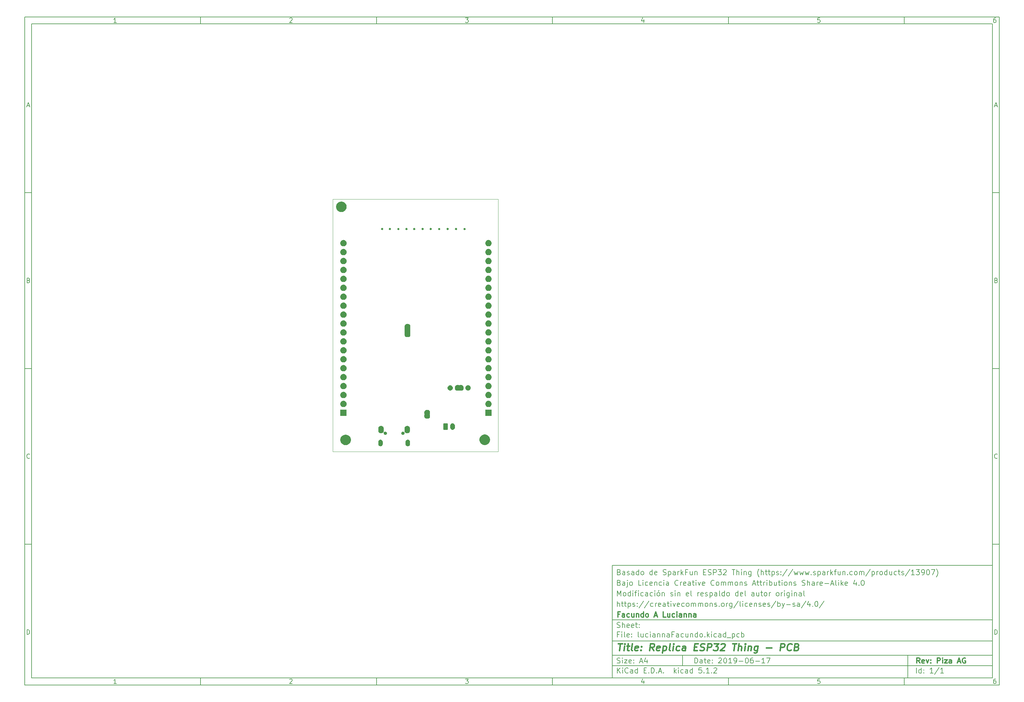
<source format=gbr>
G04 #@! TF.GenerationSoftware,KiCad,Pcbnew,5.1.2*
G04 #@! TF.CreationDate,2019-06-17T23:05:56-03:00*
G04 #@! TF.ProjectId,luciannaFacundo,6c756369-616e-46e6-9146-6163756e646f,Piza AG*
G04 #@! TF.SameCoordinates,Original*
G04 #@! TF.FileFunction,Soldermask,Bot*
G04 #@! TF.FilePolarity,Negative*
%FSLAX46Y46*%
G04 Gerber Fmt 4.6, Leading zero omitted, Abs format (unit mm)*
G04 Created by KiCad (PCBNEW 5.1.2) date 2019-06-17 23:05:56*
%MOMM*%
%LPD*%
G04 APERTURE LIST*
%ADD10C,0.100000*%
%ADD11C,0.150000*%
%ADD12C,0.300000*%
%ADD13C,0.400000*%
%ADD14C,0.050000*%
G04 APERTURE END LIST*
D10*
D11*
X177002200Y-166007200D02*
X177002200Y-198007200D01*
X285002200Y-198007200D01*
X285002200Y-166007200D01*
X177002200Y-166007200D01*
D10*
D11*
X10000000Y-10000000D02*
X10000000Y-200007200D01*
X287002200Y-200007200D01*
X287002200Y-10000000D01*
X10000000Y-10000000D01*
D10*
D11*
X12000000Y-12000000D02*
X12000000Y-198007200D01*
X285002200Y-198007200D01*
X285002200Y-12000000D01*
X12000000Y-12000000D01*
D10*
D11*
X60000000Y-12000000D02*
X60000000Y-10000000D01*
D10*
D11*
X110000000Y-12000000D02*
X110000000Y-10000000D01*
D10*
D11*
X160000000Y-12000000D02*
X160000000Y-10000000D01*
D10*
D11*
X210000000Y-12000000D02*
X210000000Y-10000000D01*
D10*
D11*
X260000000Y-12000000D02*
X260000000Y-10000000D01*
D10*
D11*
X36065476Y-11588095D02*
X35322619Y-11588095D01*
X35694047Y-11588095D02*
X35694047Y-10288095D01*
X35570238Y-10473809D01*
X35446428Y-10597619D01*
X35322619Y-10659523D01*
D10*
D11*
X85322619Y-10411904D02*
X85384523Y-10350000D01*
X85508333Y-10288095D01*
X85817857Y-10288095D01*
X85941666Y-10350000D01*
X86003571Y-10411904D01*
X86065476Y-10535714D01*
X86065476Y-10659523D01*
X86003571Y-10845238D01*
X85260714Y-11588095D01*
X86065476Y-11588095D01*
D10*
D11*
X135260714Y-10288095D02*
X136065476Y-10288095D01*
X135632142Y-10783333D01*
X135817857Y-10783333D01*
X135941666Y-10845238D01*
X136003571Y-10907142D01*
X136065476Y-11030952D01*
X136065476Y-11340476D01*
X136003571Y-11464285D01*
X135941666Y-11526190D01*
X135817857Y-11588095D01*
X135446428Y-11588095D01*
X135322619Y-11526190D01*
X135260714Y-11464285D01*
D10*
D11*
X185941666Y-10721428D02*
X185941666Y-11588095D01*
X185632142Y-10226190D02*
X185322619Y-11154761D01*
X186127380Y-11154761D01*
D10*
D11*
X236003571Y-10288095D02*
X235384523Y-10288095D01*
X235322619Y-10907142D01*
X235384523Y-10845238D01*
X235508333Y-10783333D01*
X235817857Y-10783333D01*
X235941666Y-10845238D01*
X236003571Y-10907142D01*
X236065476Y-11030952D01*
X236065476Y-11340476D01*
X236003571Y-11464285D01*
X235941666Y-11526190D01*
X235817857Y-11588095D01*
X235508333Y-11588095D01*
X235384523Y-11526190D01*
X235322619Y-11464285D01*
D10*
D11*
X285941666Y-10288095D02*
X285694047Y-10288095D01*
X285570238Y-10350000D01*
X285508333Y-10411904D01*
X285384523Y-10597619D01*
X285322619Y-10845238D01*
X285322619Y-11340476D01*
X285384523Y-11464285D01*
X285446428Y-11526190D01*
X285570238Y-11588095D01*
X285817857Y-11588095D01*
X285941666Y-11526190D01*
X286003571Y-11464285D01*
X286065476Y-11340476D01*
X286065476Y-11030952D01*
X286003571Y-10907142D01*
X285941666Y-10845238D01*
X285817857Y-10783333D01*
X285570238Y-10783333D01*
X285446428Y-10845238D01*
X285384523Y-10907142D01*
X285322619Y-11030952D01*
D10*
D11*
X60000000Y-198007200D02*
X60000000Y-200007200D01*
D10*
D11*
X110000000Y-198007200D02*
X110000000Y-200007200D01*
D10*
D11*
X160000000Y-198007200D02*
X160000000Y-200007200D01*
D10*
D11*
X210000000Y-198007200D02*
X210000000Y-200007200D01*
D10*
D11*
X260000000Y-198007200D02*
X260000000Y-200007200D01*
D10*
D11*
X36065476Y-199595295D02*
X35322619Y-199595295D01*
X35694047Y-199595295D02*
X35694047Y-198295295D01*
X35570238Y-198481009D01*
X35446428Y-198604819D01*
X35322619Y-198666723D01*
D10*
D11*
X85322619Y-198419104D02*
X85384523Y-198357200D01*
X85508333Y-198295295D01*
X85817857Y-198295295D01*
X85941666Y-198357200D01*
X86003571Y-198419104D01*
X86065476Y-198542914D01*
X86065476Y-198666723D01*
X86003571Y-198852438D01*
X85260714Y-199595295D01*
X86065476Y-199595295D01*
D10*
D11*
X135260714Y-198295295D02*
X136065476Y-198295295D01*
X135632142Y-198790533D01*
X135817857Y-198790533D01*
X135941666Y-198852438D01*
X136003571Y-198914342D01*
X136065476Y-199038152D01*
X136065476Y-199347676D01*
X136003571Y-199471485D01*
X135941666Y-199533390D01*
X135817857Y-199595295D01*
X135446428Y-199595295D01*
X135322619Y-199533390D01*
X135260714Y-199471485D01*
D10*
D11*
X185941666Y-198728628D02*
X185941666Y-199595295D01*
X185632142Y-198233390D02*
X185322619Y-199161961D01*
X186127380Y-199161961D01*
D10*
D11*
X236003571Y-198295295D02*
X235384523Y-198295295D01*
X235322619Y-198914342D01*
X235384523Y-198852438D01*
X235508333Y-198790533D01*
X235817857Y-198790533D01*
X235941666Y-198852438D01*
X236003571Y-198914342D01*
X236065476Y-199038152D01*
X236065476Y-199347676D01*
X236003571Y-199471485D01*
X235941666Y-199533390D01*
X235817857Y-199595295D01*
X235508333Y-199595295D01*
X235384523Y-199533390D01*
X235322619Y-199471485D01*
D10*
D11*
X285941666Y-198295295D02*
X285694047Y-198295295D01*
X285570238Y-198357200D01*
X285508333Y-198419104D01*
X285384523Y-198604819D01*
X285322619Y-198852438D01*
X285322619Y-199347676D01*
X285384523Y-199471485D01*
X285446428Y-199533390D01*
X285570238Y-199595295D01*
X285817857Y-199595295D01*
X285941666Y-199533390D01*
X286003571Y-199471485D01*
X286065476Y-199347676D01*
X286065476Y-199038152D01*
X286003571Y-198914342D01*
X285941666Y-198852438D01*
X285817857Y-198790533D01*
X285570238Y-198790533D01*
X285446428Y-198852438D01*
X285384523Y-198914342D01*
X285322619Y-199038152D01*
D10*
D11*
X10000000Y-60000000D02*
X12000000Y-60000000D01*
D10*
D11*
X10000000Y-110000000D02*
X12000000Y-110000000D01*
D10*
D11*
X10000000Y-160000000D02*
X12000000Y-160000000D01*
D10*
D11*
X10690476Y-35216666D02*
X11309523Y-35216666D01*
X10566666Y-35588095D02*
X11000000Y-34288095D01*
X11433333Y-35588095D01*
D10*
D11*
X11092857Y-84907142D02*
X11278571Y-84969047D01*
X11340476Y-85030952D01*
X11402380Y-85154761D01*
X11402380Y-85340476D01*
X11340476Y-85464285D01*
X11278571Y-85526190D01*
X11154761Y-85588095D01*
X10659523Y-85588095D01*
X10659523Y-84288095D01*
X11092857Y-84288095D01*
X11216666Y-84350000D01*
X11278571Y-84411904D01*
X11340476Y-84535714D01*
X11340476Y-84659523D01*
X11278571Y-84783333D01*
X11216666Y-84845238D01*
X11092857Y-84907142D01*
X10659523Y-84907142D01*
D10*
D11*
X11402380Y-135464285D02*
X11340476Y-135526190D01*
X11154761Y-135588095D01*
X11030952Y-135588095D01*
X10845238Y-135526190D01*
X10721428Y-135402380D01*
X10659523Y-135278571D01*
X10597619Y-135030952D01*
X10597619Y-134845238D01*
X10659523Y-134597619D01*
X10721428Y-134473809D01*
X10845238Y-134350000D01*
X11030952Y-134288095D01*
X11154761Y-134288095D01*
X11340476Y-134350000D01*
X11402380Y-134411904D01*
D10*
D11*
X10659523Y-185588095D02*
X10659523Y-184288095D01*
X10969047Y-184288095D01*
X11154761Y-184350000D01*
X11278571Y-184473809D01*
X11340476Y-184597619D01*
X11402380Y-184845238D01*
X11402380Y-185030952D01*
X11340476Y-185278571D01*
X11278571Y-185402380D01*
X11154761Y-185526190D01*
X10969047Y-185588095D01*
X10659523Y-185588095D01*
D10*
D11*
X287002200Y-60000000D02*
X285002200Y-60000000D01*
D10*
D11*
X287002200Y-110000000D02*
X285002200Y-110000000D01*
D10*
D11*
X287002200Y-160000000D02*
X285002200Y-160000000D01*
D10*
D11*
X285692676Y-35216666D02*
X286311723Y-35216666D01*
X285568866Y-35588095D02*
X286002200Y-34288095D01*
X286435533Y-35588095D01*
D10*
D11*
X286095057Y-84907142D02*
X286280771Y-84969047D01*
X286342676Y-85030952D01*
X286404580Y-85154761D01*
X286404580Y-85340476D01*
X286342676Y-85464285D01*
X286280771Y-85526190D01*
X286156961Y-85588095D01*
X285661723Y-85588095D01*
X285661723Y-84288095D01*
X286095057Y-84288095D01*
X286218866Y-84350000D01*
X286280771Y-84411904D01*
X286342676Y-84535714D01*
X286342676Y-84659523D01*
X286280771Y-84783333D01*
X286218866Y-84845238D01*
X286095057Y-84907142D01*
X285661723Y-84907142D01*
D10*
D11*
X286404580Y-135464285D02*
X286342676Y-135526190D01*
X286156961Y-135588095D01*
X286033152Y-135588095D01*
X285847438Y-135526190D01*
X285723628Y-135402380D01*
X285661723Y-135278571D01*
X285599819Y-135030952D01*
X285599819Y-134845238D01*
X285661723Y-134597619D01*
X285723628Y-134473809D01*
X285847438Y-134350000D01*
X286033152Y-134288095D01*
X286156961Y-134288095D01*
X286342676Y-134350000D01*
X286404580Y-134411904D01*
D10*
D11*
X285661723Y-185588095D02*
X285661723Y-184288095D01*
X285971247Y-184288095D01*
X286156961Y-184350000D01*
X286280771Y-184473809D01*
X286342676Y-184597619D01*
X286404580Y-184845238D01*
X286404580Y-185030952D01*
X286342676Y-185278571D01*
X286280771Y-185402380D01*
X286156961Y-185526190D01*
X285971247Y-185588095D01*
X285661723Y-185588095D01*
D10*
D11*
X200434342Y-193785771D02*
X200434342Y-192285771D01*
X200791485Y-192285771D01*
X201005771Y-192357200D01*
X201148628Y-192500057D01*
X201220057Y-192642914D01*
X201291485Y-192928628D01*
X201291485Y-193142914D01*
X201220057Y-193428628D01*
X201148628Y-193571485D01*
X201005771Y-193714342D01*
X200791485Y-193785771D01*
X200434342Y-193785771D01*
X202577200Y-193785771D02*
X202577200Y-193000057D01*
X202505771Y-192857200D01*
X202362914Y-192785771D01*
X202077200Y-192785771D01*
X201934342Y-192857200D01*
X202577200Y-193714342D02*
X202434342Y-193785771D01*
X202077200Y-193785771D01*
X201934342Y-193714342D01*
X201862914Y-193571485D01*
X201862914Y-193428628D01*
X201934342Y-193285771D01*
X202077200Y-193214342D01*
X202434342Y-193214342D01*
X202577200Y-193142914D01*
X203077200Y-192785771D02*
X203648628Y-192785771D01*
X203291485Y-192285771D02*
X203291485Y-193571485D01*
X203362914Y-193714342D01*
X203505771Y-193785771D01*
X203648628Y-193785771D01*
X204720057Y-193714342D02*
X204577200Y-193785771D01*
X204291485Y-193785771D01*
X204148628Y-193714342D01*
X204077200Y-193571485D01*
X204077200Y-193000057D01*
X204148628Y-192857200D01*
X204291485Y-192785771D01*
X204577200Y-192785771D01*
X204720057Y-192857200D01*
X204791485Y-193000057D01*
X204791485Y-193142914D01*
X204077200Y-193285771D01*
X205434342Y-193642914D02*
X205505771Y-193714342D01*
X205434342Y-193785771D01*
X205362914Y-193714342D01*
X205434342Y-193642914D01*
X205434342Y-193785771D01*
X205434342Y-192857200D02*
X205505771Y-192928628D01*
X205434342Y-193000057D01*
X205362914Y-192928628D01*
X205434342Y-192857200D01*
X205434342Y-193000057D01*
X207220057Y-192428628D02*
X207291485Y-192357200D01*
X207434342Y-192285771D01*
X207791485Y-192285771D01*
X207934342Y-192357200D01*
X208005771Y-192428628D01*
X208077200Y-192571485D01*
X208077200Y-192714342D01*
X208005771Y-192928628D01*
X207148628Y-193785771D01*
X208077200Y-193785771D01*
X209005771Y-192285771D02*
X209148628Y-192285771D01*
X209291485Y-192357200D01*
X209362914Y-192428628D01*
X209434342Y-192571485D01*
X209505771Y-192857200D01*
X209505771Y-193214342D01*
X209434342Y-193500057D01*
X209362914Y-193642914D01*
X209291485Y-193714342D01*
X209148628Y-193785771D01*
X209005771Y-193785771D01*
X208862914Y-193714342D01*
X208791485Y-193642914D01*
X208720057Y-193500057D01*
X208648628Y-193214342D01*
X208648628Y-192857200D01*
X208720057Y-192571485D01*
X208791485Y-192428628D01*
X208862914Y-192357200D01*
X209005771Y-192285771D01*
X210934342Y-193785771D02*
X210077200Y-193785771D01*
X210505771Y-193785771D02*
X210505771Y-192285771D01*
X210362914Y-192500057D01*
X210220057Y-192642914D01*
X210077200Y-192714342D01*
X211648628Y-193785771D02*
X211934342Y-193785771D01*
X212077200Y-193714342D01*
X212148628Y-193642914D01*
X212291485Y-193428628D01*
X212362914Y-193142914D01*
X212362914Y-192571485D01*
X212291485Y-192428628D01*
X212220057Y-192357200D01*
X212077200Y-192285771D01*
X211791485Y-192285771D01*
X211648628Y-192357200D01*
X211577200Y-192428628D01*
X211505771Y-192571485D01*
X211505771Y-192928628D01*
X211577200Y-193071485D01*
X211648628Y-193142914D01*
X211791485Y-193214342D01*
X212077200Y-193214342D01*
X212220057Y-193142914D01*
X212291485Y-193071485D01*
X212362914Y-192928628D01*
X213005771Y-193214342D02*
X214148628Y-193214342D01*
X215148628Y-192285771D02*
X215291485Y-192285771D01*
X215434342Y-192357200D01*
X215505771Y-192428628D01*
X215577200Y-192571485D01*
X215648628Y-192857200D01*
X215648628Y-193214342D01*
X215577200Y-193500057D01*
X215505771Y-193642914D01*
X215434342Y-193714342D01*
X215291485Y-193785771D01*
X215148628Y-193785771D01*
X215005771Y-193714342D01*
X214934342Y-193642914D01*
X214862914Y-193500057D01*
X214791485Y-193214342D01*
X214791485Y-192857200D01*
X214862914Y-192571485D01*
X214934342Y-192428628D01*
X215005771Y-192357200D01*
X215148628Y-192285771D01*
X216934342Y-192285771D02*
X216648628Y-192285771D01*
X216505771Y-192357200D01*
X216434342Y-192428628D01*
X216291485Y-192642914D01*
X216220057Y-192928628D01*
X216220057Y-193500057D01*
X216291485Y-193642914D01*
X216362914Y-193714342D01*
X216505771Y-193785771D01*
X216791485Y-193785771D01*
X216934342Y-193714342D01*
X217005771Y-193642914D01*
X217077200Y-193500057D01*
X217077200Y-193142914D01*
X217005771Y-193000057D01*
X216934342Y-192928628D01*
X216791485Y-192857200D01*
X216505771Y-192857200D01*
X216362914Y-192928628D01*
X216291485Y-193000057D01*
X216220057Y-193142914D01*
X217720057Y-193214342D02*
X218862914Y-193214342D01*
X220362914Y-193785771D02*
X219505771Y-193785771D01*
X219934342Y-193785771D02*
X219934342Y-192285771D01*
X219791485Y-192500057D01*
X219648628Y-192642914D01*
X219505771Y-192714342D01*
X220862914Y-192285771D02*
X221862914Y-192285771D01*
X221220057Y-193785771D01*
D10*
D11*
X177002200Y-194507200D02*
X285002200Y-194507200D01*
D10*
D11*
X178434342Y-196585771D02*
X178434342Y-195085771D01*
X179291485Y-196585771D02*
X178648628Y-195728628D01*
X179291485Y-195085771D02*
X178434342Y-195942914D01*
X179934342Y-196585771D02*
X179934342Y-195585771D01*
X179934342Y-195085771D02*
X179862914Y-195157200D01*
X179934342Y-195228628D01*
X180005771Y-195157200D01*
X179934342Y-195085771D01*
X179934342Y-195228628D01*
X181505771Y-196442914D02*
X181434342Y-196514342D01*
X181220057Y-196585771D01*
X181077200Y-196585771D01*
X180862914Y-196514342D01*
X180720057Y-196371485D01*
X180648628Y-196228628D01*
X180577200Y-195942914D01*
X180577200Y-195728628D01*
X180648628Y-195442914D01*
X180720057Y-195300057D01*
X180862914Y-195157200D01*
X181077200Y-195085771D01*
X181220057Y-195085771D01*
X181434342Y-195157200D01*
X181505771Y-195228628D01*
X182791485Y-196585771D02*
X182791485Y-195800057D01*
X182720057Y-195657200D01*
X182577200Y-195585771D01*
X182291485Y-195585771D01*
X182148628Y-195657200D01*
X182791485Y-196514342D02*
X182648628Y-196585771D01*
X182291485Y-196585771D01*
X182148628Y-196514342D01*
X182077200Y-196371485D01*
X182077200Y-196228628D01*
X182148628Y-196085771D01*
X182291485Y-196014342D01*
X182648628Y-196014342D01*
X182791485Y-195942914D01*
X184148628Y-196585771D02*
X184148628Y-195085771D01*
X184148628Y-196514342D02*
X184005771Y-196585771D01*
X183720057Y-196585771D01*
X183577200Y-196514342D01*
X183505771Y-196442914D01*
X183434342Y-196300057D01*
X183434342Y-195871485D01*
X183505771Y-195728628D01*
X183577200Y-195657200D01*
X183720057Y-195585771D01*
X184005771Y-195585771D01*
X184148628Y-195657200D01*
X186005771Y-195800057D02*
X186505771Y-195800057D01*
X186720057Y-196585771D02*
X186005771Y-196585771D01*
X186005771Y-195085771D01*
X186720057Y-195085771D01*
X187362914Y-196442914D02*
X187434342Y-196514342D01*
X187362914Y-196585771D01*
X187291485Y-196514342D01*
X187362914Y-196442914D01*
X187362914Y-196585771D01*
X188077200Y-196585771D02*
X188077200Y-195085771D01*
X188434342Y-195085771D01*
X188648628Y-195157200D01*
X188791485Y-195300057D01*
X188862914Y-195442914D01*
X188934342Y-195728628D01*
X188934342Y-195942914D01*
X188862914Y-196228628D01*
X188791485Y-196371485D01*
X188648628Y-196514342D01*
X188434342Y-196585771D01*
X188077200Y-196585771D01*
X189577200Y-196442914D02*
X189648628Y-196514342D01*
X189577200Y-196585771D01*
X189505771Y-196514342D01*
X189577200Y-196442914D01*
X189577200Y-196585771D01*
X190220057Y-196157200D02*
X190934342Y-196157200D01*
X190077200Y-196585771D02*
X190577200Y-195085771D01*
X191077200Y-196585771D01*
X191577200Y-196442914D02*
X191648628Y-196514342D01*
X191577200Y-196585771D01*
X191505771Y-196514342D01*
X191577200Y-196442914D01*
X191577200Y-196585771D01*
X194577200Y-196585771D02*
X194577200Y-195085771D01*
X194720057Y-196014342D02*
X195148628Y-196585771D01*
X195148628Y-195585771D02*
X194577200Y-196157200D01*
X195791485Y-196585771D02*
X195791485Y-195585771D01*
X195791485Y-195085771D02*
X195720057Y-195157200D01*
X195791485Y-195228628D01*
X195862914Y-195157200D01*
X195791485Y-195085771D01*
X195791485Y-195228628D01*
X197148628Y-196514342D02*
X197005771Y-196585771D01*
X196720057Y-196585771D01*
X196577200Y-196514342D01*
X196505771Y-196442914D01*
X196434342Y-196300057D01*
X196434342Y-195871485D01*
X196505771Y-195728628D01*
X196577200Y-195657200D01*
X196720057Y-195585771D01*
X197005771Y-195585771D01*
X197148628Y-195657200D01*
X198434342Y-196585771D02*
X198434342Y-195800057D01*
X198362914Y-195657200D01*
X198220057Y-195585771D01*
X197934342Y-195585771D01*
X197791485Y-195657200D01*
X198434342Y-196514342D02*
X198291485Y-196585771D01*
X197934342Y-196585771D01*
X197791485Y-196514342D01*
X197720057Y-196371485D01*
X197720057Y-196228628D01*
X197791485Y-196085771D01*
X197934342Y-196014342D01*
X198291485Y-196014342D01*
X198434342Y-195942914D01*
X199791485Y-196585771D02*
X199791485Y-195085771D01*
X199791485Y-196514342D02*
X199648628Y-196585771D01*
X199362914Y-196585771D01*
X199220057Y-196514342D01*
X199148628Y-196442914D01*
X199077200Y-196300057D01*
X199077200Y-195871485D01*
X199148628Y-195728628D01*
X199220057Y-195657200D01*
X199362914Y-195585771D01*
X199648628Y-195585771D01*
X199791485Y-195657200D01*
X202362914Y-195085771D02*
X201648628Y-195085771D01*
X201577200Y-195800057D01*
X201648628Y-195728628D01*
X201791485Y-195657200D01*
X202148628Y-195657200D01*
X202291485Y-195728628D01*
X202362914Y-195800057D01*
X202434342Y-195942914D01*
X202434342Y-196300057D01*
X202362914Y-196442914D01*
X202291485Y-196514342D01*
X202148628Y-196585771D01*
X201791485Y-196585771D01*
X201648628Y-196514342D01*
X201577200Y-196442914D01*
X203077200Y-196442914D02*
X203148628Y-196514342D01*
X203077200Y-196585771D01*
X203005771Y-196514342D01*
X203077200Y-196442914D01*
X203077200Y-196585771D01*
X204577200Y-196585771D02*
X203720057Y-196585771D01*
X204148628Y-196585771D02*
X204148628Y-195085771D01*
X204005771Y-195300057D01*
X203862914Y-195442914D01*
X203720057Y-195514342D01*
X205220057Y-196442914D02*
X205291485Y-196514342D01*
X205220057Y-196585771D01*
X205148628Y-196514342D01*
X205220057Y-196442914D01*
X205220057Y-196585771D01*
X205862914Y-195228628D02*
X205934342Y-195157200D01*
X206077200Y-195085771D01*
X206434342Y-195085771D01*
X206577200Y-195157200D01*
X206648628Y-195228628D01*
X206720057Y-195371485D01*
X206720057Y-195514342D01*
X206648628Y-195728628D01*
X205791485Y-196585771D01*
X206720057Y-196585771D01*
D10*
D11*
X177002200Y-191507200D02*
X285002200Y-191507200D01*
D10*
D12*
X264411485Y-193785771D02*
X263911485Y-193071485D01*
X263554342Y-193785771D02*
X263554342Y-192285771D01*
X264125771Y-192285771D01*
X264268628Y-192357200D01*
X264340057Y-192428628D01*
X264411485Y-192571485D01*
X264411485Y-192785771D01*
X264340057Y-192928628D01*
X264268628Y-193000057D01*
X264125771Y-193071485D01*
X263554342Y-193071485D01*
X265625771Y-193714342D02*
X265482914Y-193785771D01*
X265197200Y-193785771D01*
X265054342Y-193714342D01*
X264982914Y-193571485D01*
X264982914Y-193000057D01*
X265054342Y-192857200D01*
X265197200Y-192785771D01*
X265482914Y-192785771D01*
X265625771Y-192857200D01*
X265697200Y-193000057D01*
X265697200Y-193142914D01*
X264982914Y-193285771D01*
X266197200Y-192785771D02*
X266554342Y-193785771D01*
X266911485Y-192785771D01*
X267482914Y-193642914D02*
X267554342Y-193714342D01*
X267482914Y-193785771D01*
X267411485Y-193714342D01*
X267482914Y-193642914D01*
X267482914Y-193785771D01*
X267482914Y-192857200D02*
X267554342Y-192928628D01*
X267482914Y-193000057D01*
X267411485Y-192928628D01*
X267482914Y-192857200D01*
X267482914Y-193000057D01*
X269340057Y-193785771D02*
X269340057Y-192285771D01*
X269911485Y-192285771D01*
X270054342Y-192357200D01*
X270125771Y-192428628D01*
X270197200Y-192571485D01*
X270197200Y-192785771D01*
X270125771Y-192928628D01*
X270054342Y-193000057D01*
X269911485Y-193071485D01*
X269340057Y-193071485D01*
X270840057Y-193785771D02*
X270840057Y-192785771D01*
X270840057Y-192285771D02*
X270768628Y-192357200D01*
X270840057Y-192428628D01*
X270911485Y-192357200D01*
X270840057Y-192285771D01*
X270840057Y-192428628D01*
X271411485Y-192785771D02*
X272197200Y-192785771D01*
X271411485Y-193785771D01*
X272197200Y-193785771D01*
X273411485Y-193785771D02*
X273411485Y-193000057D01*
X273340057Y-192857200D01*
X273197200Y-192785771D01*
X272911485Y-192785771D01*
X272768628Y-192857200D01*
X273411485Y-193714342D02*
X273268628Y-193785771D01*
X272911485Y-193785771D01*
X272768628Y-193714342D01*
X272697200Y-193571485D01*
X272697200Y-193428628D01*
X272768628Y-193285771D01*
X272911485Y-193214342D01*
X273268628Y-193214342D01*
X273411485Y-193142914D01*
X275197200Y-193357200D02*
X275911485Y-193357200D01*
X275054342Y-193785771D02*
X275554342Y-192285771D01*
X276054342Y-193785771D01*
X277340057Y-192357200D02*
X277197200Y-192285771D01*
X276982914Y-192285771D01*
X276768628Y-192357200D01*
X276625771Y-192500057D01*
X276554342Y-192642914D01*
X276482914Y-192928628D01*
X276482914Y-193142914D01*
X276554342Y-193428628D01*
X276625771Y-193571485D01*
X276768628Y-193714342D01*
X276982914Y-193785771D01*
X277125771Y-193785771D01*
X277340057Y-193714342D01*
X277411485Y-193642914D01*
X277411485Y-193142914D01*
X277125771Y-193142914D01*
D10*
D11*
X178362914Y-193714342D02*
X178577200Y-193785771D01*
X178934342Y-193785771D01*
X179077200Y-193714342D01*
X179148628Y-193642914D01*
X179220057Y-193500057D01*
X179220057Y-193357200D01*
X179148628Y-193214342D01*
X179077200Y-193142914D01*
X178934342Y-193071485D01*
X178648628Y-193000057D01*
X178505771Y-192928628D01*
X178434342Y-192857200D01*
X178362914Y-192714342D01*
X178362914Y-192571485D01*
X178434342Y-192428628D01*
X178505771Y-192357200D01*
X178648628Y-192285771D01*
X179005771Y-192285771D01*
X179220057Y-192357200D01*
X179862914Y-193785771D02*
X179862914Y-192785771D01*
X179862914Y-192285771D02*
X179791485Y-192357200D01*
X179862914Y-192428628D01*
X179934342Y-192357200D01*
X179862914Y-192285771D01*
X179862914Y-192428628D01*
X180434342Y-192785771D02*
X181220057Y-192785771D01*
X180434342Y-193785771D01*
X181220057Y-193785771D01*
X182362914Y-193714342D02*
X182220057Y-193785771D01*
X181934342Y-193785771D01*
X181791485Y-193714342D01*
X181720057Y-193571485D01*
X181720057Y-193000057D01*
X181791485Y-192857200D01*
X181934342Y-192785771D01*
X182220057Y-192785771D01*
X182362914Y-192857200D01*
X182434342Y-193000057D01*
X182434342Y-193142914D01*
X181720057Y-193285771D01*
X183077200Y-193642914D02*
X183148628Y-193714342D01*
X183077200Y-193785771D01*
X183005771Y-193714342D01*
X183077200Y-193642914D01*
X183077200Y-193785771D01*
X183077200Y-192857200D02*
X183148628Y-192928628D01*
X183077200Y-193000057D01*
X183005771Y-192928628D01*
X183077200Y-192857200D01*
X183077200Y-193000057D01*
X184862914Y-193357200D02*
X185577200Y-193357200D01*
X184720057Y-193785771D02*
X185220057Y-192285771D01*
X185720057Y-193785771D01*
X186862914Y-192785771D02*
X186862914Y-193785771D01*
X186505771Y-192214342D02*
X186148628Y-193285771D01*
X187077200Y-193285771D01*
D10*
D11*
X263434342Y-196585771D02*
X263434342Y-195085771D01*
X264791485Y-196585771D02*
X264791485Y-195085771D01*
X264791485Y-196514342D02*
X264648628Y-196585771D01*
X264362914Y-196585771D01*
X264220057Y-196514342D01*
X264148628Y-196442914D01*
X264077200Y-196300057D01*
X264077200Y-195871485D01*
X264148628Y-195728628D01*
X264220057Y-195657200D01*
X264362914Y-195585771D01*
X264648628Y-195585771D01*
X264791485Y-195657200D01*
X265505771Y-196442914D02*
X265577200Y-196514342D01*
X265505771Y-196585771D01*
X265434342Y-196514342D01*
X265505771Y-196442914D01*
X265505771Y-196585771D01*
X265505771Y-195657200D02*
X265577200Y-195728628D01*
X265505771Y-195800057D01*
X265434342Y-195728628D01*
X265505771Y-195657200D01*
X265505771Y-195800057D01*
X268148628Y-196585771D02*
X267291485Y-196585771D01*
X267720057Y-196585771D02*
X267720057Y-195085771D01*
X267577200Y-195300057D01*
X267434342Y-195442914D01*
X267291485Y-195514342D01*
X269862914Y-195014342D02*
X268577200Y-196942914D01*
X271148628Y-196585771D02*
X270291485Y-196585771D01*
X270720057Y-196585771D02*
X270720057Y-195085771D01*
X270577200Y-195300057D01*
X270434342Y-195442914D01*
X270291485Y-195514342D01*
D10*
D11*
X177002200Y-187507200D02*
X285002200Y-187507200D01*
D10*
D13*
X178714580Y-188211961D02*
X179857438Y-188211961D01*
X179036009Y-190211961D02*
X179286009Y-188211961D01*
X180274104Y-190211961D02*
X180440771Y-188878628D01*
X180524104Y-188211961D02*
X180416961Y-188307200D01*
X180500295Y-188402438D01*
X180607438Y-188307200D01*
X180524104Y-188211961D01*
X180500295Y-188402438D01*
X181107438Y-188878628D02*
X181869342Y-188878628D01*
X181476485Y-188211961D02*
X181262200Y-189926247D01*
X181333628Y-190116723D01*
X181512200Y-190211961D01*
X181702676Y-190211961D01*
X182655057Y-190211961D02*
X182476485Y-190116723D01*
X182405057Y-189926247D01*
X182619342Y-188211961D01*
X184190771Y-190116723D02*
X183988390Y-190211961D01*
X183607438Y-190211961D01*
X183428866Y-190116723D01*
X183357438Y-189926247D01*
X183452676Y-189164342D01*
X183571723Y-188973866D01*
X183774104Y-188878628D01*
X184155057Y-188878628D01*
X184333628Y-188973866D01*
X184405057Y-189164342D01*
X184381247Y-189354819D01*
X183405057Y-189545295D01*
X185155057Y-190021485D02*
X185238390Y-190116723D01*
X185131247Y-190211961D01*
X185047914Y-190116723D01*
X185155057Y-190021485D01*
X185131247Y-190211961D01*
X185286009Y-188973866D02*
X185369342Y-189069104D01*
X185262200Y-189164342D01*
X185178866Y-189069104D01*
X185286009Y-188973866D01*
X185262200Y-189164342D01*
X188750295Y-190211961D02*
X188202676Y-189259580D01*
X187607438Y-190211961D02*
X187857438Y-188211961D01*
X188619342Y-188211961D01*
X188797914Y-188307200D01*
X188881247Y-188402438D01*
X188952676Y-188592914D01*
X188916961Y-188878628D01*
X188797914Y-189069104D01*
X188690771Y-189164342D01*
X188488390Y-189259580D01*
X187726485Y-189259580D01*
X190381247Y-190116723D02*
X190178866Y-190211961D01*
X189797914Y-190211961D01*
X189619342Y-190116723D01*
X189547914Y-189926247D01*
X189643152Y-189164342D01*
X189762200Y-188973866D01*
X189964580Y-188878628D01*
X190345533Y-188878628D01*
X190524104Y-188973866D01*
X190595533Y-189164342D01*
X190571723Y-189354819D01*
X189595533Y-189545295D01*
X191488390Y-188878628D02*
X191238390Y-190878628D01*
X191476485Y-188973866D02*
X191678866Y-188878628D01*
X192059819Y-188878628D01*
X192238390Y-188973866D01*
X192321723Y-189069104D01*
X192393152Y-189259580D01*
X192321723Y-189831009D01*
X192202676Y-190021485D01*
X192095533Y-190116723D01*
X191893152Y-190211961D01*
X191512200Y-190211961D01*
X191333628Y-190116723D01*
X193416961Y-190211961D02*
X193238390Y-190116723D01*
X193166961Y-189926247D01*
X193381247Y-188211961D01*
X194178866Y-190211961D02*
X194345533Y-188878628D01*
X194428866Y-188211961D02*
X194321723Y-188307200D01*
X194405057Y-188402438D01*
X194512200Y-188307200D01*
X194428866Y-188211961D01*
X194405057Y-188402438D01*
X196000295Y-190116723D02*
X195797914Y-190211961D01*
X195416961Y-190211961D01*
X195238390Y-190116723D01*
X195155057Y-190021485D01*
X195083628Y-189831009D01*
X195155057Y-189259580D01*
X195274104Y-189069104D01*
X195381247Y-188973866D01*
X195583628Y-188878628D01*
X195964580Y-188878628D01*
X196143152Y-188973866D01*
X197702676Y-190211961D02*
X197833628Y-189164342D01*
X197762200Y-188973866D01*
X197583628Y-188878628D01*
X197202676Y-188878628D01*
X197000295Y-188973866D01*
X197714580Y-190116723D02*
X197512200Y-190211961D01*
X197036009Y-190211961D01*
X196857438Y-190116723D01*
X196786009Y-189926247D01*
X196809819Y-189735771D01*
X196928866Y-189545295D01*
X197131247Y-189450057D01*
X197607438Y-189450057D01*
X197809819Y-189354819D01*
X200309819Y-189164342D02*
X200976485Y-189164342D01*
X201131247Y-190211961D02*
X200178866Y-190211961D01*
X200428866Y-188211961D01*
X201381247Y-188211961D01*
X201905057Y-190116723D02*
X202178866Y-190211961D01*
X202655057Y-190211961D01*
X202857438Y-190116723D01*
X202964580Y-190021485D01*
X203083628Y-189831009D01*
X203107438Y-189640533D01*
X203036009Y-189450057D01*
X202952676Y-189354819D01*
X202774104Y-189259580D01*
X202405057Y-189164342D01*
X202226485Y-189069104D01*
X202143152Y-188973866D01*
X202071723Y-188783390D01*
X202095533Y-188592914D01*
X202214580Y-188402438D01*
X202321723Y-188307200D01*
X202524104Y-188211961D01*
X203000295Y-188211961D01*
X203274104Y-188307200D01*
X203893152Y-190211961D02*
X204143152Y-188211961D01*
X204905057Y-188211961D01*
X205083628Y-188307200D01*
X205166961Y-188402438D01*
X205238390Y-188592914D01*
X205202676Y-188878628D01*
X205083628Y-189069104D01*
X204976485Y-189164342D01*
X204774104Y-189259580D01*
X204012200Y-189259580D01*
X205952676Y-188211961D02*
X207190771Y-188211961D01*
X206428866Y-188973866D01*
X206714580Y-188973866D01*
X206893152Y-189069104D01*
X206976485Y-189164342D01*
X207047914Y-189354819D01*
X206988390Y-189831009D01*
X206869342Y-190021485D01*
X206762200Y-190116723D01*
X206559819Y-190211961D01*
X205988390Y-190211961D01*
X205809819Y-190116723D01*
X205726485Y-190021485D01*
X207928866Y-188402438D02*
X208036009Y-188307200D01*
X208238390Y-188211961D01*
X208714580Y-188211961D01*
X208893152Y-188307200D01*
X208976485Y-188402438D01*
X209047914Y-188592914D01*
X209024104Y-188783390D01*
X208893152Y-189069104D01*
X207607438Y-190211961D01*
X208845533Y-190211961D01*
X211190771Y-188211961D02*
X212333628Y-188211961D01*
X211512200Y-190211961D02*
X211762200Y-188211961D01*
X212750295Y-190211961D02*
X213000295Y-188211961D01*
X213607438Y-190211961D02*
X213738390Y-189164342D01*
X213666961Y-188973866D01*
X213488390Y-188878628D01*
X213202676Y-188878628D01*
X213000295Y-188973866D01*
X212893152Y-189069104D01*
X214559819Y-190211961D02*
X214726485Y-188878628D01*
X214809819Y-188211961D02*
X214702676Y-188307200D01*
X214786009Y-188402438D01*
X214893152Y-188307200D01*
X214809819Y-188211961D01*
X214786009Y-188402438D01*
X215678866Y-188878628D02*
X215512200Y-190211961D01*
X215655057Y-189069104D02*
X215762200Y-188973866D01*
X215964580Y-188878628D01*
X216250295Y-188878628D01*
X216428866Y-188973866D01*
X216500295Y-189164342D01*
X216369342Y-190211961D01*
X218345533Y-188878628D02*
X218143152Y-190497676D01*
X218024104Y-190688152D01*
X217916961Y-190783390D01*
X217714580Y-190878628D01*
X217428866Y-190878628D01*
X217250295Y-190783390D01*
X218190771Y-190116723D02*
X217988390Y-190211961D01*
X217607438Y-190211961D01*
X217428866Y-190116723D01*
X217345533Y-190021485D01*
X217274104Y-189831009D01*
X217345533Y-189259580D01*
X217464580Y-189069104D01*
X217571723Y-188973866D01*
X217774104Y-188878628D01*
X218155057Y-188878628D01*
X218333628Y-188973866D01*
X220750295Y-189450057D02*
X222274104Y-189450057D01*
X224655057Y-190211961D02*
X224905057Y-188211961D01*
X225666961Y-188211961D01*
X225845533Y-188307200D01*
X225928866Y-188402438D01*
X226000295Y-188592914D01*
X225964580Y-188878628D01*
X225845533Y-189069104D01*
X225738390Y-189164342D01*
X225536009Y-189259580D01*
X224774104Y-189259580D01*
X227821723Y-190021485D02*
X227714580Y-190116723D01*
X227416961Y-190211961D01*
X227226485Y-190211961D01*
X226952676Y-190116723D01*
X226786009Y-189926247D01*
X226714580Y-189735771D01*
X226666961Y-189354819D01*
X226702676Y-189069104D01*
X226845533Y-188688152D01*
X226964580Y-188497676D01*
X227178866Y-188307200D01*
X227476485Y-188211961D01*
X227666961Y-188211961D01*
X227940771Y-188307200D01*
X228024104Y-188402438D01*
X229452676Y-189164342D02*
X229726485Y-189259580D01*
X229809819Y-189354819D01*
X229881247Y-189545295D01*
X229845533Y-189831009D01*
X229726485Y-190021485D01*
X229619342Y-190116723D01*
X229416961Y-190211961D01*
X228655057Y-190211961D01*
X228905057Y-188211961D01*
X229571723Y-188211961D01*
X229750295Y-188307200D01*
X229833628Y-188402438D01*
X229905057Y-188592914D01*
X229881247Y-188783390D01*
X229762199Y-188973866D01*
X229655057Y-189069104D01*
X229452676Y-189164342D01*
X228786009Y-189164342D01*
D10*
D11*
X178934342Y-185600057D02*
X178434342Y-185600057D01*
X178434342Y-186385771D02*
X178434342Y-184885771D01*
X179148628Y-184885771D01*
X179720057Y-186385771D02*
X179720057Y-185385771D01*
X179720057Y-184885771D02*
X179648628Y-184957200D01*
X179720057Y-185028628D01*
X179791485Y-184957200D01*
X179720057Y-184885771D01*
X179720057Y-185028628D01*
X180648628Y-186385771D02*
X180505771Y-186314342D01*
X180434342Y-186171485D01*
X180434342Y-184885771D01*
X181791485Y-186314342D02*
X181648628Y-186385771D01*
X181362914Y-186385771D01*
X181220057Y-186314342D01*
X181148628Y-186171485D01*
X181148628Y-185600057D01*
X181220057Y-185457200D01*
X181362914Y-185385771D01*
X181648628Y-185385771D01*
X181791485Y-185457200D01*
X181862914Y-185600057D01*
X181862914Y-185742914D01*
X181148628Y-185885771D01*
X182505771Y-186242914D02*
X182577200Y-186314342D01*
X182505771Y-186385771D01*
X182434342Y-186314342D01*
X182505771Y-186242914D01*
X182505771Y-186385771D01*
X182505771Y-185457200D02*
X182577200Y-185528628D01*
X182505771Y-185600057D01*
X182434342Y-185528628D01*
X182505771Y-185457200D01*
X182505771Y-185600057D01*
X184577200Y-186385771D02*
X184434342Y-186314342D01*
X184362914Y-186171485D01*
X184362914Y-184885771D01*
X185791485Y-185385771D02*
X185791485Y-186385771D01*
X185148628Y-185385771D02*
X185148628Y-186171485D01*
X185220057Y-186314342D01*
X185362914Y-186385771D01*
X185577200Y-186385771D01*
X185720057Y-186314342D01*
X185791485Y-186242914D01*
X187148628Y-186314342D02*
X187005771Y-186385771D01*
X186720057Y-186385771D01*
X186577200Y-186314342D01*
X186505771Y-186242914D01*
X186434342Y-186100057D01*
X186434342Y-185671485D01*
X186505771Y-185528628D01*
X186577200Y-185457200D01*
X186720057Y-185385771D01*
X187005771Y-185385771D01*
X187148628Y-185457200D01*
X187791485Y-186385771D02*
X187791485Y-185385771D01*
X187791485Y-184885771D02*
X187720057Y-184957200D01*
X187791485Y-185028628D01*
X187862914Y-184957200D01*
X187791485Y-184885771D01*
X187791485Y-185028628D01*
X189148628Y-186385771D02*
X189148628Y-185600057D01*
X189077200Y-185457200D01*
X188934342Y-185385771D01*
X188648628Y-185385771D01*
X188505771Y-185457200D01*
X189148628Y-186314342D02*
X189005771Y-186385771D01*
X188648628Y-186385771D01*
X188505771Y-186314342D01*
X188434342Y-186171485D01*
X188434342Y-186028628D01*
X188505771Y-185885771D01*
X188648628Y-185814342D01*
X189005771Y-185814342D01*
X189148628Y-185742914D01*
X189862914Y-185385771D02*
X189862914Y-186385771D01*
X189862914Y-185528628D02*
X189934342Y-185457200D01*
X190077200Y-185385771D01*
X190291485Y-185385771D01*
X190434342Y-185457200D01*
X190505771Y-185600057D01*
X190505771Y-186385771D01*
X191220057Y-185385771D02*
X191220057Y-186385771D01*
X191220057Y-185528628D02*
X191291485Y-185457200D01*
X191434342Y-185385771D01*
X191648628Y-185385771D01*
X191791485Y-185457200D01*
X191862914Y-185600057D01*
X191862914Y-186385771D01*
X193220057Y-186385771D02*
X193220057Y-185600057D01*
X193148628Y-185457200D01*
X193005771Y-185385771D01*
X192720057Y-185385771D01*
X192577200Y-185457200D01*
X193220057Y-186314342D02*
X193077200Y-186385771D01*
X192720057Y-186385771D01*
X192577200Y-186314342D01*
X192505771Y-186171485D01*
X192505771Y-186028628D01*
X192577200Y-185885771D01*
X192720057Y-185814342D01*
X193077200Y-185814342D01*
X193220057Y-185742914D01*
X194434342Y-185600057D02*
X193934342Y-185600057D01*
X193934342Y-186385771D02*
X193934342Y-184885771D01*
X194648628Y-184885771D01*
X195862914Y-186385771D02*
X195862914Y-185600057D01*
X195791485Y-185457200D01*
X195648628Y-185385771D01*
X195362914Y-185385771D01*
X195220057Y-185457200D01*
X195862914Y-186314342D02*
X195720057Y-186385771D01*
X195362914Y-186385771D01*
X195220057Y-186314342D01*
X195148628Y-186171485D01*
X195148628Y-186028628D01*
X195220057Y-185885771D01*
X195362914Y-185814342D01*
X195720057Y-185814342D01*
X195862914Y-185742914D01*
X197220057Y-186314342D02*
X197077200Y-186385771D01*
X196791485Y-186385771D01*
X196648628Y-186314342D01*
X196577200Y-186242914D01*
X196505771Y-186100057D01*
X196505771Y-185671485D01*
X196577200Y-185528628D01*
X196648628Y-185457200D01*
X196791485Y-185385771D01*
X197077200Y-185385771D01*
X197220057Y-185457200D01*
X198505771Y-185385771D02*
X198505771Y-186385771D01*
X197862914Y-185385771D02*
X197862914Y-186171485D01*
X197934342Y-186314342D01*
X198077200Y-186385771D01*
X198291485Y-186385771D01*
X198434342Y-186314342D01*
X198505771Y-186242914D01*
X199220057Y-185385771D02*
X199220057Y-186385771D01*
X199220057Y-185528628D02*
X199291485Y-185457200D01*
X199434342Y-185385771D01*
X199648628Y-185385771D01*
X199791485Y-185457200D01*
X199862914Y-185600057D01*
X199862914Y-186385771D01*
X201220057Y-186385771D02*
X201220057Y-184885771D01*
X201220057Y-186314342D02*
X201077200Y-186385771D01*
X200791485Y-186385771D01*
X200648628Y-186314342D01*
X200577200Y-186242914D01*
X200505771Y-186100057D01*
X200505771Y-185671485D01*
X200577200Y-185528628D01*
X200648628Y-185457200D01*
X200791485Y-185385771D01*
X201077200Y-185385771D01*
X201220057Y-185457200D01*
X202148628Y-186385771D02*
X202005771Y-186314342D01*
X201934342Y-186242914D01*
X201862914Y-186100057D01*
X201862914Y-185671485D01*
X201934342Y-185528628D01*
X202005771Y-185457200D01*
X202148628Y-185385771D01*
X202362914Y-185385771D01*
X202505771Y-185457200D01*
X202577200Y-185528628D01*
X202648628Y-185671485D01*
X202648628Y-186100057D01*
X202577200Y-186242914D01*
X202505771Y-186314342D01*
X202362914Y-186385771D01*
X202148628Y-186385771D01*
X203291485Y-186242914D02*
X203362914Y-186314342D01*
X203291485Y-186385771D01*
X203220057Y-186314342D01*
X203291485Y-186242914D01*
X203291485Y-186385771D01*
X204005771Y-186385771D02*
X204005771Y-184885771D01*
X204148628Y-185814342D02*
X204577200Y-186385771D01*
X204577200Y-185385771D02*
X204005771Y-185957200D01*
X205220057Y-186385771D02*
X205220057Y-185385771D01*
X205220057Y-184885771D02*
X205148628Y-184957200D01*
X205220057Y-185028628D01*
X205291485Y-184957200D01*
X205220057Y-184885771D01*
X205220057Y-185028628D01*
X206577200Y-186314342D02*
X206434342Y-186385771D01*
X206148628Y-186385771D01*
X206005771Y-186314342D01*
X205934342Y-186242914D01*
X205862914Y-186100057D01*
X205862914Y-185671485D01*
X205934342Y-185528628D01*
X206005771Y-185457200D01*
X206148628Y-185385771D01*
X206434342Y-185385771D01*
X206577200Y-185457200D01*
X207862914Y-186385771D02*
X207862914Y-185600057D01*
X207791485Y-185457200D01*
X207648628Y-185385771D01*
X207362914Y-185385771D01*
X207220057Y-185457200D01*
X207862914Y-186314342D02*
X207720057Y-186385771D01*
X207362914Y-186385771D01*
X207220057Y-186314342D01*
X207148628Y-186171485D01*
X207148628Y-186028628D01*
X207220057Y-185885771D01*
X207362914Y-185814342D01*
X207720057Y-185814342D01*
X207862914Y-185742914D01*
X209220057Y-186385771D02*
X209220057Y-184885771D01*
X209220057Y-186314342D02*
X209077200Y-186385771D01*
X208791485Y-186385771D01*
X208648628Y-186314342D01*
X208577200Y-186242914D01*
X208505771Y-186100057D01*
X208505771Y-185671485D01*
X208577200Y-185528628D01*
X208648628Y-185457200D01*
X208791485Y-185385771D01*
X209077200Y-185385771D01*
X209220057Y-185457200D01*
X209577200Y-186528628D02*
X210720057Y-186528628D01*
X211077200Y-185385771D02*
X211077200Y-186885771D01*
X211077200Y-185457200D02*
X211220057Y-185385771D01*
X211505771Y-185385771D01*
X211648628Y-185457200D01*
X211720057Y-185528628D01*
X211791485Y-185671485D01*
X211791485Y-186100057D01*
X211720057Y-186242914D01*
X211648628Y-186314342D01*
X211505771Y-186385771D01*
X211220057Y-186385771D01*
X211077200Y-186314342D01*
X213077200Y-186314342D02*
X212934342Y-186385771D01*
X212648628Y-186385771D01*
X212505771Y-186314342D01*
X212434342Y-186242914D01*
X212362914Y-186100057D01*
X212362914Y-185671485D01*
X212434342Y-185528628D01*
X212505771Y-185457200D01*
X212648628Y-185385771D01*
X212934342Y-185385771D01*
X213077200Y-185457200D01*
X213720057Y-186385771D02*
X213720057Y-184885771D01*
X213720057Y-185457200D02*
X213862914Y-185385771D01*
X214148628Y-185385771D01*
X214291485Y-185457200D01*
X214362914Y-185528628D01*
X214434342Y-185671485D01*
X214434342Y-186100057D01*
X214362914Y-186242914D01*
X214291485Y-186314342D01*
X214148628Y-186385771D01*
X213862914Y-186385771D01*
X213720057Y-186314342D01*
D10*
D11*
X177002200Y-181507200D02*
X285002200Y-181507200D01*
D10*
D11*
X178362914Y-183614342D02*
X178577200Y-183685771D01*
X178934342Y-183685771D01*
X179077200Y-183614342D01*
X179148628Y-183542914D01*
X179220057Y-183400057D01*
X179220057Y-183257200D01*
X179148628Y-183114342D01*
X179077200Y-183042914D01*
X178934342Y-182971485D01*
X178648628Y-182900057D01*
X178505771Y-182828628D01*
X178434342Y-182757200D01*
X178362914Y-182614342D01*
X178362914Y-182471485D01*
X178434342Y-182328628D01*
X178505771Y-182257200D01*
X178648628Y-182185771D01*
X179005771Y-182185771D01*
X179220057Y-182257200D01*
X179862914Y-183685771D02*
X179862914Y-182185771D01*
X180505771Y-183685771D02*
X180505771Y-182900057D01*
X180434342Y-182757200D01*
X180291485Y-182685771D01*
X180077200Y-182685771D01*
X179934342Y-182757200D01*
X179862914Y-182828628D01*
X181791485Y-183614342D02*
X181648628Y-183685771D01*
X181362914Y-183685771D01*
X181220057Y-183614342D01*
X181148628Y-183471485D01*
X181148628Y-182900057D01*
X181220057Y-182757200D01*
X181362914Y-182685771D01*
X181648628Y-182685771D01*
X181791485Y-182757200D01*
X181862914Y-182900057D01*
X181862914Y-183042914D01*
X181148628Y-183185771D01*
X183077200Y-183614342D02*
X182934342Y-183685771D01*
X182648628Y-183685771D01*
X182505771Y-183614342D01*
X182434342Y-183471485D01*
X182434342Y-182900057D01*
X182505771Y-182757200D01*
X182648628Y-182685771D01*
X182934342Y-182685771D01*
X183077200Y-182757200D01*
X183148628Y-182900057D01*
X183148628Y-183042914D01*
X182434342Y-183185771D01*
X183577200Y-182685771D02*
X184148628Y-182685771D01*
X183791485Y-182185771D02*
X183791485Y-183471485D01*
X183862914Y-183614342D01*
X184005771Y-183685771D01*
X184148628Y-183685771D01*
X184648628Y-183542914D02*
X184720057Y-183614342D01*
X184648628Y-183685771D01*
X184577200Y-183614342D01*
X184648628Y-183542914D01*
X184648628Y-183685771D01*
X184648628Y-182757200D02*
X184720057Y-182828628D01*
X184648628Y-182900057D01*
X184577200Y-182828628D01*
X184648628Y-182757200D01*
X184648628Y-182900057D01*
D10*
D12*
X179054342Y-179900057D02*
X178554342Y-179900057D01*
X178554342Y-180685771D02*
X178554342Y-179185771D01*
X179268628Y-179185771D01*
X180482914Y-180685771D02*
X180482914Y-179900057D01*
X180411485Y-179757200D01*
X180268628Y-179685771D01*
X179982914Y-179685771D01*
X179840057Y-179757200D01*
X180482914Y-180614342D02*
X180340057Y-180685771D01*
X179982914Y-180685771D01*
X179840057Y-180614342D01*
X179768628Y-180471485D01*
X179768628Y-180328628D01*
X179840057Y-180185771D01*
X179982914Y-180114342D01*
X180340057Y-180114342D01*
X180482914Y-180042914D01*
X181840057Y-180614342D02*
X181697200Y-180685771D01*
X181411485Y-180685771D01*
X181268628Y-180614342D01*
X181197200Y-180542914D01*
X181125771Y-180400057D01*
X181125771Y-179971485D01*
X181197200Y-179828628D01*
X181268628Y-179757200D01*
X181411485Y-179685771D01*
X181697200Y-179685771D01*
X181840057Y-179757200D01*
X183125771Y-179685771D02*
X183125771Y-180685771D01*
X182482914Y-179685771D02*
X182482914Y-180471485D01*
X182554342Y-180614342D01*
X182697200Y-180685771D01*
X182911485Y-180685771D01*
X183054342Y-180614342D01*
X183125771Y-180542914D01*
X183840057Y-179685771D02*
X183840057Y-180685771D01*
X183840057Y-179828628D02*
X183911485Y-179757200D01*
X184054342Y-179685771D01*
X184268628Y-179685771D01*
X184411485Y-179757200D01*
X184482914Y-179900057D01*
X184482914Y-180685771D01*
X185840057Y-180685771D02*
X185840057Y-179185771D01*
X185840057Y-180614342D02*
X185697200Y-180685771D01*
X185411485Y-180685771D01*
X185268628Y-180614342D01*
X185197200Y-180542914D01*
X185125771Y-180400057D01*
X185125771Y-179971485D01*
X185197200Y-179828628D01*
X185268628Y-179757200D01*
X185411485Y-179685771D01*
X185697200Y-179685771D01*
X185840057Y-179757200D01*
X186768628Y-180685771D02*
X186625771Y-180614342D01*
X186554342Y-180542914D01*
X186482914Y-180400057D01*
X186482914Y-179971485D01*
X186554342Y-179828628D01*
X186625771Y-179757200D01*
X186768628Y-179685771D01*
X186982914Y-179685771D01*
X187125771Y-179757200D01*
X187197200Y-179828628D01*
X187268628Y-179971485D01*
X187268628Y-180400057D01*
X187197200Y-180542914D01*
X187125771Y-180614342D01*
X186982914Y-180685771D01*
X186768628Y-180685771D01*
X188982914Y-180257200D02*
X189697200Y-180257200D01*
X188840057Y-180685771D02*
X189340057Y-179185771D01*
X189840057Y-180685771D01*
X192197200Y-180685771D02*
X191482914Y-180685771D01*
X191482914Y-179185771D01*
X193340057Y-179685771D02*
X193340057Y-180685771D01*
X192697200Y-179685771D02*
X192697200Y-180471485D01*
X192768628Y-180614342D01*
X192911485Y-180685771D01*
X193125771Y-180685771D01*
X193268628Y-180614342D01*
X193340057Y-180542914D01*
X194697200Y-180614342D02*
X194554342Y-180685771D01*
X194268628Y-180685771D01*
X194125771Y-180614342D01*
X194054342Y-180542914D01*
X193982914Y-180400057D01*
X193982914Y-179971485D01*
X194054342Y-179828628D01*
X194125771Y-179757200D01*
X194268628Y-179685771D01*
X194554342Y-179685771D01*
X194697200Y-179757200D01*
X195340057Y-180685771D02*
X195340057Y-179685771D01*
X195340057Y-179185771D02*
X195268628Y-179257200D01*
X195340057Y-179328628D01*
X195411485Y-179257200D01*
X195340057Y-179185771D01*
X195340057Y-179328628D01*
X196697200Y-180685771D02*
X196697200Y-179900057D01*
X196625771Y-179757200D01*
X196482914Y-179685771D01*
X196197200Y-179685771D01*
X196054342Y-179757200D01*
X196697200Y-180614342D02*
X196554342Y-180685771D01*
X196197200Y-180685771D01*
X196054342Y-180614342D01*
X195982914Y-180471485D01*
X195982914Y-180328628D01*
X196054342Y-180185771D01*
X196197200Y-180114342D01*
X196554342Y-180114342D01*
X196697200Y-180042914D01*
X197411485Y-179685771D02*
X197411485Y-180685771D01*
X197411485Y-179828628D02*
X197482914Y-179757200D01*
X197625771Y-179685771D01*
X197840057Y-179685771D01*
X197982914Y-179757200D01*
X198054342Y-179900057D01*
X198054342Y-180685771D01*
X198768628Y-179685771D02*
X198768628Y-180685771D01*
X198768628Y-179828628D02*
X198840057Y-179757200D01*
X198982914Y-179685771D01*
X199197200Y-179685771D01*
X199340057Y-179757200D01*
X199411485Y-179900057D01*
X199411485Y-180685771D01*
X200768628Y-180685771D02*
X200768628Y-179900057D01*
X200697200Y-179757200D01*
X200554342Y-179685771D01*
X200268628Y-179685771D01*
X200125771Y-179757200D01*
X200768628Y-180614342D02*
X200625771Y-180685771D01*
X200268628Y-180685771D01*
X200125771Y-180614342D01*
X200054342Y-180471485D01*
X200054342Y-180328628D01*
X200125771Y-180185771D01*
X200268628Y-180114342D01*
X200625771Y-180114342D01*
X200768628Y-180042914D01*
D10*
D11*
X178434342Y-177685771D02*
X178434342Y-176185771D01*
X179077200Y-177685771D02*
X179077200Y-176900057D01*
X179005771Y-176757200D01*
X178862914Y-176685771D01*
X178648628Y-176685771D01*
X178505771Y-176757200D01*
X178434342Y-176828628D01*
X179577200Y-176685771D02*
X180148628Y-176685771D01*
X179791485Y-176185771D02*
X179791485Y-177471485D01*
X179862914Y-177614342D01*
X180005771Y-177685771D01*
X180148628Y-177685771D01*
X180434342Y-176685771D02*
X181005771Y-176685771D01*
X180648628Y-176185771D02*
X180648628Y-177471485D01*
X180720057Y-177614342D01*
X180862914Y-177685771D01*
X181005771Y-177685771D01*
X181505771Y-176685771D02*
X181505771Y-178185771D01*
X181505771Y-176757200D02*
X181648628Y-176685771D01*
X181934342Y-176685771D01*
X182077200Y-176757200D01*
X182148628Y-176828628D01*
X182220057Y-176971485D01*
X182220057Y-177400057D01*
X182148628Y-177542914D01*
X182077200Y-177614342D01*
X181934342Y-177685771D01*
X181648628Y-177685771D01*
X181505771Y-177614342D01*
X182791485Y-177614342D02*
X182934342Y-177685771D01*
X183220057Y-177685771D01*
X183362914Y-177614342D01*
X183434342Y-177471485D01*
X183434342Y-177400057D01*
X183362914Y-177257200D01*
X183220057Y-177185771D01*
X183005771Y-177185771D01*
X182862914Y-177114342D01*
X182791485Y-176971485D01*
X182791485Y-176900057D01*
X182862914Y-176757200D01*
X183005771Y-176685771D01*
X183220057Y-176685771D01*
X183362914Y-176757200D01*
X184077200Y-177542914D02*
X184148628Y-177614342D01*
X184077200Y-177685771D01*
X184005771Y-177614342D01*
X184077200Y-177542914D01*
X184077200Y-177685771D01*
X184077200Y-176757200D02*
X184148628Y-176828628D01*
X184077200Y-176900057D01*
X184005771Y-176828628D01*
X184077200Y-176757200D01*
X184077200Y-176900057D01*
X185862914Y-176114342D02*
X184577200Y-178042914D01*
X187434342Y-176114342D02*
X186148628Y-178042914D01*
X188577200Y-177614342D02*
X188434342Y-177685771D01*
X188148628Y-177685771D01*
X188005771Y-177614342D01*
X187934342Y-177542914D01*
X187862914Y-177400057D01*
X187862914Y-176971485D01*
X187934342Y-176828628D01*
X188005771Y-176757200D01*
X188148628Y-176685771D01*
X188434342Y-176685771D01*
X188577200Y-176757200D01*
X189220057Y-177685771D02*
X189220057Y-176685771D01*
X189220057Y-176971485D02*
X189291485Y-176828628D01*
X189362914Y-176757200D01*
X189505771Y-176685771D01*
X189648628Y-176685771D01*
X190720057Y-177614342D02*
X190577200Y-177685771D01*
X190291485Y-177685771D01*
X190148628Y-177614342D01*
X190077200Y-177471485D01*
X190077200Y-176900057D01*
X190148628Y-176757200D01*
X190291485Y-176685771D01*
X190577200Y-176685771D01*
X190720057Y-176757200D01*
X190791485Y-176900057D01*
X190791485Y-177042914D01*
X190077200Y-177185771D01*
X192077200Y-177685771D02*
X192077200Y-176900057D01*
X192005771Y-176757200D01*
X191862914Y-176685771D01*
X191577200Y-176685771D01*
X191434342Y-176757200D01*
X192077200Y-177614342D02*
X191934342Y-177685771D01*
X191577200Y-177685771D01*
X191434342Y-177614342D01*
X191362914Y-177471485D01*
X191362914Y-177328628D01*
X191434342Y-177185771D01*
X191577200Y-177114342D01*
X191934342Y-177114342D01*
X192077200Y-177042914D01*
X192577200Y-176685771D02*
X193148628Y-176685771D01*
X192791485Y-176185771D02*
X192791485Y-177471485D01*
X192862914Y-177614342D01*
X193005771Y-177685771D01*
X193148628Y-177685771D01*
X193648628Y-177685771D02*
X193648628Y-176685771D01*
X193648628Y-176185771D02*
X193577200Y-176257200D01*
X193648628Y-176328628D01*
X193720057Y-176257200D01*
X193648628Y-176185771D01*
X193648628Y-176328628D01*
X194220057Y-176685771D02*
X194577200Y-177685771D01*
X194934342Y-176685771D01*
X196077200Y-177614342D02*
X195934342Y-177685771D01*
X195648628Y-177685771D01*
X195505771Y-177614342D01*
X195434342Y-177471485D01*
X195434342Y-176900057D01*
X195505771Y-176757200D01*
X195648628Y-176685771D01*
X195934342Y-176685771D01*
X196077200Y-176757200D01*
X196148628Y-176900057D01*
X196148628Y-177042914D01*
X195434342Y-177185771D01*
X197434342Y-177614342D02*
X197291485Y-177685771D01*
X197005771Y-177685771D01*
X196862914Y-177614342D01*
X196791485Y-177542914D01*
X196720057Y-177400057D01*
X196720057Y-176971485D01*
X196791485Y-176828628D01*
X196862914Y-176757200D01*
X197005771Y-176685771D01*
X197291485Y-176685771D01*
X197434342Y-176757200D01*
X198291485Y-177685771D02*
X198148628Y-177614342D01*
X198077200Y-177542914D01*
X198005771Y-177400057D01*
X198005771Y-176971485D01*
X198077200Y-176828628D01*
X198148628Y-176757200D01*
X198291485Y-176685771D01*
X198505771Y-176685771D01*
X198648628Y-176757200D01*
X198720057Y-176828628D01*
X198791485Y-176971485D01*
X198791485Y-177400057D01*
X198720057Y-177542914D01*
X198648628Y-177614342D01*
X198505771Y-177685771D01*
X198291485Y-177685771D01*
X199434342Y-177685771D02*
X199434342Y-176685771D01*
X199434342Y-176828628D02*
X199505771Y-176757200D01*
X199648628Y-176685771D01*
X199862914Y-176685771D01*
X200005771Y-176757200D01*
X200077200Y-176900057D01*
X200077200Y-177685771D01*
X200077200Y-176900057D02*
X200148628Y-176757200D01*
X200291485Y-176685771D01*
X200505771Y-176685771D01*
X200648628Y-176757200D01*
X200720057Y-176900057D01*
X200720057Y-177685771D01*
X201434342Y-177685771D02*
X201434342Y-176685771D01*
X201434342Y-176828628D02*
X201505771Y-176757200D01*
X201648628Y-176685771D01*
X201862914Y-176685771D01*
X202005771Y-176757200D01*
X202077200Y-176900057D01*
X202077200Y-177685771D01*
X202077200Y-176900057D02*
X202148628Y-176757200D01*
X202291485Y-176685771D01*
X202505771Y-176685771D01*
X202648628Y-176757200D01*
X202720057Y-176900057D01*
X202720057Y-177685771D01*
X203648628Y-177685771D02*
X203505771Y-177614342D01*
X203434342Y-177542914D01*
X203362914Y-177400057D01*
X203362914Y-176971485D01*
X203434342Y-176828628D01*
X203505771Y-176757200D01*
X203648628Y-176685771D01*
X203862914Y-176685771D01*
X204005771Y-176757200D01*
X204077200Y-176828628D01*
X204148628Y-176971485D01*
X204148628Y-177400057D01*
X204077200Y-177542914D01*
X204005771Y-177614342D01*
X203862914Y-177685771D01*
X203648628Y-177685771D01*
X204791485Y-176685771D02*
X204791485Y-177685771D01*
X204791485Y-176828628D02*
X204862914Y-176757200D01*
X205005771Y-176685771D01*
X205220057Y-176685771D01*
X205362914Y-176757200D01*
X205434342Y-176900057D01*
X205434342Y-177685771D01*
X206077200Y-177614342D02*
X206220057Y-177685771D01*
X206505771Y-177685771D01*
X206648628Y-177614342D01*
X206720057Y-177471485D01*
X206720057Y-177400057D01*
X206648628Y-177257200D01*
X206505771Y-177185771D01*
X206291485Y-177185771D01*
X206148628Y-177114342D01*
X206077200Y-176971485D01*
X206077200Y-176900057D01*
X206148628Y-176757200D01*
X206291485Y-176685771D01*
X206505771Y-176685771D01*
X206648628Y-176757200D01*
X207362914Y-177542914D02*
X207434342Y-177614342D01*
X207362914Y-177685771D01*
X207291485Y-177614342D01*
X207362914Y-177542914D01*
X207362914Y-177685771D01*
X208291485Y-177685771D02*
X208148628Y-177614342D01*
X208077200Y-177542914D01*
X208005771Y-177400057D01*
X208005771Y-176971485D01*
X208077200Y-176828628D01*
X208148628Y-176757200D01*
X208291485Y-176685771D01*
X208505771Y-176685771D01*
X208648628Y-176757200D01*
X208720057Y-176828628D01*
X208791485Y-176971485D01*
X208791485Y-177400057D01*
X208720057Y-177542914D01*
X208648628Y-177614342D01*
X208505771Y-177685771D01*
X208291485Y-177685771D01*
X209434342Y-177685771D02*
X209434342Y-176685771D01*
X209434342Y-176971485D02*
X209505771Y-176828628D01*
X209577200Y-176757200D01*
X209720057Y-176685771D01*
X209862914Y-176685771D01*
X211005771Y-176685771D02*
X211005771Y-177900057D01*
X210934342Y-178042914D01*
X210862914Y-178114342D01*
X210720057Y-178185771D01*
X210505771Y-178185771D01*
X210362914Y-178114342D01*
X211005771Y-177614342D02*
X210862914Y-177685771D01*
X210577200Y-177685771D01*
X210434342Y-177614342D01*
X210362914Y-177542914D01*
X210291485Y-177400057D01*
X210291485Y-176971485D01*
X210362914Y-176828628D01*
X210434342Y-176757200D01*
X210577200Y-176685771D01*
X210862914Y-176685771D01*
X211005771Y-176757200D01*
X212791485Y-176114342D02*
X211505771Y-178042914D01*
X213505771Y-177685771D02*
X213362914Y-177614342D01*
X213291485Y-177471485D01*
X213291485Y-176185771D01*
X214077200Y-177685771D02*
X214077200Y-176685771D01*
X214077200Y-176185771D02*
X214005771Y-176257200D01*
X214077200Y-176328628D01*
X214148628Y-176257200D01*
X214077200Y-176185771D01*
X214077200Y-176328628D01*
X215434342Y-177614342D02*
X215291485Y-177685771D01*
X215005771Y-177685771D01*
X214862914Y-177614342D01*
X214791485Y-177542914D01*
X214720057Y-177400057D01*
X214720057Y-176971485D01*
X214791485Y-176828628D01*
X214862914Y-176757200D01*
X215005771Y-176685771D01*
X215291485Y-176685771D01*
X215434342Y-176757200D01*
X216648628Y-177614342D02*
X216505771Y-177685771D01*
X216220057Y-177685771D01*
X216077200Y-177614342D01*
X216005771Y-177471485D01*
X216005771Y-176900057D01*
X216077200Y-176757200D01*
X216220057Y-176685771D01*
X216505771Y-176685771D01*
X216648628Y-176757200D01*
X216720057Y-176900057D01*
X216720057Y-177042914D01*
X216005771Y-177185771D01*
X217362914Y-176685771D02*
X217362914Y-177685771D01*
X217362914Y-176828628D02*
X217434342Y-176757200D01*
X217577200Y-176685771D01*
X217791485Y-176685771D01*
X217934342Y-176757200D01*
X218005771Y-176900057D01*
X218005771Y-177685771D01*
X218648628Y-177614342D02*
X218791485Y-177685771D01*
X219077200Y-177685771D01*
X219220057Y-177614342D01*
X219291485Y-177471485D01*
X219291485Y-177400057D01*
X219220057Y-177257200D01*
X219077200Y-177185771D01*
X218862914Y-177185771D01*
X218720057Y-177114342D01*
X218648628Y-176971485D01*
X218648628Y-176900057D01*
X218720057Y-176757200D01*
X218862914Y-176685771D01*
X219077200Y-176685771D01*
X219220057Y-176757200D01*
X220505771Y-177614342D02*
X220362914Y-177685771D01*
X220077200Y-177685771D01*
X219934342Y-177614342D01*
X219862914Y-177471485D01*
X219862914Y-176900057D01*
X219934342Y-176757200D01*
X220077200Y-176685771D01*
X220362914Y-176685771D01*
X220505771Y-176757200D01*
X220577200Y-176900057D01*
X220577200Y-177042914D01*
X219862914Y-177185771D01*
X221148628Y-177614342D02*
X221291485Y-177685771D01*
X221577200Y-177685771D01*
X221720057Y-177614342D01*
X221791485Y-177471485D01*
X221791485Y-177400057D01*
X221720057Y-177257200D01*
X221577200Y-177185771D01*
X221362914Y-177185771D01*
X221220057Y-177114342D01*
X221148628Y-176971485D01*
X221148628Y-176900057D01*
X221220057Y-176757200D01*
X221362914Y-176685771D01*
X221577200Y-176685771D01*
X221720057Y-176757200D01*
X223505771Y-176114342D02*
X222220057Y-178042914D01*
X224005771Y-177685771D02*
X224005771Y-176185771D01*
X224005771Y-176757200D02*
X224148628Y-176685771D01*
X224434342Y-176685771D01*
X224577200Y-176757200D01*
X224648628Y-176828628D01*
X224720057Y-176971485D01*
X224720057Y-177400057D01*
X224648628Y-177542914D01*
X224577200Y-177614342D01*
X224434342Y-177685771D01*
X224148628Y-177685771D01*
X224005771Y-177614342D01*
X225220057Y-176685771D02*
X225577200Y-177685771D01*
X225934342Y-176685771D02*
X225577200Y-177685771D01*
X225434342Y-178042914D01*
X225362914Y-178114342D01*
X225220057Y-178185771D01*
X226505771Y-177114342D02*
X227648628Y-177114342D01*
X228291485Y-177614342D02*
X228434342Y-177685771D01*
X228720057Y-177685771D01*
X228862914Y-177614342D01*
X228934342Y-177471485D01*
X228934342Y-177400057D01*
X228862914Y-177257200D01*
X228720057Y-177185771D01*
X228505771Y-177185771D01*
X228362914Y-177114342D01*
X228291485Y-176971485D01*
X228291485Y-176900057D01*
X228362914Y-176757200D01*
X228505771Y-176685771D01*
X228720057Y-176685771D01*
X228862914Y-176757200D01*
X230220057Y-177685771D02*
X230220057Y-176900057D01*
X230148628Y-176757200D01*
X230005771Y-176685771D01*
X229720057Y-176685771D01*
X229577200Y-176757200D01*
X230220057Y-177614342D02*
X230077200Y-177685771D01*
X229720057Y-177685771D01*
X229577200Y-177614342D01*
X229505771Y-177471485D01*
X229505771Y-177328628D01*
X229577200Y-177185771D01*
X229720057Y-177114342D01*
X230077200Y-177114342D01*
X230220057Y-177042914D01*
X232005771Y-176114342D02*
X230720057Y-178042914D01*
X233148628Y-176685771D02*
X233148628Y-177685771D01*
X232791485Y-176114342D02*
X232434342Y-177185771D01*
X233362914Y-177185771D01*
X233934342Y-177542914D02*
X234005771Y-177614342D01*
X233934342Y-177685771D01*
X233862914Y-177614342D01*
X233934342Y-177542914D01*
X233934342Y-177685771D01*
X234934342Y-176185771D02*
X235077200Y-176185771D01*
X235220057Y-176257200D01*
X235291485Y-176328628D01*
X235362914Y-176471485D01*
X235434342Y-176757200D01*
X235434342Y-177114342D01*
X235362914Y-177400057D01*
X235291485Y-177542914D01*
X235220057Y-177614342D01*
X235077200Y-177685771D01*
X234934342Y-177685771D01*
X234791485Y-177614342D01*
X234720057Y-177542914D01*
X234648628Y-177400057D01*
X234577200Y-177114342D01*
X234577200Y-176757200D01*
X234648628Y-176471485D01*
X234720057Y-176328628D01*
X234791485Y-176257200D01*
X234934342Y-176185771D01*
X237148628Y-176114342D02*
X235862914Y-178042914D01*
D10*
D11*
X178434342Y-174685771D02*
X178434342Y-173185771D01*
X178934342Y-174257200D01*
X179434342Y-173185771D01*
X179434342Y-174685771D01*
X180362914Y-174685771D02*
X180220057Y-174614342D01*
X180148628Y-174542914D01*
X180077200Y-174400057D01*
X180077200Y-173971485D01*
X180148628Y-173828628D01*
X180220057Y-173757200D01*
X180362914Y-173685771D01*
X180577200Y-173685771D01*
X180720057Y-173757200D01*
X180791485Y-173828628D01*
X180862914Y-173971485D01*
X180862914Y-174400057D01*
X180791485Y-174542914D01*
X180720057Y-174614342D01*
X180577200Y-174685771D01*
X180362914Y-174685771D01*
X182148628Y-174685771D02*
X182148628Y-173185771D01*
X182148628Y-174614342D02*
X182005771Y-174685771D01*
X181720057Y-174685771D01*
X181577200Y-174614342D01*
X181505771Y-174542914D01*
X181434342Y-174400057D01*
X181434342Y-173971485D01*
X181505771Y-173828628D01*
X181577200Y-173757200D01*
X181720057Y-173685771D01*
X182005771Y-173685771D01*
X182148628Y-173757200D01*
X182862914Y-174685771D02*
X182862914Y-173685771D01*
X182862914Y-173185771D02*
X182791485Y-173257200D01*
X182862914Y-173328628D01*
X182934342Y-173257200D01*
X182862914Y-173185771D01*
X182862914Y-173328628D01*
X183362914Y-173685771D02*
X183934342Y-173685771D01*
X183577200Y-174685771D02*
X183577200Y-173400057D01*
X183648628Y-173257200D01*
X183791485Y-173185771D01*
X183934342Y-173185771D01*
X184434342Y-174685771D02*
X184434342Y-173685771D01*
X184434342Y-173185771D02*
X184362914Y-173257200D01*
X184434342Y-173328628D01*
X184505771Y-173257200D01*
X184434342Y-173185771D01*
X184434342Y-173328628D01*
X185791485Y-174614342D02*
X185648628Y-174685771D01*
X185362914Y-174685771D01*
X185220057Y-174614342D01*
X185148628Y-174542914D01*
X185077200Y-174400057D01*
X185077200Y-173971485D01*
X185148628Y-173828628D01*
X185220057Y-173757200D01*
X185362914Y-173685771D01*
X185648628Y-173685771D01*
X185791485Y-173757200D01*
X187077200Y-174685771D02*
X187077200Y-173900057D01*
X187005771Y-173757200D01*
X186862914Y-173685771D01*
X186577200Y-173685771D01*
X186434342Y-173757200D01*
X187077200Y-174614342D02*
X186934342Y-174685771D01*
X186577200Y-174685771D01*
X186434342Y-174614342D01*
X186362914Y-174471485D01*
X186362914Y-174328628D01*
X186434342Y-174185771D01*
X186577200Y-174114342D01*
X186934342Y-174114342D01*
X187077200Y-174042914D01*
X188434342Y-174614342D02*
X188291485Y-174685771D01*
X188005771Y-174685771D01*
X187862914Y-174614342D01*
X187791485Y-174542914D01*
X187720057Y-174400057D01*
X187720057Y-173971485D01*
X187791485Y-173828628D01*
X187862914Y-173757200D01*
X188005771Y-173685771D01*
X188291485Y-173685771D01*
X188434342Y-173757200D01*
X189077200Y-174685771D02*
X189077200Y-173685771D01*
X189077200Y-173185771D02*
X189005771Y-173257200D01*
X189077200Y-173328628D01*
X189148628Y-173257200D01*
X189077200Y-173185771D01*
X189077200Y-173328628D01*
X190005771Y-174685771D02*
X189862914Y-174614342D01*
X189791485Y-174542914D01*
X189720057Y-174400057D01*
X189720057Y-173971485D01*
X189791485Y-173828628D01*
X189862914Y-173757200D01*
X190005771Y-173685771D01*
X190220057Y-173685771D01*
X190362914Y-173757200D01*
X190434342Y-173828628D01*
X190505771Y-173971485D01*
X190505771Y-174400057D01*
X190434342Y-174542914D01*
X190362914Y-174614342D01*
X190220057Y-174685771D01*
X190005771Y-174685771D01*
X190291485Y-173114342D02*
X190077200Y-173328628D01*
X191148628Y-173685771D02*
X191148628Y-174685771D01*
X191148628Y-173828628D02*
X191220057Y-173757200D01*
X191362914Y-173685771D01*
X191577200Y-173685771D01*
X191720057Y-173757200D01*
X191791485Y-173900057D01*
X191791485Y-174685771D01*
X193577200Y-174614342D02*
X193720057Y-174685771D01*
X194005771Y-174685771D01*
X194148628Y-174614342D01*
X194220057Y-174471485D01*
X194220057Y-174400057D01*
X194148628Y-174257200D01*
X194005771Y-174185771D01*
X193791485Y-174185771D01*
X193648628Y-174114342D01*
X193577200Y-173971485D01*
X193577200Y-173900057D01*
X193648628Y-173757200D01*
X193791485Y-173685771D01*
X194005771Y-173685771D01*
X194148628Y-173757200D01*
X194862914Y-174685771D02*
X194862914Y-173685771D01*
X194862914Y-173185771D02*
X194791485Y-173257200D01*
X194862914Y-173328628D01*
X194934342Y-173257200D01*
X194862914Y-173185771D01*
X194862914Y-173328628D01*
X195577200Y-173685771D02*
X195577200Y-174685771D01*
X195577200Y-173828628D02*
X195648628Y-173757200D01*
X195791485Y-173685771D01*
X196005771Y-173685771D01*
X196148628Y-173757200D01*
X196220057Y-173900057D01*
X196220057Y-174685771D01*
X198648628Y-174614342D02*
X198505771Y-174685771D01*
X198220057Y-174685771D01*
X198077200Y-174614342D01*
X198005771Y-174471485D01*
X198005771Y-173900057D01*
X198077200Y-173757200D01*
X198220057Y-173685771D01*
X198505771Y-173685771D01*
X198648628Y-173757200D01*
X198720057Y-173900057D01*
X198720057Y-174042914D01*
X198005771Y-174185771D01*
X199577200Y-174685771D02*
X199434342Y-174614342D01*
X199362914Y-174471485D01*
X199362914Y-173185771D01*
X201291485Y-174685771D02*
X201291485Y-173685771D01*
X201291485Y-173971485D02*
X201362914Y-173828628D01*
X201434342Y-173757200D01*
X201577200Y-173685771D01*
X201720057Y-173685771D01*
X202791485Y-174614342D02*
X202648628Y-174685771D01*
X202362914Y-174685771D01*
X202220057Y-174614342D01*
X202148628Y-174471485D01*
X202148628Y-173900057D01*
X202220057Y-173757200D01*
X202362914Y-173685771D01*
X202648628Y-173685771D01*
X202791485Y-173757200D01*
X202862914Y-173900057D01*
X202862914Y-174042914D01*
X202148628Y-174185771D01*
X203434342Y-174614342D02*
X203577200Y-174685771D01*
X203862914Y-174685771D01*
X204005771Y-174614342D01*
X204077200Y-174471485D01*
X204077200Y-174400057D01*
X204005771Y-174257200D01*
X203862914Y-174185771D01*
X203648628Y-174185771D01*
X203505771Y-174114342D01*
X203434342Y-173971485D01*
X203434342Y-173900057D01*
X203505771Y-173757200D01*
X203648628Y-173685771D01*
X203862914Y-173685771D01*
X204005771Y-173757200D01*
X204720057Y-173685771D02*
X204720057Y-175185771D01*
X204720057Y-173757200D02*
X204862914Y-173685771D01*
X205148628Y-173685771D01*
X205291485Y-173757200D01*
X205362914Y-173828628D01*
X205434342Y-173971485D01*
X205434342Y-174400057D01*
X205362914Y-174542914D01*
X205291485Y-174614342D01*
X205148628Y-174685771D01*
X204862914Y-174685771D01*
X204720057Y-174614342D01*
X206720057Y-174685771D02*
X206720057Y-173900057D01*
X206648628Y-173757200D01*
X206505771Y-173685771D01*
X206220057Y-173685771D01*
X206077200Y-173757200D01*
X206720057Y-174614342D02*
X206577200Y-174685771D01*
X206220057Y-174685771D01*
X206077200Y-174614342D01*
X206005771Y-174471485D01*
X206005771Y-174328628D01*
X206077200Y-174185771D01*
X206220057Y-174114342D01*
X206577200Y-174114342D01*
X206720057Y-174042914D01*
X207648628Y-174685771D02*
X207505771Y-174614342D01*
X207434342Y-174471485D01*
X207434342Y-173185771D01*
X208862914Y-174685771D02*
X208862914Y-173185771D01*
X208862914Y-174614342D02*
X208720057Y-174685771D01*
X208434342Y-174685771D01*
X208291485Y-174614342D01*
X208220057Y-174542914D01*
X208148628Y-174400057D01*
X208148628Y-173971485D01*
X208220057Y-173828628D01*
X208291485Y-173757200D01*
X208434342Y-173685771D01*
X208720057Y-173685771D01*
X208862914Y-173757200D01*
X209791485Y-174685771D02*
X209648628Y-174614342D01*
X209577200Y-174542914D01*
X209505771Y-174400057D01*
X209505771Y-173971485D01*
X209577200Y-173828628D01*
X209648628Y-173757200D01*
X209791485Y-173685771D01*
X210005771Y-173685771D01*
X210148628Y-173757200D01*
X210220057Y-173828628D01*
X210291485Y-173971485D01*
X210291485Y-174400057D01*
X210220057Y-174542914D01*
X210148628Y-174614342D01*
X210005771Y-174685771D01*
X209791485Y-174685771D01*
X212720057Y-174685771D02*
X212720057Y-173185771D01*
X212720057Y-174614342D02*
X212577200Y-174685771D01*
X212291485Y-174685771D01*
X212148628Y-174614342D01*
X212077200Y-174542914D01*
X212005771Y-174400057D01*
X212005771Y-173971485D01*
X212077200Y-173828628D01*
X212148628Y-173757200D01*
X212291485Y-173685771D01*
X212577200Y-173685771D01*
X212720057Y-173757200D01*
X214005771Y-174614342D02*
X213862914Y-174685771D01*
X213577200Y-174685771D01*
X213434342Y-174614342D01*
X213362914Y-174471485D01*
X213362914Y-173900057D01*
X213434342Y-173757200D01*
X213577200Y-173685771D01*
X213862914Y-173685771D01*
X214005771Y-173757200D01*
X214077200Y-173900057D01*
X214077200Y-174042914D01*
X213362914Y-174185771D01*
X214934342Y-174685771D02*
X214791485Y-174614342D01*
X214720057Y-174471485D01*
X214720057Y-173185771D01*
X217291485Y-174685771D02*
X217291485Y-173900057D01*
X217220057Y-173757200D01*
X217077200Y-173685771D01*
X216791485Y-173685771D01*
X216648628Y-173757200D01*
X217291485Y-174614342D02*
X217148628Y-174685771D01*
X216791485Y-174685771D01*
X216648628Y-174614342D01*
X216577200Y-174471485D01*
X216577200Y-174328628D01*
X216648628Y-174185771D01*
X216791485Y-174114342D01*
X217148628Y-174114342D01*
X217291485Y-174042914D01*
X218648628Y-173685771D02*
X218648628Y-174685771D01*
X218005771Y-173685771D02*
X218005771Y-174471485D01*
X218077200Y-174614342D01*
X218220057Y-174685771D01*
X218434342Y-174685771D01*
X218577200Y-174614342D01*
X218648628Y-174542914D01*
X219148628Y-173685771D02*
X219720057Y-173685771D01*
X219362914Y-173185771D02*
X219362914Y-174471485D01*
X219434342Y-174614342D01*
X219577200Y-174685771D01*
X219720057Y-174685771D01*
X220434342Y-174685771D02*
X220291485Y-174614342D01*
X220220057Y-174542914D01*
X220148628Y-174400057D01*
X220148628Y-173971485D01*
X220220057Y-173828628D01*
X220291485Y-173757200D01*
X220434342Y-173685771D01*
X220648628Y-173685771D01*
X220791485Y-173757200D01*
X220862914Y-173828628D01*
X220934342Y-173971485D01*
X220934342Y-174400057D01*
X220862914Y-174542914D01*
X220791485Y-174614342D01*
X220648628Y-174685771D01*
X220434342Y-174685771D01*
X221577200Y-174685771D02*
X221577200Y-173685771D01*
X221577200Y-173971485D02*
X221648628Y-173828628D01*
X221720057Y-173757200D01*
X221862914Y-173685771D01*
X222005771Y-173685771D01*
X223862914Y-174685771D02*
X223720057Y-174614342D01*
X223648628Y-174542914D01*
X223577200Y-174400057D01*
X223577200Y-173971485D01*
X223648628Y-173828628D01*
X223720057Y-173757200D01*
X223862914Y-173685771D01*
X224077200Y-173685771D01*
X224220057Y-173757200D01*
X224291485Y-173828628D01*
X224362914Y-173971485D01*
X224362914Y-174400057D01*
X224291485Y-174542914D01*
X224220057Y-174614342D01*
X224077200Y-174685771D01*
X223862914Y-174685771D01*
X225005771Y-174685771D02*
X225005771Y-173685771D01*
X225005771Y-173971485D02*
X225077200Y-173828628D01*
X225148628Y-173757200D01*
X225291485Y-173685771D01*
X225434342Y-173685771D01*
X225934342Y-174685771D02*
X225934342Y-173685771D01*
X225934342Y-173185771D02*
X225862914Y-173257200D01*
X225934342Y-173328628D01*
X226005771Y-173257200D01*
X225934342Y-173185771D01*
X225934342Y-173328628D01*
X227291485Y-173685771D02*
X227291485Y-174900057D01*
X227220057Y-175042914D01*
X227148628Y-175114342D01*
X227005771Y-175185771D01*
X226791485Y-175185771D01*
X226648628Y-175114342D01*
X227291485Y-174614342D02*
X227148628Y-174685771D01*
X226862914Y-174685771D01*
X226720057Y-174614342D01*
X226648628Y-174542914D01*
X226577200Y-174400057D01*
X226577200Y-173971485D01*
X226648628Y-173828628D01*
X226720057Y-173757200D01*
X226862914Y-173685771D01*
X227148628Y-173685771D01*
X227291485Y-173757200D01*
X228005771Y-174685771D02*
X228005771Y-173685771D01*
X228005771Y-173185771D02*
X227934342Y-173257200D01*
X228005771Y-173328628D01*
X228077200Y-173257200D01*
X228005771Y-173185771D01*
X228005771Y-173328628D01*
X228720057Y-173685771D02*
X228720057Y-174685771D01*
X228720057Y-173828628D02*
X228791485Y-173757200D01*
X228934342Y-173685771D01*
X229148628Y-173685771D01*
X229291485Y-173757200D01*
X229362914Y-173900057D01*
X229362914Y-174685771D01*
X230720057Y-174685771D02*
X230720057Y-173900057D01*
X230648628Y-173757200D01*
X230505771Y-173685771D01*
X230220057Y-173685771D01*
X230077200Y-173757200D01*
X230720057Y-174614342D02*
X230577200Y-174685771D01*
X230220057Y-174685771D01*
X230077200Y-174614342D01*
X230005771Y-174471485D01*
X230005771Y-174328628D01*
X230077200Y-174185771D01*
X230220057Y-174114342D01*
X230577200Y-174114342D01*
X230720057Y-174042914D01*
X231648628Y-174685771D02*
X231505771Y-174614342D01*
X231434342Y-174471485D01*
X231434342Y-173185771D01*
D10*
D11*
X178934342Y-170900057D02*
X179148628Y-170971485D01*
X179220057Y-171042914D01*
X179291485Y-171185771D01*
X179291485Y-171400057D01*
X179220057Y-171542914D01*
X179148628Y-171614342D01*
X179005771Y-171685771D01*
X178434342Y-171685771D01*
X178434342Y-170185771D01*
X178934342Y-170185771D01*
X179077200Y-170257200D01*
X179148628Y-170328628D01*
X179220057Y-170471485D01*
X179220057Y-170614342D01*
X179148628Y-170757200D01*
X179077200Y-170828628D01*
X178934342Y-170900057D01*
X178434342Y-170900057D01*
X180577200Y-171685771D02*
X180577200Y-170900057D01*
X180505771Y-170757200D01*
X180362914Y-170685771D01*
X180077200Y-170685771D01*
X179934342Y-170757200D01*
X180577200Y-171614342D02*
X180434342Y-171685771D01*
X180077200Y-171685771D01*
X179934342Y-171614342D01*
X179862914Y-171471485D01*
X179862914Y-171328628D01*
X179934342Y-171185771D01*
X180077200Y-171114342D01*
X180434342Y-171114342D01*
X180577200Y-171042914D01*
X181291485Y-170685771D02*
X181291485Y-171971485D01*
X181220057Y-172114342D01*
X181077200Y-172185771D01*
X181005771Y-172185771D01*
X181291485Y-170185771D02*
X181220057Y-170257200D01*
X181291485Y-170328628D01*
X181362914Y-170257200D01*
X181291485Y-170185771D01*
X181291485Y-170328628D01*
X182220057Y-171685771D02*
X182077200Y-171614342D01*
X182005771Y-171542914D01*
X181934342Y-171400057D01*
X181934342Y-170971485D01*
X182005771Y-170828628D01*
X182077200Y-170757200D01*
X182220057Y-170685771D01*
X182434342Y-170685771D01*
X182577200Y-170757200D01*
X182648628Y-170828628D01*
X182720057Y-170971485D01*
X182720057Y-171400057D01*
X182648628Y-171542914D01*
X182577200Y-171614342D01*
X182434342Y-171685771D01*
X182220057Y-171685771D01*
X185220057Y-171685771D02*
X184505771Y-171685771D01*
X184505771Y-170185771D01*
X185720057Y-171685771D02*
X185720057Y-170685771D01*
X185720057Y-170185771D02*
X185648628Y-170257200D01*
X185720057Y-170328628D01*
X185791485Y-170257200D01*
X185720057Y-170185771D01*
X185720057Y-170328628D01*
X187077200Y-171614342D02*
X186934342Y-171685771D01*
X186648628Y-171685771D01*
X186505771Y-171614342D01*
X186434342Y-171542914D01*
X186362914Y-171400057D01*
X186362914Y-170971485D01*
X186434342Y-170828628D01*
X186505771Y-170757200D01*
X186648628Y-170685771D01*
X186934342Y-170685771D01*
X187077200Y-170757200D01*
X188291485Y-171614342D02*
X188148628Y-171685771D01*
X187862914Y-171685771D01*
X187720057Y-171614342D01*
X187648628Y-171471485D01*
X187648628Y-170900057D01*
X187720057Y-170757200D01*
X187862914Y-170685771D01*
X188148628Y-170685771D01*
X188291485Y-170757200D01*
X188362914Y-170900057D01*
X188362914Y-171042914D01*
X187648628Y-171185771D01*
X189005771Y-170685771D02*
X189005771Y-171685771D01*
X189005771Y-170828628D02*
X189077200Y-170757200D01*
X189220057Y-170685771D01*
X189434342Y-170685771D01*
X189577200Y-170757200D01*
X189648628Y-170900057D01*
X189648628Y-171685771D01*
X191005771Y-171614342D02*
X190862914Y-171685771D01*
X190577200Y-171685771D01*
X190434342Y-171614342D01*
X190362914Y-171542914D01*
X190291485Y-171400057D01*
X190291485Y-170971485D01*
X190362914Y-170828628D01*
X190434342Y-170757200D01*
X190577200Y-170685771D01*
X190862914Y-170685771D01*
X191005771Y-170757200D01*
X191648628Y-171685771D02*
X191648628Y-170685771D01*
X191648628Y-170185771D02*
X191577200Y-170257200D01*
X191648628Y-170328628D01*
X191720057Y-170257200D01*
X191648628Y-170185771D01*
X191648628Y-170328628D01*
X193005771Y-171685771D02*
X193005771Y-170900057D01*
X192934342Y-170757200D01*
X192791485Y-170685771D01*
X192505771Y-170685771D01*
X192362914Y-170757200D01*
X193005771Y-171614342D02*
X192862914Y-171685771D01*
X192505771Y-171685771D01*
X192362914Y-171614342D01*
X192291485Y-171471485D01*
X192291485Y-171328628D01*
X192362914Y-171185771D01*
X192505771Y-171114342D01*
X192862914Y-171114342D01*
X193005771Y-171042914D01*
X195720057Y-171542914D02*
X195648628Y-171614342D01*
X195434342Y-171685771D01*
X195291485Y-171685771D01*
X195077200Y-171614342D01*
X194934342Y-171471485D01*
X194862914Y-171328628D01*
X194791485Y-171042914D01*
X194791485Y-170828628D01*
X194862914Y-170542914D01*
X194934342Y-170400057D01*
X195077200Y-170257200D01*
X195291485Y-170185771D01*
X195434342Y-170185771D01*
X195648628Y-170257200D01*
X195720057Y-170328628D01*
X196362914Y-171685771D02*
X196362914Y-170685771D01*
X196362914Y-170971485D02*
X196434342Y-170828628D01*
X196505771Y-170757200D01*
X196648628Y-170685771D01*
X196791485Y-170685771D01*
X197862914Y-171614342D02*
X197720057Y-171685771D01*
X197434342Y-171685771D01*
X197291485Y-171614342D01*
X197220057Y-171471485D01*
X197220057Y-170900057D01*
X197291485Y-170757200D01*
X197434342Y-170685771D01*
X197720057Y-170685771D01*
X197862914Y-170757200D01*
X197934342Y-170900057D01*
X197934342Y-171042914D01*
X197220057Y-171185771D01*
X199220057Y-171685771D02*
X199220057Y-170900057D01*
X199148628Y-170757200D01*
X199005771Y-170685771D01*
X198720057Y-170685771D01*
X198577200Y-170757200D01*
X199220057Y-171614342D02*
X199077200Y-171685771D01*
X198720057Y-171685771D01*
X198577200Y-171614342D01*
X198505771Y-171471485D01*
X198505771Y-171328628D01*
X198577200Y-171185771D01*
X198720057Y-171114342D01*
X199077200Y-171114342D01*
X199220057Y-171042914D01*
X199720057Y-170685771D02*
X200291485Y-170685771D01*
X199934342Y-170185771D02*
X199934342Y-171471485D01*
X200005771Y-171614342D01*
X200148628Y-171685771D01*
X200291485Y-171685771D01*
X200791485Y-171685771D02*
X200791485Y-170685771D01*
X200791485Y-170185771D02*
X200720057Y-170257200D01*
X200791485Y-170328628D01*
X200862914Y-170257200D01*
X200791485Y-170185771D01*
X200791485Y-170328628D01*
X201362914Y-170685771D02*
X201720057Y-171685771D01*
X202077200Y-170685771D01*
X203220057Y-171614342D02*
X203077200Y-171685771D01*
X202791485Y-171685771D01*
X202648628Y-171614342D01*
X202577200Y-171471485D01*
X202577200Y-170900057D01*
X202648628Y-170757200D01*
X202791485Y-170685771D01*
X203077200Y-170685771D01*
X203220057Y-170757200D01*
X203291485Y-170900057D01*
X203291485Y-171042914D01*
X202577200Y-171185771D01*
X205934342Y-171542914D02*
X205862914Y-171614342D01*
X205648628Y-171685771D01*
X205505771Y-171685771D01*
X205291485Y-171614342D01*
X205148628Y-171471485D01*
X205077200Y-171328628D01*
X205005771Y-171042914D01*
X205005771Y-170828628D01*
X205077200Y-170542914D01*
X205148628Y-170400057D01*
X205291485Y-170257200D01*
X205505771Y-170185771D01*
X205648628Y-170185771D01*
X205862914Y-170257200D01*
X205934342Y-170328628D01*
X206791485Y-171685771D02*
X206648628Y-171614342D01*
X206577200Y-171542914D01*
X206505771Y-171400057D01*
X206505771Y-170971485D01*
X206577200Y-170828628D01*
X206648628Y-170757200D01*
X206791485Y-170685771D01*
X207005771Y-170685771D01*
X207148628Y-170757200D01*
X207220057Y-170828628D01*
X207291485Y-170971485D01*
X207291485Y-171400057D01*
X207220057Y-171542914D01*
X207148628Y-171614342D01*
X207005771Y-171685771D01*
X206791485Y-171685771D01*
X207934342Y-171685771D02*
X207934342Y-170685771D01*
X207934342Y-170828628D02*
X208005771Y-170757200D01*
X208148628Y-170685771D01*
X208362914Y-170685771D01*
X208505771Y-170757200D01*
X208577200Y-170900057D01*
X208577200Y-171685771D01*
X208577200Y-170900057D02*
X208648628Y-170757200D01*
X208791485Y-170685771D01*
X209005771Y-170685771D01*
X209148628Y-170757200D01*
X209220057Y-170900057D01*
X209220057Y-171685771D01*
X209934342Y-171685771D02*
X209934342Y-170685771D01*
X209934342Y-170828628D02*
X210005771Y-170757200D01*
X210148628Y-170685771D01*
X210362914Y-170685771D01*
X210505771Y-170757200D01*
X210577200Y-170900057D01*
X210577200Y-171685771D01*
X210577200Y-170900057D02*
X210648628Y-170757200D01*
X210791485Y-170685771D01*
X211005771Y-170685771D01*
X211148628Y-170757200D01*
X211220057Y-170900057D01*
X211220057Y-171685771D01*
X212148628Y-171685771D02*
X212005771Y-171614342D01*
X211934342Y-171542914D01*
X211862914Y-171400057D01*
X211862914Y-170971485D01*
X211934342Y-170828628D01*
X212005771Y-170757200D01*
X212148628Y-170685771D01*
X212362914Y-170685771D01*
X212505771Y-170757200D01*
X212577200Y-170828628D01*
X212648628Y-170971485D01*
X212648628Y-171400057D01*
X212577200Y-171542914D01*
X212505771Y-171614342D01*
X212362914Y-171685771D01*
X212148628Y-171685771D01*
X213291485Y-170685771D02*
X213291485Y-171685771D01*
X213291485Y-170828628D02*
X213362914Y-170757200D01*
X213505771Y-170685771D01*
X213720057Y-170685771D01*
X213862914Y-170757200D01*
X213934342Y-170900057D01*
X213934342Y-171685771D01*
X214577200Y-171614342D02*
X214720057Y-171685771D01*
X215005771Y-171685771D01*
X215148628Y-171614342D01*
X215220057Y-171471485D01*
X215220057Y-171400057D01*
X215148628Y-171257200D01*
X215005771Y-171185771D01*
X214791485Y-171185771D01*
X214648628Y-171114342D01*
X214577200Y-170971485D01*
X214577200Y-170900057D01*
X214648628Y-170757200D01*
X214791485Y-170685771D01*
X215005771Y-170685771D01*
X215148628Y-170757200D01*
X216934342Y-171257200D02*
X217648628Y-171257200D01*
X216791485Y-171685771D02*
X217291485Y-170185771D01*
X217791485Y-171685771D01*
X218077200Y-170685771D02*
X218648628Y-170685771D01*
X218291485Y-170185771D02*
X218291485Y-171471485D01*
X218362914Y-171614342D01*
X218505771Y-171685771D01*
X218648628Y-171685771D01*
X218934342Y-170685771D02*
X219505771Y-170685771D01*
X219148628Y-170185771D02*
X219148628Y-171471485D01*
X219220057Y-171614342D01*
X219362914Y-171685771D01*
X219505771Y-171685771D01*
X220005771Y-171685771D02*
X220005771Y-170685771D01*
X220005771Y-170971485D02*
X220077200Y-170828628D01*
X220148628Y-170757200D01*
X220291485Y-170685771D01*
X220434342Y-170685771D01*
X220934342Y-171685771D02*
X220934342Y-170685771D01*
X220934342Y-170185771D02*
X220862914Y-170257200D01*
X220934342Y-170328628D01*
X221005771Y-170257200D01*
X220934342Y-170185771D01*
X220934342Y-170328628D01*
X221648628Y-171685771D02*
X221648628Y-170185771D01*
X221648628Y-170757200D02*
X221791485Y-170685771D01*
X222077200Y-170685771D01*
X222220057Y-170757200D01*
X222291485Y-170828628D01*
X222362914Y-170971485D01*
X222362914Y-171400057D01*
X222291485Y-171542914D01*
X222220057Y-171614342D01*
X222077200Y-171685771D01*
X221791485Y-171685771D01*
X221648628Y-171614342D01*
X223648628Y-170685771D02*
X223648628Y-171685771D01*
X223005771Y-170685771D02*
X223005771Y-171471485D01*
X223077200Y-171614342D01*
X223220057Y-171685771D01*
X223434342Y-171685771D01*
X223577200Y-171614342D01*
X223648628Y-171542914D01*
X224148628Y-170685771D02*
X224720057Y-170685771D01*
X224362914Y-170185771D02*
X224362914Y-171471485D01*
X224434342Y-171614342D01*
X224577200Y-171685771D01*
X224720057Y-171685771D01*
X225220057Y-171685771D02*
X225220057Y-170685771D01*
X225220057Y-170185771D02*
X225148628Y-170257200D01*
X225220057Y-170328628D01*
X225291485Y-170257200D01*
X225220057Y-170185771D01*
X225220057Y-170328628D01*
X226148628Y-171685771D02*
X226005771Y-171614342D01*
X225934342Y-171542914D01*
X225862914Y-171400057D01*
X225862914Y-170971485D01*
X225934342Y-170828628D01*
X226005771Y-170757200D01*
X226148628Y-170685771D01*
X226362914Y-170685771D01*
X226505771Y-170757200D01*
X226577200Y-170828628D01*
X226648628Y-170971485D01*
X226648628Y-171400057D01*
X226577200Y-171542914D01*
X226505771Y-171614342D01*
X226362914Y-171685771D01*
X226148628Y-171685771D01*
X227291485Y-170685771D02*
X227291485Y-171685771D01*
X227291485Y-170828628D02*
X227362914Y-170757200D01*
X227505771Y-170685771D01*
X227720057Y-170685771D01*
X227862914Y-170757200D01*
X227934342Y-170900057D01*
X227934342Y-171685771D01*
X228577200Y-171614342D02*
X228720057Y-171685771D01*
X229005771Y-171685771D01*
X229148628Y-171614342D01*
X229220057Y-171471485D01*
X229220057Y-171400057D01*
X229148628Y-171257200D01*
X229005771Y-171185771D01*
X228791485Y-171185771D01*
X228648628Y-171114342D01*
X228577200Y-170971485D01*
X228577200Y-170900057D01*
X228648628Y-170757200D01*
X228791485Y-170685771D01*
X229005771Y-170685771D01*
X229148628Y-170757200D01*
X230934342Y-171614342D02*
X231148628Y-171685771D01*
X231505771Y-171685771D01*
X231648628Y-171614342D01*
X231720057Y-171542914D01*
X231791485Y-171400057D01*
X231791485Y-171257200D01*
X231720057Y-171114342D01*
X231648628Y-171042914D01*
X231505771Y-170971485D01*
X231220057Y-170900057D01*
X231077200Y-170828628D01*
X231005771Y-170757200D01*
X230934342Y-170614342D01*
X230934342Y-170471485D01*
X231005771Y-170328628D01*
X231077200Y-170257200D01*
X231220057Y-170185771D01*
X231577200Y-170185771D01*
X231791485Y-170257200D01*
X232434342Y-171685771D02*
X232434342Y-170185771D01*
X233077200Y-171685771D02*
X233077200Y-170900057D01*
X233005771Y-170757200D01*
X232862914Y-170685771D01*
X232648628Y-170685771D01*
X232505771Y-170757200D01*
X232434342Y-170828628D01*
X234434342Y-171685771D02*
X234434342Y-170900057D01*
X234362914Y-170757200D01*
X234220057Y-170685771D01*
X233934342Y-170685771D01*
X233791485Y-170757200D01*
X234434342Y-171614342D02*
X234291485Y-171685771D01*
X233934342Y-171685771D01*
X233791485Y-171614342D01*
X233720057Y-171471485D01*
X233720057Y-171328628D01*
X233791485Y-171185771D01*
X233934342Y-171114342D01*
X234291485Y-171114342D01*
X234434342Y-171042914D01*
X235148628Y-171685771D02*
X235148628Y-170685771D01*
X235148628Y-170971485D02*
X235220057Y-170828628D01*
X235291485Y-170757200D01*
X235434342Y-170685771D01*
X235577200Y-170685771D01*
X236648628Y-171614342D02*
X236505771Y-171685771D01*
X236220057Y-171685771D01*
X236077200Y-171614342D01*
X236005771Y-171471485D01*
X236005771Y-170900057D01*
X236077200Y-170757200D01*
X236220057Y-170685771D01*
X236505771Y-170685771D01*
X236648628Y-170757200D01*
X236720057Y-170900057D01*
X236720057Y-171042914D01*
X236005771Y-171185771D01*
X237362914Y-171114342D02*
X238505771Y-171114342D01*
X239148628Y-171257200D02*
X239862914Y-171257200D01*
X239005771Y-171685771D02*
X239505771Y-170185771D01*
X240005771Y-171685771D01*
X240720057Y-171685771D02*
X240577200Y-171614342D01*
X240505771Y-171471485D01*
X240505771Y-170185771D01*
X241291485Y-171685771D02*
X241291485Y-170685771D01*
X241291485Y-170185771D02*
X241220057Y-170257200D01*
X241291485Y-170328628D01*
X241362914Y-170257200D01*
X241291485Y-170185771D01*
X241291485Y-170328628D01*
X242005771Y-171685771D02*
X242005771Y-170185771D01*
X242148628Y-171114342D02*
X242577200Y-171685771D01*
X242577200Y-170685771D02*
X242005771Y-171257200D01*
X243791485Y-171614342D02*
X243648628Y-171685771D01*
X243362914Y-171685771D01*
X243220057Y-171614342D01*
X243148628Y-171471485D01*
X243148628Y-170900057D01*
X243220057Y-170757200D01*
X243362914Y-170685771D01*
X243648628Y-170685771D01*
X243791485Y-170757200D01*
X243862914Y-170900057D01*
X243862914Y-171042914D01*
X243148628Y-171185771D01*
X246291485Y-170685771D02*
X246291485Y-171685771D01*
X245934342Y-170114342D02*
X245577200Y-171185771D01*
X246505771Y-171185771D01*
X247077200Y-171542914D02*
X247148628Y-171614342D01*
X247077200Y-171685771D01*
X247005771Y-171614342D01*
X247077200Y-171542914D01*
X247077200Y-171685771D01*
X248077200Y-170185771D02*
X248220057Y-170185771D01*
X248362914Y-170257200D01*
X248434342Y-170328628D01*
X248505771Y-170471485D01*
X248577200Y-170757200D01*
X248577200Y-171114342D01*
X248505771Y-171400057D01*
X248434342Y-171542914D01*
X248362914Y-171614342D01*
X248220057Y-171685771D01*
X248077200Y-171685771D01*
X247934342Y-171614342D01*
X247862914Y-171542914D01*
X247791485Y-171400057D01*
X247720057Y-171114342D01*
X247720057Y-170757200D01*
X247791485Y-170471485D01*
X247862914Y-170328628D01*
X247934342Y-170257200D01*
X248077200Y-170185771D01*
D10*
D11*
X178934342Y-167900057D02*
X179148628Y-167971485D01*
X179220057Y-168042914D01*
X179291485Y-168185771D01*
X179291485Y-168400057D01*
X179220057Y-168542914D01*
X179148628Y-168614342D01*
X179005771Y-168685771D01*
X178434342Y-168685771D01*
X178434342Y-167185771D01*
X178934342Y-167185771D01*
X179077200Y-167257200D01*
X179148628Y-167328628D01*
X179220057Y-167471485D01*
X179220057Y-167614342D01*
X179148628Y-167757200D01*
X179077200Y-167828628D01*
X178934342Y-167900057D01*
X178434342Y-167900057D01*
X180577200Y-168685771D02*
X180577200Y-167900057D01*
X180505771Y-167757200D01*
X180362914Y-167685771D01*
X180077200Y-167685771D01*
X179934342Y-167757200D01*
X180577200Y-168614342D02*
X180434342Y-168685771D01*
X180077200Y-168685771D01*
X179934342Y-168614342D01*
X179862914Y-168471485D01*
X179862914Y-168328628D01*
X179934342Y-168185771D01*
X180077200Y-168114342D01*
X180434342Y-168114342D01*
X180577200Y-168042914D01*
X181220057Y-168614342D02*
X181362914Y-168685771D01*
X181648628Y-168685771D01*
X181791485Y-168614342D01*
X181862914Y-168471485D01*
X181862914Y-168400057D01*
X181791485Y-168257200D01*
X181648628Y-168185771D01*
X181434342Y-168185771D01*
X181291485Y-168114342D01*
X181220057Y-167971485D01*
X181220057Y-167900057D01*
X181291485Y-167757200D01*
X181434342Y-167685771D01*
X181648628Y-167685771D01*
X181791485Y-167757200D01*
X183148628Y-168685771D02*
X183148628Y-167900057D01*
X183077200Y-167757200D01*
X182934342Y-167685771D01*
X182648628Y-167685771D01*
X182505771Y-167757200D01*
X183148628Y-168614342D02*
X183005771Y-168685771D01*
X182648628Y-168685771D01*
X182505771Y-168614342D01*
X182434342Y-168471485D01*
X182434342Y-168328628D01*
X182505771Y-168185771D01*
X182648628Y-168114342D01*
X183005771Y-168114342D01*
X183148628Y-168042914D01*
X184505771Y-168685771D02*
X184505771Y-167185771D01*
X184505771Y-168614342D02*
X184362914Y-168685771D01*
X184077200Y-168685771D01*
X183934342Y-168614342D01*
X183862914Y-168542914D01*
X183791485Y-168400057D01*
X183791485Y-167971485D01*
X183862914Y-167828628D01*
X183934342Y-167757200D01*
X184077200Y-167685771D01*
X184362914Y-167685771D01*
X184505771Y-167757200D01*
X185434342Y-168685771D02*
X185291485Y-168614342D01*
X185220057Y-168542914D01*
X185148628Y-168400057D01*
X185148628Y-167971485D01*
X185220057Y-167828628D01*
X185291485Y-167757200D01*
X185434342Y-167685771D01*
X185648628Y-167685771D01*
X185791485Y-167757200D01*
X185862914Y-167828628D01*
X185934342Y-167971485D01*
X185934342Y-168400057D01*
X185862914Y-168542914D01*
X185791485Y-168614342D01*
X185648628Y-168685771D01*
X185434342Y-168685771D01*
X188362914Y-168685771D02*
X188362914Y-167185771D01*
X188362914Y-168614342D02*
X188220057Y-168685771D01*
X187934342Y-168685771D01*
X187791485Y-168614342D01*
X187720057Y-168542914D01*
X187648628Y-168400057D01*
X187648628Y-167971485D01*
X187720057Y-167828628D01*
X187791485Y-167757200D01*
X187934342Y-167685771D01*
X188220057Y-167685771D01*
X188362914Y-167757200D01*
X189648628Y-168614342D02*
X189505771Y-168685771D01*
X189220057Y-168685771D01*
X189077200Y-168614342D01*
X189005771Y-168471485D01*
X189005771Y-167900057D01*
X189077200Y-167757200D01*
X189220057Y-167685771D01*
X189505771Y-167685771D01*
X189648628Y-167757200D01*
X189720057Y-167900057D01*
X189720057Y-168042914D01*
X189005771Y-168185771D01*
X191434342Y-168614342D02*
X191648628Y-168685771D01*
X192005771Y-168685771D01*
X192148628Y-168614342D01*
X192220057Y-168542914D01*
X192291485Y-168400057D01*
X192291485Y-168257200D01*
X192220057Y-168114342D01*
X192148628Y-168042914D01*
X192005771Y-167971485D01*
X191720057Y-167900057D01*
X191577200Y-167828628D01*
X191505771Y-167757200D01*
X191434342Y-167614342D01*
X191434342Y-167471485D01*
X191505771Y-167328628D01*
X191577200Y-167257200D01*
X191720057Y-167185771D01*
X192077200Y-167185771D01*
X192291485Y-167257200D01*
X192934342Y-167685771D02*
X192934342Y-169185771D01*
X192934342Y-167757200D02*
X193077200Y-167685771D01*
X193362914Y-167685771D01*
X193505771Y-167757200D01*
X193577200Y-167828628D01*
X193648628Y-167971485D01*
X193648628Y-168400057D01*
X193577200Y-168542914D01*
X193505771Y-168614342D01*
X193362914Y-168685771D01*
X193077200Y-168685771D01*
X192934342Y-168614342D01*
X194934342Y-168685771D02*
X194934342Y-167900057D01*
X194862914Y-167757200D01*
X194720057Y-167685771D01*
X194434342Y-167685771D01*
X194291485Y-167757200D01*
X194934342Y-168614342D02*
X194791485Y-168685771D01*
X194434342Y-168685771D01*
X194291485Y-168614342D01*
X194220057Y-168471485D01*
X194220057Y-168328628D01*
X194291485Y-168185771D01*
X194434342Y-168114342D01*
X194791485Y-168114342D01*
X194934342Y-168042914D01*
X195648628Y-168685771D02*
X195648628Y-167685771D01*
X195648628Y-167971485D02*
X195720057Y-167828628D01*
X195791485Y-167757200D01*
X195934342Y-167685771D01*
X196077200Y-167685771D01*
X196577200Y-168685771D02*
X196577200Y-167185771D01*
X196720057Y-168114342D02*
X197148628Y-168685771D01*
X197148628Y-167685771D02*
X196577200Y-168257200D01*
X198291485Y-167900057D02*
X197791485Y-167900057D01*
X197791485Y-168685771D02*
X197791485Y-167185771D01*
X198505771Y-167185771D01*
X199720057Y-167685771D02*
X199720057Y-168685771D01*
X199077200Y-167685771D02*
X199077200Y-168471485D01*
X199148628Y-168614342D01*
X199291485Y-168685771D01*
X199505771Y-168685771D01*
X199648628Y-168614342D01*
X199720057Y-168542914D01*
X200434342Y-167685771D02*
X200434342Y-168685771D01*
X200434342Y-167828628D02*
X200505771Y-167757200D01*
X200648628Y-167685771D01*
X200862914Y-167685771D01*
X201005771Y-167757200D01*
X201077200Y-167900057D01*
X201077200Y-168685771D01*
X202934342Y-167900057D02*
X203434342Y-167900057D01*
X203648628Y-168685771D02*
X202934342Y-168685771D01*
X202934342Y-167185771D01*
X203648628Y-167185771D01*
X204220057Y-168614342D02*
X204434342Y-168685771D01*
X204791485Y-168685771D01*
X204934342Y-168614342D01*
X205005771Y-168542914D01*
X205077200Y-168400057D01*
X205077200Y-168257200D01*
X205005771Y-168114342D01*
X204934342Y-168042914D01*
X204791485Y-167971485D01*
X204505771Y-167900057D01*
X204362914Y-167828628D01*
X204291485Y-167757200D01*
X204220057Y-167614342D01*
X204220057Y-167471485D01*
X204291485Y-167328628D01*
X204362914Y-167257200D01*
X204505771Y-167185771D01*
X204862914Y-167185771D01*
X205077200Y-167257200D01*
X205720057Y-168685771D02*
X205720057Y-167185771D01*
X206291485Y-167185771D01*
X206434342Y-167257200D01*
X206505771Y-167328628D01*
X206577200Y-167471485D01*
X206577200Y-167685771D01*
X206505771Y-167828628D01*
X206434342Y-167900057D01*
X206291485Y-167971485D01*
X205720057Y-167971485D01*
X207077200Y-167185771D02*
X208005771Y-167185771D01*
X207505771Y-167757200D01*
X207720057Y-167757200D01*
X207862914Y-167828628D01*
X207934342Y-167900057D01*
X208005771Y-168042914D01*
X208005771Y-168400057D01*
X207934342Y-168542914D01*
X207862914Y-168614342D01*
X207720057Y-168685771D01*
X207291485Y-168685771D01*
X207148628Y-168614342D01*
X207077200Y-168542914D01*
X208577200Y-167328628D02*
X208648628Y-167257200D01*
X208791485Y-167185771D01*
X209148628Y-167185771D01*
X209291485Y-167257200D01*
X209362914Y-167328628D01*
X209434342Y-167471485D01*
X209434342Y-167614342D01*
X209362914Y-167828628D01*
X208505771Y-168685771D01*
X209434342Y-168685771D01*
X211005771Y-167185771D02*
X211862914Y-167185771D01*
X211434342Y-168685771D02*
X211434342Y-167185771D01*
X212362914Y-168685771D02*
X212362914Y-167185771D01*
X213005771Y-168685771D02*
X213005771Y-167900057D01*
X212934342Y-167757200D01*
X212791485Y-167685771D01*
X212577200Y-167685771D01*
X212434342Y-167757200D01*
X212362914Y-167828628D01*
X213720057Y-168685771D02*
X213720057Y-167685771D01*
X213720057Y-167185771D02*
X213648628Y-167257200D01*
X213720057Y-167328628D01*
X213791485Y-167257200D01*
X213720057Y-167185771D01*
X213720057Y-167328628D01*
X214434342Y-167685771D02*
X214434342Y-168685771D01*
X214434342Y-167828628D02*
X214505771Y-167757200D01*
X214648628Y-167685771D01*
X214862914Y-167685771D01*
X215005771Y-167757200D01*
X215077200Y-167900057D01*
X215077200Y-168685771D01*
X216434342Y-167685771D02*
X216434342Y-168900057D01*
X216362914Y-169042914D01*
X216291485Y-169114342D01*
X216148628Y-169185771D01*
X215934342Y-169185771D01*
X215791485Y-169114342D01*
X216434342Y-168614342D02*
X216291485Y-168685771D01*
X216005771Y-168685771D01*
X215862914Y-168614342D01*
X215791485Y-168542914D01*
X215720057Y-168400057D01*
X215720057Y-167971485D01*
X215791485Y-167828628D01*
X215862914Y-167757200D01*
X216005771Y-167685771D01*
X216291485Y-167685771D01*
X216434342Y-167757200D01*
X218720057Y-169257200D02*
X218648628Y-169185771D01*
X218505771Y-168971485D01*
X218434342Y-168828628D01*
X218362914Y-168614342D01*
X218291485Y-168257200D01*
X218291485Y-167971485D01*
X218362914Y-167614342D01*
X218434342Y-167400057D01*
X218505771Y-167257200D01*
X218648628Y-167042914D01*
X218720057Y-166971485D01*
X219291485Y-168685771D02*
X219291485Y-167185771D01*
X219934342Y-168685771D02*
X219934342Y-167900057D01*
X219862914Y-167757200D01*
X219720057Y-167685771D01*
X219505771Y-167685771D01*
X219362914Y-167757200D01*
X219291485Y-167828628D01*
X220434342Y-167685771D02*
X221005771Y-167685771D01*
X220648628Y-167185771D02*
X220648628Y-168471485D01*
X220720057Y-168614342D01*
X220862914Y-168685771D01*
X221005771Y-168685771D01*
X221291485Y-167685771D02*
X221862914Y-167685771D01*
X221505771Y-167185771D02*
X221505771Y-168471485D01*
X221577200Y-168614342D01*
X221720057Y-168685771D01*
X221862914Y-168685771D01*
X222362914Y-167685771D02*
X222362914Y-169185771D01*
X222362914Y-167757200D02*
X222505771Y-167685771D01*
X222791485Y-167685771D01*
X222934342Y-167757200D01*
X223005771Y-167828628D01*
X223077200Y-167971485D01*
X223077200Y-168400057D01*
X223005771Y-168542914D01*
X222934342Y-168614342D01*
X222791485Y-168685771D01*
X222505771Y-168685771D01*
X222362914Y-168614342D01*
X223648628Y-168614342D02*
X223791485Y-168685771D01*
X224077200Y-168685771D01*
X224220057Y-168614342D01*
X224291485Y-168471485D01*
X224291485Y-168400057D01*
X224220057Y-168257200D01*
X224077200Y-168185771D01*
X223862914Y-168185771D01*
X223720057Y-168114342D01*
X223648628Y-167971485D01*
X223648628Y-167900057D01*
X223720057Y-167757200D01*
X223862914Y-167685771D01*
X224077200Y-167685771D01*
X224220057Y-167757200D01*
X224934342Y-168542914D02*
X225005771Y-168614342D01*
X224934342Y-168685771D01*
X224862914Y-168614342D01*
X224934342Y-168542914D01*
X224934342Y-168685771D01*
X224934342Y-167757200D02*
X225005771Y-167828628D01*
X224934342Y-167900057D01*
X224862914Y-167828628D01*
X224934342Y-167757200D01*
X224934342Y-167900057D01*
X226720057Y-167114342D02*
X225434342Y-169042914D01*
X228291485Y-167114342D02*
X227005771Y-169042914D01*
X228648628Y-167685771D02*
X228934342Y-168685771D01*
X229220057Y-167971485D01*
X229505771Y-168685771D01*
X229791485Y-167685771D01*
X230220057Y-167685771D02*
X230505771Y-168685771D01*
X230791485Y-167971485D01*
X231077200Y-168685771D01*
X231362914Y-167685771D01*
X231791485Y-167685771D02*
X232077200Y-168685771D01*
X232362914Y-167971485D01*
X232648628Y-168685771D01*
X232934342Y-167685771D01*
X233505771Y-168542914D02*
X233577200Y-168614342D01*
X233505771Y-168685771D01*
X233434342Y-168614342D01*
X233505771Y-168542914D01*
X233505771Y-168685771D01*
X234148628Y-168614342D02*
X234291485Y-168685771D01*
X234577200Y-168685771D01*
X234720057Y-168614342D01*
X234791485Y-168471485D01*
X234791485Y-168400057D01*
X234720057Y-168257200D01*
X234577200Y-168185771D01*
X234362914Y-168185771D01*
X234220057Y-168114342D01*
X234148628Y-167971485D01*
X234148628Y-167900057D01*
X234220057Y-167757200D01*
X234362914Y-167685771D01*
X234577200Y-167685771D01*
X234720057Y-167757200D01*
X235434342Y-167685771D02*
X235434342Y-169185771D01*
X235434342Y-167757200D02*
X235577200Y-167685771D01*
X235862914Y-167685771D01*
X236005771Y-167757200D01*
X236077200Y-167828628D01*
X236148628Y-167971485D01*
X236148628Y-168400057D01*
X236077200Y-168542914D01*
X236005771Y-168614342D01*
X235862914Y-168685771D01*
X235577200Y-168685771D01*
X235434342Y-168614342D01*
X237434342Y-168685771D02*
X237434342Y-167900057D01*
X237362914Y-167757200D01*
X237220057Y-167685771D01*
X236934342Y-167685771D01*
X236791485Y-167757200D01*
X237434342Y-168614342D02*
X237291485Y-168685771D01*
X236934342Y-168685771D01*
X236791485Y-168614342D01*
X236720057Y-168471485D01*
X236720057Y-168328628D01*
X236791485Y-168185771D01*
X236934342Y-168114342D01*
X237291485Y-168114342D01*
X237434342Y-168042914D01*
X238148628Y-168685771D02*
X238148628Y-167685771D01*
X238148628Y-167971485D02*
X238220057Y-167828628D01*
X238291485Y-167757200D01*
X238434342Y-167685771D01*
X238577200Y-167685771D01*
X239077200Y-168685771D02*
X239077200Y-167185771D01*
X239220057Y-168114342D02*
X239648628Y-168685771D01*
X239648628Y-167685771D02*
X239077200Y-168257200D01*
X240077200Y-167685771D02*
X240648628Y-167685771D01*
X240291485Y-168685771D02*
X240291485Y-167400057D01*
X240362914Y-167257200D01*
X240505771Y-167185771D01*
X240648628Y-167185771D01*
X241791485Y-167685771D02*
X241791485Y-168685771D01*
X241148628Y-167685771D02*
X241148628Y-168471485D01*
X241220057Y-168614342D01*
X241362914Y-168685771D01*
X241577200Y-168685771D01*
X241720057Y-168614342D01*
X241791485Y-168542914D01*
X242505771Y-167685771D02*
X242505771Y-168685771D01*
X242505771Y-167828628D02*
X242577200Y-167757200D01*
X242720057Y-167685771D01*
X242934342Y-167685771D01*
X243077200Y-167757200D01*
X243148628Y-167900057D01*
X243148628Y-168685771D01*
X243862914Y-168542914D02*
X243934342Y-168614342D01*
X243862914Y-168685771D01*
X243791485Y-168614342D01*
X243862914Y-168542914D01*
X243862914Y-168685771D01*
X245220057Y-168614342D02*
X245077200Y-168685771D01*
X244791485Y-168685771D01*
X244648628Y-168614342D01*
X244577200Y-168542914D01*
X244505771Y-168400057D01*
X244505771Y-167971485D01*
X244577200Y-167828628D01*
X244648628Y-167757200D01*
X244791485Y-167685771D01*
X245077200Y-167685771D01*
X245220057Y-167757200D01*
X246077200Y-168685771D02*
X245934342Y-168614342D01*
X245862914Y-168542914D01*
X245791485Y-168400057D01*
X245791485Y-167971485D01*
X245862914Y-167828628D01*
X245934342Y-167757200D01*
X246077200Y-167685771D01*
X246291485Y-167685771D01*
X246434342Y-167757200D01*
X246505771Y-167828628D01*
X246577200Y-167971485D01*
X246577200Y-168400057D01*
X246505771Y-168542914D01*
X246434342Y-168614342D01*
X246291485Y-168685771D01*
X246077200Y-168685771D01*
X247220057Y-168685771D02*
X247220057Y-167685771D01*
X247220057Y-167828628D02*
X247291485Y-167757200D01*
X247434342Y-167685771D01*
X247648628Y-167685771D01*
X247791485Y-167757200D01*
X247862914Y-167900057D01*
X247862914Y-168685771D01*
X247862914Y-167900057D02*
X247934342Y-167757200D01*
X248077200Y-167685771D01*
X248291485Y-167685771D01*
X248434342Y-167757200D01*
X248505771Y-167900057D01*
X248505771Y-168685771D01*
X250291485Y-167114342D02*
X249005771Y-169042914D01*
X250791485Y-167685771D02*
X250791485Y-169185771D01*
X250791485Y-167757200D02*
X250934342Y-167685771D01*
X251220057Y-167685771D01*
X251362914Y-167757200D01*
X251434342Y-167828628D01*
X251505771Y-167971485D01*
X251505771Y-168400057D01*
X251434342Y-168542914D01*
X251362914Y-168614342D01*
X251220057Y-168685771D01*
X250934342Y-168685771D01*
X250791485Y-168614342D01*
X252148628Y-168685771D02*
X252148628Y-167685771D01*
X252148628Y-167971485D02*
X252220057Y-167828628D01*
X252291485Y-167757200D01*
X252434342Y-167685771D01*
X252577200Y-167685771D01*
X253291485Y-168685771D02*
X253148628Y-168614342D01*
X253077200Y-168542914D01*
X253005771Y-168400057D01*
X253005771Y-167971485D01*
X253077200Y-167828628D01*
X253148628Y-167757200D01*
X253291485Y-167685771D01*
X253505771Y-167685771D01*
X253648628Y-167757200D01*
X253720057Y-167828628D01*
X253791485Y-167971485D01*
X253791485Y-168400057D01*
X253720057Y-168542914D01*
X253648628Y-168614342D01*
X253505771Y-168685771D01*
X253291485Y-168685771D01*
X255077200Y-168685771D02*
X255077200Y-167185771D01*
X255077200Y-168614342D02*
X254934342Y-168685771D01*
X254648628Y-168685771D01*
X254505771Y-168614342D01*
X254434342Y-168542914D01*
X254362914Y-168400057D01*
X254362914Y-167971485D01*
X254434342Y-167828628D01*
X254505771Y-167757200D01*
X254648628Y-167685771D01*
X254934342Y-167685771D01*
X255077200Y-167757200D01*
X256434342Y-167685771D02*
X256434342Y-168685771D01*
X255791485Y-167685771D02*
X255791485Y-168471485D01*
X255862914Y-168614342D01*
X256005771Y-168685771D01*
X256220057Y-168685771D01*
X256362914Y-168614342D01*
X256434342Y-168542914D01*
X257791485Y-168614342D02*
X257648628Y-168685771D01*
X257362914Y-168685771D01*
X257220057Y-168614342D01*
X257148628Y-168542914D01*
X257077200Y-168400057D01*
X257077200Y-167971485D01*
X257148628Y-167828628D01*
X257220057Y-167757200D01*
X257362914Y-167685771D01*
X257648628Y-167685771D01*
X257791485Y-167757200D01*
X258220057Y-167685771D02*
X258791485Y-167685771D01*
X258434342Y-167185771D02*
X258434342Y-168471485D01*
X258505771Y-168614342D01*
X258648628Y-168685771D01*
X258791485Y-168685771D01*
X259220057Y-168614342D02*
X259362914Y-168685771D01*
X259648628Y-168685771D01*
X259791485Y-168614342D01*
X259862914Y-168471485D01*
X259862914Y-168400057D01*
X259791485Y-168257200D01*
X259648628Y-168185771D01*
X259434342Y-168185771D01*
X259291485Y-168114342D01*
X259220057Y-167971485D01*
X259220057Y-167900057D01*
X259291485Y-167757200D01*
X259434342Y-167685771D01*
X259648628Y-167685771D01*
X259791485Y-167757200D01*
X261577200Y-167114342D02*
X260291485Y-169042914D01*
X262862914Y-168685771D02*
X262005771Y-168685771D01*
X262434342Y-168685771D02*
X262434342Y-167185771D01*
X262291485Y-167400057D01*
X262148628Y-167542914D01*
X262005771Y-167614342D01*
X263362914Y-167185771D02*
X264291485Y-167185771D01*
X263791485Y-167757200D01*
X264005771Y-167757200D01*
X264148628Y-167828628D01*
X264220057Y-167900057D01*
X264291485Y-168042914D01*
X264291485Y-168400057D01*
X264220057Y-168542914D01*
X264148628Y-168614342D01*
X264005771Y-168685771D01*
X263577200Y-168685771D01*
X263434342Y-168614342D01*
X263362914Y-168542914D01*
X265005771Y-168685771D02*
X265291485Y-168685771D01*
X265434342Y-168614342D01*
X265505771Y-168542914D01*
X265648628Y-168328628D01*
X265720057Y-168042914D01*
X265720057Y-167471485D01*
X265648628Y-167328628D01*
X265577200Y-167257200D01*
X265434342Y-167185771D01*
X265148628Y-167185771D01*
X265005771Y-167257200D01*
X264934342Y-167328628D01*
X264862914Y-167471485D01*
X264862914Y-167828628D01*
X264934342Y-167971485D01*
X265005771Y-168042914D01*
X265148628Y-168114342D01*
X265434342Y-168114342D01*
X265577200Y-168042914D01*
X265648628Y-167971485D01*
X265720057Y-167828628D01*
X266648628Y-167185771D02*
X266791485Y-167185771D01*
X266934342Y-167257200D01*
X267005771Y-167328628D01*
X267077200Y-167471485D01*
X267148628Y-167757200D01*
X267148628Y-168114342D01*
X267077200Y-168400057D01*
X267005771Y-168542914D01*
X266934342Y-168614342D01*
X266791485Y-168685771D01*
X266648628Y-168685771D01*
X266505771Y-168614342D01*
X266434342Y-168542914D01*
X266362914Y-168400057D01*
X266291485Y-168114342D01*
X266291485Y-167757200D01*
X266362914Y-167471485D01*
X266434342Y-167328628D01*
X266505771Y-167257200D01*
X266648628Y-167185771D01*
X267648628Y-167185771D02*
X268648628Y-167185771D01*
X268005771Y-168685771D01*
X269077200Y-169257200D02*
X269148628Y-169185771D01*
X269291485Y-168971485D01*
X269362914Y-168828628D01*
X269434342Y-168614342D01*
X269505771Y-168257200D01*
X269505771Y-167971485D01*
X269434342Y-167614342D01*
X269362914Y-167400057D01*
X269291485Y-167257200D01*
X269148628Y-167042914D01*
X269077200Y-166971485D01*
D10*
D11*
X197002200Y-191507200D02*
X197002200Y-194507200D01*
D10*
D11*
X261002200Y-191507200D02*
X261002200Y-198007200D01*
D14*
X144600000Y-133600000D02*
X144600000Y-61800000D01*
X97600000Y-61800000D02*
X97800000Y-61800000D01*
X97600000Y-133600000D02*
X97600000Y-61800000D01*
X98600000Y-133600000D02*
X97600000Y-133600000D01*
X144600000Y-133600000D02*
X98600000Y-133600000D01*
X97800000Y-61800000D02*
X144600000Y-61800000D01*
D10*
G36*
X111247714Y-130208058D02*
G01*
X111365721Y-130243855D01*
X111474468Y-130301981D01*
X111569790Y-130380210D01*
X111648019Y-130475532D01*
X111706145Y-130584278D01*
X111741942Y-130702285D01*
X111751000Y-130794254D01*
X111751000Y-131505746D01*
X111741942Y-131597715D01*
X111706145Y-131715722D01*
X111648019Y-131824468D01*
X111569790Y-131919790D01*
X111474468Y-131998019D01*
X111365722Y-132056145D01*
X111247715Y-132091942D01*
X111125000Y-132104028D01*
X111002286Y-132091942D01*
X110884279Y-132056145D01*
X110775533Y-131998019D01*
X110680211Y-131919790D01*
X110601982Y-131824468D01*
X110543855Y-131715721D01*
X110536768Y-131692357D01*
X110525956Y-131656718D01*
X110508058Y-131597715D01*
X110499000Y-131505746D01*
X110499000Y-130794255D01*
X110508058Y-130702286D01*
X110543855Y-130584279D01*
X110601981Y-130475532D01*
X110680210Y-130380210D01*
X110775532Y-130301981D01*
X110884278Y-130243855D01*
X111002285Y-130208058D01*
X111125000Y-130195972D01*
X111247714Y-130208058D01*
X111247714Y-130208058D01*
G37*
G36*
X118997714Y-130208058D02*
G01*
X119115721Y-130243855D01*
X119224468Y-130301981D01*
X119319790Y-130380210D01*
X119398019Y-130475532D01*
X119456145Y-130584278D01*
X119491942Y-130702285D01*
X119501000Y-130794254D01*
X119501000Y-131505746D01*
X119491942Y-131597715D01*
X119456145Y-131715722D01*
X119398019Y-131824468D01*
X119319790Y-131919790D01*
X119224468Y-131998019D01*
X119115722Y-132056145D01*
X118997715Y-132091942D01*
X118875000Y-132104028D01*
X118752286Y-132091942D01*
X118634279Y-132056145D01*
X118525533Y-131998019D01*
X118430211Y-131919790D01*
X118351982Y-131824468D01*
X118293855Y-131715721D01*
X118286768Y-131692357D01*
X118275956Y-131656718D01*
X118258058Y-131597715D01*
X118249000Y-131505746D01*
X118249000Y-130794255D01*
X118258058Y-130702286D01*
X118293855Y-130584279D01*
X118351981Y-130475532D01*
X118430210Y-130380210D01*
X118525532Y-130301981D01*
X118634278Y-130243855D01*
X118752285Y-130208058D01*
X118875000Y-130195972D01*
X118997714Y-130208058D01*
X118997714Y-130208058D01*
G37*
G36*
X101637534Y-128857643D02*
G01*
X101910515Y-128970716D01*
X101910517Y-128970717D01*
X102034190Y-129053353D01*
X102156193Y-129134873D01*
X102365127Y-129343807D01*
X102529284Y-129589485D01*
X102642357Y-129862466D01*
X102700000Y-130152262D01*
X102700000Y-130447738D01*
X102642357Y-130737534D01*
X102549994Y-130960517D01*
X102529283Y-131010517D01*
X102365126Y-131256194D01*
X102156194Y-131465126D01*
X101910517Y-131629283D01*
X101910516Y-131629284D01*
X101910515Y-131629284D01*
X101637534Y-131742357D01*
X101347738Y-131800000D01*
X101052262Y-131800000D01*
X100762466Y-131742357D01*
X100489485Y-131629284D01*
X100489484Y-131629284D01*
X100489483Y-131629283D01*
X100243806Y-131465126D01*
X100034874Y-131256194D01*
X99870717Y-131010517D01*
X99850006Y-130960517D01*
X99757643Y-130737534D01*
X99700000Y-130447738D01*
X99700000Y-130152262D01*
X99757643Y-129862466D01*
X99870716Y-129589485D01*
X100034873Y-129343807D01*
X100243807Y-129134873D01*
X100365810Y-129053353D01*
X100489483Y-128970717D01*
X100489485Y-128970716D01*
X100762466Y-128857643D01*
X101052262Y-128800000D01*
X101347738Y-128800000D01*
X101637534Y-128857643D01*
X101637534Y-128857643D01*
G37*
G36*
X141187534Y-128807643D02*
G01*
X141460515Y-128920716D01*
X141460517Y-128920717D01*
X141535345Y-128970716D01*
X141706193Y-129084873D01*
X141915127Y-129293807D01*
X142079284Y-129539485D01*
X142192357Y-129812466D01*
X142250000Y-130102262D01*
X142250000Y-130397738D01*
X142192357Y-130687534D01*
X142148150Y-130794258D01*
X142079283Y-130960517D01*
X141915126Y-131206194D01*
X141706194Y-131415126D01*
X141460517Y-131579283D01*
X141460516Y-131579284D01*
X141460515Y-131579284D01*
X141187534Y-131692357D01*
X140897738Y-131750000D01*
X140602262Y-131750000D01*
X140312466Y-131692357D01*
X140039485Y-131579284D01*
X140039484Y-131579284D01*
X140039483Y-131579283D01*
X139793806Y-131415126D01*
X139584874Y-131206194D01*
X139420717Y-130960517D01*
X139351850Y-130794258D01*
X139307643Y-130687534D01*
X139250000Y-130397738D01*
X139250000Y-130102262D01*
X139307643Y-129812466D01*
X139420716Y-129539485D01*
X139584873Y-129293807D01*
X139793807Y-129084873D01*
X139964655Y-128970716D01*
X140039483Y-128920717D01*
X140039485Y-128920716D01*
X140312466Y-128807643D01*
X140602262Y-128750000D01*
X140897738Y-128750000D01*
X141187534Y-128807643D01*
X141187534Y-128807643D01*
G37*
G36*
X118877120Y-126310228D02*
G01*
X119023401Y-126354602D01*
X119158206Y-126426657D01*
X119276367Y-126523628D01*
X119373345Y-126641796D01*
X119445398Y-126776598D01*
X119489772Y-126922879D01*
X119501000Y-127036882D01*
X119501000Y-127663118D01*
X119489772Y-127777121D01*
X119445398Y-127923402D01*
X119373345Y-128058204D01*
X119373343Y-128058206D01*
X119373342Y-128058208D01*
X119276369Y-128176369D01*
X119215195Y-128226574D01*
X119158204Y-128273345D01*
X119023402Y-128345398D01*
X118877121Y-128389772D01*
X118725000Y-128404754D01*
X118572880Y-128389772D01*
X118426599Y-128345398D01*
X118291797Y-128273345D01*
X118173628Y-128176366D01*
X118143695Y-128139893D01*
X118126368Y-128122566D01*
X118105993Y-128108952D01*
X118083354Y-128099575D01*
X118059321Y-128094795D01*
X118034817Y-128094795D01*
X118010784Y-128099576D01*
X117988145Y-128108953D01*
X117967771Y-128122567D01*
X117950444Y-128139894D01*
X117936830Y-128160269D01*
X117927453Y-128182908D01*
X117922673Y-128206941D01*
X117922673Y-128231445D01*
X117927454Y-128255478D01*
X117944475Y-128311587D01*
X117953182Y-128400000D01*
X117944475Y-128488410D01*
X117918686Y-128573426D01*
X117876807Y-128651775D01*
X117820449Y-128720449D01*
X117751775Y-128776807D01*
X117673426Y-128818686D01*
X117588410Y-128844475D01*
X117522158Y-128851000D01*
X117477842Y-128851000D01*
X117411590Y-128844475D01*
X117326574Y-128818686D01*
X117248225Y-128776807D01*
X117179551Y-128720449D01*
X117123193Y-128651775D01*
X117081314Y-128573426D01*
X117055525Y-128488410D01*
X117046818Y-128400000D01*
X117055525Y-128311590D01*
X117081314Y-128226574D01*
X117123193Y-128148225D01*
X117179551Y-128079551D01*
X117248225Y-128023193D01*
X117326574Y-127981314D01*
X117411590Y-127955525D01*
X117477842Y-127949000D01*
X117522158Y-127949000D01*
X117588410Y-127955525D01*
X117673426Y-127981314D01*
X117751775Y-128023193D01*
X117811428Y-128072149D01*
X117831802Y-128085762D01*
X117854441Y-128095140D01*
X117878474Y-128099920D01*
X117902978Y-128099920D01*
X117927012Y-128095139D01*
X117949650Y-128085762D01*
X117970025Y-128072148D01*
X117987352Y-128054821D01*
X118000965Y-128034447D01*
X118010343Y-128011808D01*
X118015123Y-127987775D01*
X118015123Y-127963271D01*
X118010342Y-127939237D01*
X118006841Y-127930784D01*
X117960228Y-127777121D01*
X117949000Y-127663118D01*
X117949000Y-127036883D01*
X117960228Y-126922880D01*
X118004602Y-126776599D01*
X118076657Y-126641794D01*
X118173628Y-126523633D01*
X118291796Y-126426655D01*
X118426598Y-126354602D01*
X118572879Y-126310228D01*
X118725000Y-126295246D01*
X118877120Y-126310228D01*
X118877120Y-126310228D01*
G37*
G36*
X111427120Y-126310228D02*
G01*
X111573401Y-126354602D01*
X111708206Y-126426657D01*
X111826367Y-126523628D01*
X111923345Y-126641796D01*
X111995398Y-126776598D01*
X112039772Y-126922879D01*
X112051000Y-127036882D01*
X112051000Y-127663118D01*
X112039772Y-127777121D01*
X111993157Y-127930790D01*
X111989654Y-127939249D01*
X111984876Y-127963283D01*
X111984878Y-127987787D01*
X111989661Y-128011820D01*
X111999041Y-128034458D01*
X112012656Y-128054831D01*
X112029985Y-128072156D01*
X112050361Y-128085768D01*
X112073000Y-128095143D01*
X112097034Y-128099921D01*
X112121538Y-128099919D01*
X112145571Y-128095136D01*
X112168209Y-128085756D01*
X112188572Y-128072149D01*
X112248225Y-128023193D01*
X112326574Y-127981314D01*
X112411590Y-127955525D01*
X112477842Y-127949000D01*
X112522158Y-127949000D01*
X112588410Y-127955525D01*
X112673426Y-127981314D01*
X112751775Y-128023193D01*
X112820449Y-128079551D01*
X112876807Y-128148225D01*
X112918686Y-128226574D01*
X112944475Y-128311590D01*
X112953182Y-128400000D01*
X112944475Y-128488410D01*
X112918686Y-128573426D01*
X112876807Y-128651775D01*
X112820449Y-128720449D01*
X112751775Y-128776807D01*
X112673426Y-128818686D01*
X112588410Y-128844475D01*
X112522158Y-128851000D01*
X112477842Y-128851000D01*
X112411590Y-128844475D01*
X112326574Y-128818686D01*
X112248225Y-128776807D01*
X112179551Y-128720449D01*
X112123193Y-128651775D01*
X112081314Y-128573426D01*
X112055525Y-128488410D01*
X112046818Y-128400000D01*
X112055525Y-128311588D01*
X112072546Y-128255477D01*
X112077326Y-128231444D01*
X112077326Y-128206940D01*
X112072545Y-128182907D01*
X112063168Y-128160268D01*
X112049554Y-128139894D01*
X112032227Y-128122567D01*
X112011852Y-128108953D01*
X111989213Y-128099576D01*
X111965180Y-128094796D01*
X111940676Y-128094796D01*
X111916643Y-128099577D01*
X111894004Y-128108954D01*
X111873630Y-128122568D01*
X111856303Y-128139895D01*
X111826372Y-128176366D01*
X111826369Y-128176369D01*
X111765193Y-128226575D01*
X111708204Y-128273345D01*
X111573402Y-128345398D01*
X111427121Y-128389772D01*
X111275000Y-128404754D01*
X111122880Y-128389772D01*
X110976599Y-128345398D01*
X110841797Y-128273345D01*
X110784807Y-128226574D01*
X110723632Y-128176369D01*
X110693698Y-128139895D01*
X110626657Y-128058206D01*
X110554601Y-127923400D01*
X110510228Y-127777121D01*
X110499000Y-127663118D01*
X110499000Y-127036883D01*
X110510228Y-126922880D01*
X110554602Y-126776599D01*
X110626657Y-126641794D01*
X110723628Y-126523633D01*
X110841796Y-126426655D01*
X110976598Y-126354602D01*
X111122879Y-126310228D01*
X111275000Y-126295246D01*
X111427120Y-126310228D01*
X111427120Y-126310228D01*
G37*
G36*
X131727617Y-125583420D02*
G01*
X131808399Y-125607925D01*
X131850335Y-125620646D01*
X131963424Y-125681094D01*
X132062554Y-125762447D01*
X132143906Y-125861575D01*
X132204354Y-125974664D01*
X132214040Y-126006596D01*
X132241580Y-126097382D01*
X132251000Y-126193027D01*
X132251000Y-126806973D01*
X132241580Y-126902618D01*
X132214040Y-126993404D01*
X132204354Y-127025336D01*
X132143906Y-127138425D01*
X132062554Y-127237554D01*
X131963425Y-127318906D01*
X131850336Y-127379354D01*
X131818404Y-127389040D01*
X131727618Y-127416580D01*
X131600000Y-127429149D01*
X131472383Y-127416580D01*
X131381597Y-127389040D01*
X131349665Y-127379354D01*
X131236576Y-127318906D01*
X131137447Y-127237554D01*
X131056096Y-127138427D01*
X131056095Y-127138425D01*
X131001821Y-127036887D01*
X130995645Y-127025333D01*
X130983237Y-126984427D01*
X130958420Y-126902618D01*
X130949000Y-126806973D01*
X130949000Y-126193028D01*
X130958420Y-126097383D01*
X130995645Y-125974669D01*
X130995646Y-125974665D01*
X131056094Y-125861576D01*
X131137447Y-125762446D01*
X131236575Y-125681094D01*
X131349664Y-125620646D01*
X131391600Y-125607925D01*
X131472382Y-125583420D01*
X131600000Y-125570851D01*
X131727617Y-125583420D01*
X131727617Y-125583420D01*
G37*
G36*
X130091242Y-125578404D02*
G01*
X130128337Y-125589657D01*
X130162515Y-125607925D01*
X130192481Y-125632519D01*
X130217075Y-125662485D01*
X130235343Y-125696663D01*
X130246596Y-125733758D01*
X130251000Y-125778474D01*
X130251000Y-127221526D01*
X130246596Y-127266242D01*
X130235343Y-127303337D01*
X130217075Y-127337515D01*
X130192481Y-127367481D01*
X130162515Y-127392075D01*
X130128337Y-127410343D01*
X130091242Y-127421596D01*
X130046526Y-127426000D01*
X129153474Y-127426000D01*
X129108758Y-127421596D01*
X129071663Y-127410343D01*
X129037485Y-127392075D01*
X129007519Y-127367481D01*
X128982925Y-127337515D01*
X128964657Y-127303337D01*
X128953404Y-127266242D01*
X128949000Y-127221526D01*
X128949000Y-125778474D01*
X128953404Y-125733758D01*
X128964657Y-125696663D01*
X128982925Y-125662485D01*
X129007519Y-125632519D01*
X129037485Y-125607925D01*
X129071663Y-125589657D01*
X129108758Y-125578404D01*
X129153474Y-125574000D01*
X130046526Y-125574000D01*
X130091242Y-125578404D01*
X130091242Y-125578404D01*
G37*
G36*
X124662199Y-121799954D02*
G01*
X124674450Y-121800556D01*
X124692869Y-121800556D01*
X124715149Y-121802750D01*
X124799233Y-121819476D01*
X124820660Y-121825976D01*
X124899858Y-121858780D01*
X124905303Y-121861691D01*
X124905309Y-121861693D01*
X124914169Y-121866429D01*
X124914173Y-121866432D01*
X124919614Y-121869340D01*
X124990899Y-121916971D01*
X125008204Y-121931172D01*
X125068828Y-121991796D01*
X125083029Y-122009101D01*
X125130660Y-122080386D01*
X125133568Y-122085827D01*
X125133571Y-122085831D01*
X125138307Y-122094691D01*
X125138309Y-122094697D01*
X125141220Y-122100142D01*
X125174024Y-122179340D01*
X125180524Y-122200767D01*
X125197250Y-122284851D01*
X125199444Y-122307131D01*
X125199444Y-122325550D01*
X125200046Y-122337801D01*
X125201852Y-122356139D01*
X125201852Y-122843860D01*
X125200263Y-122859999D01*
X125197348Y-122869608D01*
X125192610Y-122878472D01*
X125186237Y-122886237D01*
X125173794Y-122896448D01*
X125163425Y-122903378D01*
X125146098Y-122920705D01*
X125132485Y-122941080D01*
X125123109Y-122963720D01*
X125118329Y-122987753D01*
X125118330Y-123012257D01*
X125123112Y-123036290D01*
X125132490Y-123058929D01*
X125146105Y-123079302D01*
X125163432Y-123096629D01*
X125173802Y-123103558D01*
X125186237Y-123113763D01*
X125192610Y-123121528D01*
X125197348Y-123130392D01*
X125200263Y-123140001D01*
X125201852Y-123156140D01*
X125201852Y-123643862D01*
X125200046Y-123662199D01*
X125199444Y-123674450D01*
X125199444Y-123692869D01*
X125197250Y-123715149D01*
X125180524Y-123799233D01*
X125174024Y-123820660D01*
X125141220Y-123899858D01*
X125138309Y-123905303D01*
X125138307Y-123905309D01*
X125133571Y-123914169D01*
X125133568Y-123914173D01*
X125130660Y-123919614D01*
X125083029Y-123990899D01*
X125068828Y-124008204D01*
X125008204Y-124068828D01*
X124990899Y-124083029D01*
X124919614Y-124130660D01*
X124914173Y-124133568D01*
X124914169Y-124133571D01*
X124905309Y-124138307D01*
X124905303Y-124138309D01*
X124899858Y-124141220D01*
X124820660Y-124174024D01*
X124799233Y-124180524D01*
X124715149Y-124197250D01*
X124692869Y-124199444D01*
X124674450Y-124199444D01*
X124662199Y-124200046D01*
X124643862Y-124201852D01*
X124156138Y-124201852D01*
X124137801Y-124200046D01*
X124125550Y-124199444D01*
X124107131Y-124199444D01*
X124084851Y-124197250D01*
X124000767Y-124180524D01*
X123979340Y-124174024D01*
X123900142Y-124141220D01*
X123894697Y-124138309D01*
X123894691Y-124138307D01*
X123885831Y-124133571D01*
X123885827Y-124133568D01*
X123880386Y-124130660D01*
X123809101Y-124083029D01*
X123791796Y-124068828D01*
X123731172Y-124008204D01*
X123716971Y-123990899D01*
X123669340Y-123919614D01*
X123666432Y-123914173D01*
X123666429Y-123914169D01*
X123661693Y-123905309D01*
X123661691Y-123905303D01*
X123658780Y-123899858D01*
X123625976Y-123820660D01*
X123619476Y-123799233D01*
X123602750Y-123715149D01*
X123600556Y-123692869D01*
X123600556Y-123674450D01*
X123599954Y-123662199D01*
X123598148Y-123643862D01*
X123598148Y-123156140D01*
X123599737Y-123140001D01*
X123602652Y-123130392D01*
X123607390Y-123121528D01*
X123613763Y-123113763D01*
X123626206Y-123103552D01*
X123636575Y-123096622D01*
X123653902Y-123079295D01*
X123667515Y-123058920D01*
X123676891Y-123036280D01*
X123681671Y-123012247D01*
X123681670Y-122987743D01*
X123676888Y-122963710D01*
X123667510Y-122941071D01*
X123653895Y-122920698D01*
X123636568Y-122903371D01*
X123626198Y-122896442D01*
X123613763Y-122886237D01*
X123607390Y-122878472D01*
X123602652Y-122869608D01*
X123599737Y-122859999D01*
X123598148Y-122843860D01*
X123598148Y-122356139D01*
X123599954Y-122337801D01*
X123600556Y-122325550D01*
X123600556Y-122307131D01*
X123602750Y-122284851D01*
X123619476Y-122200767D01*
X123625976Y-122179340D01*
X123658780Y-122100142D01*
X123661691Y-122094697D01*
X123661693Y-122094691D01*
X123666429Y-122085831D01*
X123666432Y-122085827D01*
X123669340Y-122080386D01*
X123716971Y-122009101D01*
X123731172Y-121991796D01*
X123791796Y-121931172D01*
X123809101Y-121916971D01*
X123880386Y-121869340D01*
X123885827Y-121866432D01*
X123885831Y-121866429D01*
X123894691Y-121861693D01*
X123894697Y-121861691D01*
X123900142Y-121858780D01*
X123979340Y-121825976D01*
X124000767Y-121819476D01*
X124084851Y-121802750D01*
X124107131Y-121800556D01*
X124125550Y-121800556D01*
X124137801Y-121799954D01*
X124156139Y-121798148D01*
X124643861Y-121798148D01*
X124662199Y-121799954D01*
X124662199Y-121799954D01*
G37*
G36*
X142701000Y-123501000D02*
G01*
X140899000Y-123501000D01*
X140899000Y-121699000D01*
X142701000Y-121699000D01*
X142701000Y-123501000D01*
X142701000Y-123501000D01*
G37*
G36*
X101501000Y-123501000D02*
G01*
X99699000Y-123501000D01*
X99699000Y-121699000D01*
X101501000Y-121699000D01*
X101501000Y-123501000D01*
X101501000Y-123501000D01*
G37*
G36*
X100710443Y-119165519D02*
G01*
X100776627Y-119172037D01*
X100946466Y-119223557D01*
X101102991Y-119307222D01*
X101138729Y-119336552D01*
X101240186Y-119419814D01*
X101323448Y-119521271D01*
X101352778Y-119557009D01*
X101436443Y-119713534D01*
X101487963Y-119883373D01*
X101505359Y-120060000D01*
X101487963Y-120236627D01*
X101436443Y-120406466D01*
X101352778Y-120562991D01*
X101323448Y-120598729D01*
X101240186Y-120700186D01*
X101138729Y-120783448D01*
X101102991Y-120812778D01*
X100946466Y-120896443D01*
X100776627Y-120947963D01*
X100710442Y-120954482D01*
X100644260Y-120961000D01*
X100555740Y-120961000D01*
X100489558Y-120954482D01*
X100423373Y-120947963D01*
X100253534Y-120896443D01*
X100097009Y-120812778D01*
X100061271Y-120783448D01*
X99959814Y-120700186D01*
X99876552Y-120598729D01*
X99847222Y-120562991D01*
X99763557Y-120406466D01*
X99712037Y-120236627D01*
X99694641Y-120060000D01*
X99712037Y-119883373D01*
X99763557Y-119713534D01*
X99847222Y-119557009D01*
X99876552Y-119521271D01*
X99959814Y-119419814D01*
X100061271Y-119336552D01*
X100097009Y-119307222D01*
X100253534Y-119223557D01*
X100423373Y-119172037D01*
X100489557Y-119165519D01*
X100555740Y-119159000D01*
X100644260Y-119159000D01*
X100710443Y-119165519D01*
X100710443Y-119165519D01*
G37*
G36*
X141910443Y-119165519D02*
G01*
X141976627Y-119172037D01*
X142146466Y-119223557D01*
X142302991Y-119307222D01*
X142338729Y-119336552D01*
X142440186Y-119419814D01*
X142523448Y-119521271D01*
X142552778Y-119557009D01*
X142636443Y-119713534D01*
X142687963Y-119883373D01*
X142705359Y-120060000D01*
X142687963Y-120236627D01*
X142636443Y-120406466D01*
X142552778Y-120562991D01*
X142523448Y-120598729D01*
X142440186Y-120700186D01*
X142338729Y-120783448D01*
X142302991Y-120812778D01*
X142146466Y-120896443D01*
X141976627Y-120947963D01*
X141910442Y-120954482D01*
X141844260Y-120961000D01*
X141755740Y-120961000D01*
X141689558Y-120954482D01*
X141623373Y-120947963D01*
X141453534Y-120896443D01*
X141297009Y-120812778D01*
X141261271Y-120783448D01*
X141159814Y-120700186D01*
X141076552Y-120598729D01*
X141047222Y-120562991D01*
X140963557Y-120406466D01*
X140912037Y-120236627D01*
X140894641Y-120060000D01*
X140912037Y-119883373D01*
X140963557Y-119713534D01*
X141047222Y-119557009D01*
X141076552Y-119521271D01*
X141159814Y-119419814D01*
X141261271Y-119336552D01*
X141297009Y-119307222D01*
X141453534Y-119223557D01*
X141623373Y-119172037D01*
X141689557Y-119165519D01*
X141755740Y-119159000D01*
X141844260Y-119159000D01*
X141910443Y-119165519D01*
X141910443Y-119165519D01*
G37*
G36*
X141910443Y-116625519D02*
G01*
X141976627Y-116632037D01*
X142146466Y-116683557D01*
X142302991Y-116767222D01*
X142338729Y-116796552D01*
X142440186Y-116879814D01*
X142523448Y-116981271D01*
X142552778Y-117017009D01*
X142636443Y-117173534D01*
X142687963Y-117343373D01*
X142705359Y-117520000D01*
X142687963Y-117696627D01*
X142636443Y-117866466D01*
X142552778Y-118022991D01*
X142523448Y-118058729D01*
X142440186Y-118160186D01*
X142338729Y-118243448D01*
X142302991Y-118272778D01*
X142146466Y-118356443D01*
X141976627Y-118407963D01*
X141910443Y-118414481D01*
X141844260Y-118421000D01*
X141755740Y-118421000D01*
X141689557Y-118414481D01*
X141623373Y-118407963D01*
X141453534Y-118356443D01*
X141297009Y-118272778D01*
X141261271Y-118243448D01*
X141159814Y-118160186D01*
X141076552Y-118058729D01*
X141047222Y-118022991D01*
X140963557Y-117866466D01*
X140912037Y-117696627D01*
X140894641Y-117520000D01*
X140912037Y-117343373D01*
X140963557Y-117173534D01*
X141047222Y-117017009D01*
X141076552Y-116981271D01*
X141159814Y-116879814D01*
X141261271Y-116796552D01*
X141297009Y-116767222D01*
X141453534Y-116683557D01*
X141623373Y-116632037D01*
X141689557Y-116625519D01*
X141755740Y-116619000D01*
X141844260Y-116619000D01*
X141910443Y-116625519D01*
X141910443Y-116625519D01*
G37*
G36*
X100710443Y-116625519D02*
G01*
X100776627Y-116632037D01*
X100946466Y-116683557D01*
X101102991Y-116767222D01*
X101138729Y-116796552D01*
X101240186Y-116879814D01*
X101323448Y-116981271D01*
X101352778Y-117017009D01*
X101436443Y-117173534D01*
X101487963Y-117343373D01*
X101505359Y-117520000D01*
X101487963Y-117696627D01*
X101436443Y-117866466D01*
X101352778Y-118022991D01*
X101323448Y-118058729D01*
X101240186Y-118160186D01*
X101138729Y-118243448D01*
X101102991Y-118272778D01*
X100946466Y-118356443D01*
X100776627Y-118407963D01*
X100710443Y-118414481D01*
X100644260Y-118421000D01*
X100555740Y-118421000D01*
X100489557Y-118414481D01*
X100423373Y-118407963D01*
X100253534Y-118356443D01*
X100097009Y-118272778D01*
X100061271Y-118243448D01*
X99959814Y-118160186D01*
X99876552Y-118058729D01*
X99847222Y-118022991D01*
X99763557Y-117866466D01*
X99712037Y-117696627D01*
X99694641Y-117520000D01*
X99712037Y-117343373D01*
X99763557Y-117173534D01*
X99847222Y-117017009D01*
X99876552Y-116981271D01*
X99959814Y-116879814D01*
X100061271Y-116796552D01*
X100097009Y-116767222D01*
X100253534Y-116683557D01*
X100423373Y-116632037D01*
X100489557Y-116625519D01*
X100555740Y-116619000D01*
X100644260Y-116619000D01*
X100710443Y-116625519D01*
X100710443Y-116625519D01*
G37*
G36*
X133359999Y-114699737D02*
G01*
X133369608Y-114702652D01*
X133378472Y-114707390D01*
X133386237Y-114713763D01*
X133396448Y-114726206D01*
X133403378Y-114736575D01*
X133420705Y-114753902D01*
X133441080Y-114767515D01*
X133463720Y-114776891D01*
X133487753Y-114781671D01*
X133512257Y-114781670D01*
X133536290Y-114776888D01*
X133558929Y-114767510D01*
X133579302Y-114753895D01*
X133596629Y-114736568D01*
X133603558Y-114726198D01*
X133613763Y-114713763D01*
X133621528Y-114707390D01*
X133630392Y-114702652D01*
X133640001Y-114699737D01*
X133656140Y-114698148D01*
X134143861Y-114698148D01*
X134162199Y-114699954D01*
X134174450Y-114700556D01*
X134192869Y-114700556D01*
X134215149Y-114702750D01*
X134299233Y-114719476D01*
X134320660Y-114725976D01*
X134399858Y-114758780D01*
X134405303Y-114761691D01*
X134405309Y-114761693D01*
X134414169Y-114766429D01*
X134414173Y-114766432D01*
X134419614Y-114769340D01*
X134490899Y-114816971D01*
X134508204Y-114831172D01*
X134568828Y-114891796D01*
X134583029Y-114909101D01*
X134630660Y-114980386D01*
X134633568Y-114985827D01*
X134633571Y-114985831D01*
X134638307Y-114994691D01*
X134638309Y-114994697D01*
X134641220Y-115000142D01*
X134674024Y-115079340D01*
X134680524Y-115100767D01*
X134697250Y-115184851D01*
X134699444Y-115207131D01*
X134699444Y-115225550D01*
X134700046Y-115237801D01*
X134701852Y-115256139D01*
X134701852Y-115743862D01*
X134700046Y-115762199D01*
X134699444Y-115774450D01*
X134699444Y-115792869D01*
X134697250Y-115815149D01*
X134680524Y-115899233D01*
X134674024Y-115920660D01*
X134641220Y-115999858D01*
X134638309Y-116005303D01*
X134638307Y-116005309D01*
X134633571Y-116014169D01*
X134633568Y-116014173D01*
X134630660Y-116019614D01*
X134583029Y-116090899D01*
X134568828Y-116108204D01*
X134508204Y-116168828D01*
X134490899Y-116183029D01*
X134419614Y-116230660D01*
X134414173Y-116233568D01*
X134414169Y-116233571D01*
X134405309Y-116238307D01*
X134405303Y-116238309D01*
X134399858Y-116241220D01*
X134320660Y-116274024D01*
X134299233Y-116280524D01*
X134215149Y-116297250D01*
X134192869Y-116299444D01*
X134174450Y-116299444D01*
X134162199Y-116300046D01*
X134143862Y-116301852D01*
X133656140Y-116301852D01*
X133640001Y-116300263D01*
X133630392Y-116297348D01*
X133621528Y-116292610D01*
X133613763Y-116286237D01*
X133603552Y-116273794D01*
X133596622Y-116263425D01*
X133579295Y-116246098D01*
X133558920Y-116232485D01*
X133536280Y-116223109D01*
X133512247Y-116218329D01*
X133487743Y-116218330D01*
X133463710Y-116223112D01*
X133441071Y-116232490D01*
X133420698Y-116246105D01*
X133403371Y-116263432D01*
X133396442Y-116273802D01*
X133386237Y-116286237D01*
X133378472Y-116292610D01*
X133369608Y-116297348D01*
X133359999Y-116300263D01*
X133343860Y-116301852D01*
X132856138Y-116301852D01*
X132837801Y-116300046D01*
X132825550Y-116299444D01*
X132807131Y-116299444D01*
X132784851Y-116297250D01*
X132700767Y-116280524D01*
X132679340Y-116274024D01*
X132600142Y-116241220D01*
X132594697Y-116238309D01*
X132594691Y-116238307D01*
X132585831Y-116233571D01*
X132585827Y-116233568D01*
X132580386Y-116230660D01*
X132509101Y-116183029D01*
X132491796Y-116168828D01*
X132431172Y-116108204D01*
X132416971Y-116090899D01*
X132369340Y-116019614D01*
X132366432Y-116014173D01*
X132366429Y-116014169D01*
X132361693Y-116005309D01*
X132361691Y-116005303D01*
X132358780Y-115999858D01*
X132325976Y-115920660D01*
X132319476Y-115899233D01*
X132302750Y-115815149D01*
X132300556Y-115792869D01*
X132300556Y-115774450D01*
X132299954Y-115762199D01*
X132298148Y-115743862D01*
X132298148Y-115256139D01*
X132299954Y-115237801D01*
X132300556Y-115225550D01*
X132300556Y-115207131D01*
X132302750Y-115184851D01*
X132319476Y-115100767D01*
X132325976Y-115079340D01*
X132358780Y-115000142D01*
X132361691Y-114994697D01*
X132361693Y-114994691D01*
X132366429Y-114985831D01*
X132366432Y-114985827D01*
X132369340Y-114980386D01*
X132416971Y-114909101D01*
X132431172Y-114891796D01*
X132491796Y-114831172D01*
X132509101Y-114816971D01*
X132580386Y-114769340D01*
X132585827Y-114766432D01*
X132585831Y-114766429D01*
X132594691Y-114761693D01*
X132594697Y-114761691D01*
X132600142Y-114758780D01*
X132679340Y-114725976D01*
X132700767Y-114719476D01*
X132784851Y-114702750D01*
X132807131Y-114700556D01*
X132825550Y-114700556D01*
X132837801Y-114699954D01*
X132856139Y-114698148D01*
X133343860Y-114698148D01*
X133359999Y-114699737D01*
X133359999Y-114699737D01*
G37*
G36*
X136219059Y-114777860D02*
G01*
X136347766Y-114831172D01*
X136355732Y-114834472D01*
X136478735Y-114916660D01*
X136583340Y-115021265D01*
X136665528Y-115144268D01*
X136665529Y-115144270D01*
X136722140Y-115280941D01*
X136751000Y-115426032D01*
X136751000Y-115573968D01*
X136722140Y-115719059D01*
X136705183Y-115759998D01*
X136665528Y-115855732D01*
X136583340Y-115978735D01*
X136478735Y-116083340D01*
X136355732Y-116165528D01*
X136355731Y-116165529D01*
X136355730Y-116165529D01*
X136219059Y-116222140D01*
X136073968Y-116251000D01*
X135926032Y-116251000D01*
X135780941Y-116222140D01*
X135644270Y-116165529D01*
X135644269Y-116165529D01*
X135644268Y-116165528D01*
X135521265Y-116083340D01*
X135416660Y-115978735D01*
X135334472Y-115855732D01*
X135294818Y-115759998D01*
X135277860Y-115719059D01*
X135249000Y-115573968D01*
X135249000Y-115426032D01*
X135277860Y-115280941D01*
X135334471Y-115144270D01*
X135334472Y-115144268D01*
X135416660Y-115021265D01*
X135521265Y-114916660D01*
X135644268Y-114834472D01*
X135652235Y-114831172D01*
X135780941Y-114777860D01*
X135926032Y-114749000D01*
X136073968Y-114749000D01*
X136219059Y-114777860D01*
X136219059Y-114777860D01*
G37*
G36*
X130993665Y-114752622D02*
G01*
X131067222Y-114759867D01*
X131208786Y-114802810D01*
X131339252Y-114872546D01*
X131362708Y-114891796D01*
X131453607Y-114966393D01*
X131523008Y-115050960D01*
X131547454Y-115080748D01*
X131617190Y-115211214D01*
X131660133Y-115352778D01*
X131674633Y-115500000D01*
X131660133Y-115647222D01*
X131617190Y-115788786D01*
X131617189Y-115788788D01*
X131602407Y-115816443D01*
X131547454Y-115919252D01*
X131546298Y-115920660D01*
X131453607Y-116033607D01*
X131369040Y-116103008D01*
X131339252Y-116127454D01*
X131208786Y-116197190D01*
X131067222Y-116240133D01*
X131006658Y-116246098D01*
X130956888Y-116251000D01*
X130883112Y-116251000D01*
X130833342Y-116246098D01*
X130772778Y-116240133D01*
X130631214Y-116197190D01*
X130500748Y-116127454D01*
X130470960Y-116103008D01*
X130386393Y-116033607D01*
X130293702Y-115920660D01*
X130292546Y-115919252D01*
X130237593Y-115816443D01*
X130222811Y-115788788D01*
X130222810Y-115788786D01*
X130179867Y-115647222D01*
X130165367Y-115500000D01*
X130179867Y-115352778D01*
X130222810Y-115211214D01*
X130292546Y-115080748D01*
X130316992Y-115050960D01*
X130386393Y-114966393D01*
X130477292Y-114891796D01*
X130500748Y-114872546D01*
X130631214Y-114802810D01*
X130772778Y-114759867D01*
X130846335Y-114752622D01*
X130883112Y-114749000D01*
X130956888Y-114749000D01*
X130993665Y-114752622D01*
X130993665Y-114752622D01*
G37*
G36*
X141910442Y-114085518D02*
G01*
X141976627Y-114092037D01*
X142146466Y-114143557D01*
X142302991Y-114227222D01*
X142338729Y-114256552D01*
X142440186Y-114339814D01*
X142523448Y-114441271D01*
X142552778Y-114477009D01*
X142636443Y-114633534D01*
X142687963Y-114803373D01*
X142705359Y-114980000D01*
X142687963Y-115156627D01*
X142636443Y-115326466D01*
X142552778Y-115482991D01*
X142538819Y-115500000D01*
X142440186Y-115620186D01*
X142338729Y-115703448D01*
X142302991Y-115732778D01*
X142302989Y-115732779D01*
X142179083Y-115799009D01*
X142146466Y-115816443D01*
X141976627Y-115867963D01*
X141910442Y-115874482D01*
X141844260Y-115881000D01*
X141755740Y-115881000D01*
X141689558Y-115874482D01*
X141623373Y-115867963D01*
X141453534Y-115816443D01*
X141420918Y-115799009D01*
X141297011Y-115732779D01*
X141297009Y-115732778D01*
X141261271Y-115703448D01*
X141159814Y-115620186D01*
X141061181Y-115500000D01*
X141047222Y-115482991D01*
X140963557Y-115326466D01*
X140912037Y-115156627D01*
X140894641Y-114980000D01*
X140912037Y-114803373D01*
X140963557Y-114633534D01*
X141047222Y-114477009D01*
X141076552Y-114441271D01*
X141159814Y-114339814D01*
X141261271Y-114256552D01*
X141297009Y-114227222D01*
X141453534Y-114143557D01*
X141623373Y-114092037D01*
X141689558Y-114085518D01*
X141755740Y-114079000D01*
X141844260Y-114079000D01*
X141910442Y-114085518D01*
X141910442Y-114085518D01*
G37*
G36*
X100710442Y-114085518D02*
G01*
X100776627Y-114092037D01*
X100946466Y-114143557D01*
X101102991Y-114227222D01*
X101138729Y-114256552D01*
X101240186Y-114339814D01*
X101323448Y-114441271D01*
X101352778Y-114477009D01*
X101436443Y-114633534D01*
X101487963Y-114803373D01*
X101505359Y-114980000D01*
X101487963Y-115156627D01*
X101436443Y-115326466D01*
X101352778Y-115482991D01*
X101338819Y-115500000D01*
X101240186Y-115620186D01*
X101138729Y-115703448D01*
X101102991Y-115732778D01*
X101102989Y-115732779D01*
X100979083Y-115799009D01*
X100946466Y-115816443D01*
X100776627Y-115867963D01*
X100710442Y-115874482D01*
X100644260Y-115881000D01*
X100555740Y-115881000D01*
X100489558Y-115874482D01*
X100423373Y-115867963D01*
X100253534Y-115816443D01*
X100220918Y-115799009D01*
X100097011Y-115732779D01*
X100097009Y-115732778D01*
X100061271Y-115703448D01*
X99959814Y-115620186D01*
X99861181Y-115500000D01*
X99847222Y-115482991D01*
X99763557Y-115326466D01*
X99712037Y-115156627D01*
X99694641Y-114980000D01*
X99712037Y-114803373D01*
X99763557Y-114633534D01*
X99847222Y-114477009D01*
X99876552Y-114441271D01*
X99959814Y-114339814D01*
X100061271Y-114256552D01*
X100097009Y-114227222D01*
X100253534Y-114143557D01*
X100423373Y-114092037D01*
X100489558Y-114085518D01*
X100555740Y-114079000D01*
X100644260Y-114079000D01*
X100710442Y-114085518D01*
X100710442Y-114085518D01*
G37*
G36*
X141910443Y-111545519D02*
G01*
X141976627Y-111552037D01*
X142146466Y-111603557D01*
X142302991Y-111687222D01*
X142338729Y-111716552D01*
X142440186Y-111799814D01*
X142523448Y-111901271D01*
X142552778Y-111937009D01*
X142636443Y-112093534D01*
X142687963Y-112263373D01*
X142705359Y-112440000D01*
X142687963Y-112616627D01*
X142636443Y-112786466D01*
X142552778Y-112942991D01*
X142523448Y-112978729D01*
X142440186Y-113080186D01*
X142338729Y-113163448D01*
X142302991Y-113192778D01*
X142146466Y-113276443D01*
X141976627Y-113327963D01*
X141910443Y-113334481D01*
X141844260Y-113341000D01*
X141755740Y-113341000D01*
X141689557Y-113334481D01*
X141623373Y-113327963D01*
X141453534Y-113276443D01*
X141297009Y-113192778D01*
X141261271Y-113163448D01*
X141159814Y-113080186D01*
X141076552Y-112978729D01*
X141047222Y-112942991D01*
X140963557Y-112786466D01*
X140912037Y-112616627D01*
X140894641Y-112440000D01*
X140912037Y-112263373D01*
X140963557Y-112093534D01*
X141047222Y-111937009D01*
X141076552Y-111901271D01*
X141159814Y-111799814D01*
X141261271Y-111716552D01*
X141297009Y-111687222D01*
X141453534Y-111603557D01*
X141623373Y-111552037D01*
X141689557Y-111545519D01*
X141755740Y-111539000D01*
X141844260Y-111539000D01*
X141910443Y-111545519D01*
X141910443Y-111545519D01*
G37*
G36*
X100710443Y-111545519D02*
G01*
X100776627Y-111552037D01*
X100946466Y-111603557D01*
X101102991Y-111687222D01*
X101138729Y-111716552D01*
X101240186Y-111799814D01*
X101323448Y-111901271D01*
X101352778Y-111937009D01*
X101436443Y-112093534D01*
X101487963Y-112263373D01*
X101505359Y-112440000D01*
X101487963Y-112616627D01*
X101436443Y-112786466D01*
X101352778Y-112942991D01*
X101323448Y-112978729D01*
X101240186Y-113080186D01*
X101138729Y-113163448D01*
X101102991Y-113192778D01*
X100946466Y-113276443D01*
X100776627Y-113327963D01*
X100710443Y-113334481D01*
X100644260Y-113341000D01*
X100555740Y-113341000D01*
X100489557Y-113334481D01*
X100423373Y-113327963D01*
X100253534Y-113276443D01*
X100097009Y-113192778D01*
X100061271Y-113163448D01*
X99959814Y-113080186D01*
X99876552Y-112978729D01*
X99847222Y-112942991D01*
X99763557Y-112786466D01*
X99712037Y-112616627D01*
X99694641Y-112440000D01*
X99712037Y-112263373D01*
X99763557Y-112093534D01*
X99847222Y-111937009D01*
X99876552Y-111901271D01*
X99959814Y-111799814D01*
X100061271Y-111716552D01*
X100097009Y-111687222D01*
X100253534Y-111603557D01*
X100423373Y-111552037D01*
X100489557Y-111545519D01*
X100555740Y-111539000D01*
X100644260Y-111539000D01*
X100710443Y-111545519D01*
X100710443Y-111545519D01*
G37*
G36*
X100710443Y-109005519D02*
G01*
X100776627Y-109012037D01*
X100946466Y-109063557D01*
X101102991Y-109147222D01*
X101138729Y-109176552D01*
X101240186Y-109259814D01*
X101323448Y-109361271D01*
X101352778Y-109397009D01*
X101436443Y-109553534D01*
X101487963Y-109723373D01*
X101505359Y-109900000D01*
X101487963Y-110076627D01*
X101436443Y-110246466D01*
X101352778Y-110402991D01*
X101323448Y-110438729D01*
X101240186Y-110540186D01*
X101138729Y-110623448D01*
X101102991Y-110652778D01*
X100946466Y-110736443D01*
X100776627Y-110787963D01*
X100710443Y-110794481D01*
X100644260Y-110801000D01*
X100555740Y-110801000D01*
X100489557Y-110794481D01*
X100423373Y-110787963D01*
X100253534Y-110736443D01*
X100097009Y-110652778D01*
X100061271Y-110623448D01*
X99959814Y-110540186D01*
X99876552Y-110438729D01*
X99847222Y-110402991D01*
X99763557Y-110246466D01*
X99712037Y-110076627D01*
X99694641Y-109900000D01*
X99712037Y-109723373D01*
X99763557Y-109553534D01*
X99847222Y-109397009D01*
X99876552Y-109361271D01*
X99959814Y-109259814D01*
X100061271Y-109176552D01*
X100097009Y-109147222D01*
X100253534Y-109063557D01*
X100423373Y-109012037D01*
X100489557Y-109005519D01*
X100555740Y-108999000D01*
X100644260Y-108999000D01*
X100710443Y-109005519D01*
X100710443Y-109005519D01*
G37*
G36*
X141910443Y-109005519D02*
G01*
X141976627Y-109012037D01*
X142146466Y-109063557D01*
X142302991Y-109147222D01*
X142338729Y-109176552D01*
X142440186Y-109259814D01*
X142523448Y-109361271D01*
X142552778Y-109397009D01*
X142636443Y-109553534D01*
X142687963Y-109723373D01*
X142705359Y-109900000D01*
X142687963Y-110076627D01*
X142636443Y-110246466D01*
X142552778Y-110402991D01*
X142523448Y-110438729D01*
X142440186Y-110540186D01*
X142338729Y-110623448D01*
X142302991Y-110652778D01*
X142146466Y-110736443D01*
X141976627Y-110787963D01*
X141910443Y-110794481D01*
X141844260Y-110801000D01*
X141755740Y-110801000D01*
X141689557Y-110794481D01*
X141623373Y-110787963D01*
X141453534Y-110736443D01*
X141297009Y-110652778D01*
X141261271Y-110623448D01*
X141159814Y-110540186D01*
X141076552Y-110438729D01*
X141047222Y-110402991D01*
X140963557Y-110246466D01*
X140912037Y-110076627D01*
X140894641Y-109900000D01*
X140912037Y-109723373D01*
X140963557Y-109553534D01*
X141047222Y-109397009D01*
X141076552Y-109361271D01*
X141159814Y-109259814D01*
X141261271Y-109176552D01*
X141297009Y-109147222D01*
X141453534Y-109063557D01*
X141623373Y-109012037D01*
X141689557Y-109005519D01*
X141755740Y-108999000D01*
X141844260Y-108999000D01*
X141910443Y-109005519D01*
X141910443Y-109005519D01*
G37*
G36*
X100710443Y-106465519D02*
G01*
X100776627Y-106472037D01*
X100946466Y-106523557D01*
X101102991Y-106607222D01*
X101138729Y-106636552D01*
X101240186Y-106719814D01*
X101323448Y-106821271D01*
X101352778Y-106857009D01*
X101436443Y-107013534D01*
X101487963Y-107183373D01*
X101505359Y-107360000D01*
X101487963Y-107536627D01*
X101436443Y-107706466D01*
X101352778Y-107862991D01*
X101323448Y-107898729D01*
X101240186Y-108000186D01*
X101138729Y-108083448D01*
X101102991Y-108112778D01*
X100946466Y-108196443D01*
X100776627Y-108247963D01*
X100710442Y-108254482D01*
X100644260Y-108261000D01*
X100555740Y-108261000D01*
X100489558Y-108254482D01*
X100423373Y-108247963D01*
X100253534Y-108196443D01*
X100097009Y-108112778D01*
X100061271Y-108083448D01*
X99959814Y-108000186D01*
X99876552Y-107898729D01*
X99847222Y-107862991D01*
X99763557Y-107706466D01*
X99712037Y-107536627D01*
X99694641Y-107360000D01*
X99712037Y-107183373D01*
X99763557Y-107013534D01*
X99847222Y-106857009D01*
X99876552Y-106821271D01*
X99959814Y-106719814D01*
X100061271Y-106636552D01*
X100097009Y-106607222D01*
X100253534Y-106523557D01*
X100423373Y-106472037D01*
X100489557Y-106465519D01*
X100555740Y-106459000D01*
X100644260Y-106459000D01*
X100710443Y-106465519D01*
X100710443Y-106465519D01*
G37*
G36*
X141910443Y-106465519D02*
G01*
X141976627Y-106472037D01*
X142146466Y-106523557D01*
X142302991Y-106607222D01*
X142338729Y-106636552D01*
X142440186Y-106719814D01*
X142523448Y-106821271D01*
X142552778Y-106857009D01*
X142636443Y-107013534D01*
X142687963Y-107183373D01*
X142705359Y-107360000D01*
X142687963Y-107536627D01*
X142636443Y-107706466D01*
X142552778Y-107862991D01*
X142523448Y-107898729D01*
X142440186Y-108000186D01*
X142338729Y-108083448D01*
X142302991Y-108112778D01*
X142146466Y-108196443D01*
X141976627Y-108247963D01*
X141910442Y-108254482D01*
X141844260Y-108261000D01*
X141755740Y-108261000D01*
X141689558Y-108254482D01*
X141623373Y-108247963D01*
X141453534Y-108196443D01*
X141297009Y-108112778D01*
X141261271Y-108083448D01*
X141159814Y-108000186D01*
X141076552Y-107898729D01*
X141047222Y-107862991D01*
X140963557Y-107706466D01*
X140912037Y-107536627D01*
X140894641Y-107360000D01*
X140912037Y-107183373D01*
X140963557Y-107013534D01*
X141047222Y-106857009D01*
X141076552Y-106821271D01*
X141159814Y-106719814D01*
X141261271Y-106636552D01*
X141297009Y-106607222D01*
X141453534Y-106523557D01*
X141623373Y-106472037D01*
X141689557Y-106465519D01*
X141755740Y-106459000D01*
X141844260Y-106459000D01*
X141910443Y-106465519D01*
X141910443Y-106465519D01*
G37*
G36*
X100710443Y-103925519D02*
G01*
X100776627Y-103932037D01*
X100946466Y-103983557D01*
X101102991Y-104067222D01*
X101138729Y-104096552D01*
X101240186Y-104179814D01*
X101323448Y-104281271D01*
X101352778Y-104317009D01*
X101436443Y-104473534D01*
X101487963Y-104643373D01*
X101505359Y-104820000D01*
X101487963Y-104996627D01*
X101436443Y-105166466D01*
X101352778Y-105322991D01*
X101323448Y-105358729D01*
X101240186Y-105460186D01*
X101138729Y-105543448D01*
X101102991Y-105572778D01*
X100946466Y-105656443D01*
X100776627Y-105707963D01*
X100710443Y-105714481D01*
X100644260Y-105721000D01*
X100555740Y-105721000D01*
X100489558Y-105714482D01*
X100423373Y-105707963D01*
X100253534Y-105656443D01*
X100097009Y-105572778D01*
X100061271Y-105543448D01*
X99959814Y-105460186D01*
X99876552Y-105358729D01*
X99847222Y-105322991D01*
X99763557Y-105166466D01*
X99712037Y-104996627D01*
X99694641Y-104820000D01*
X99712037Y-104643373D01*
X99763557Y-104473534D01*
X99847222Y-104317009D01*
X99876552Y-104281271D01*
X99959814Y-104179814D01*
X100061271Y-104096552D01*
X100097009Y-104067222D01*
X100253534Y-103983557D01*
X100423373Y-103932037D01*
X100489558Y-103925518D01*
X100555740Y-103919000D01*
X100644260Y-103919000D01*
X100710443Y-103925519D01*
X100710443Y-103925519D01*
G37*
G36*
X141910443Y-103925519D02*
G01*
X141976627Y-103932037D01*
X142146466Y-103983557D01*
X142302991Y-104067222D01*
X142338729Y-104096552D01*
X142440186Y-104179814D01*
X142523448Y-104281271D01*
X142552778Y-104317009D01*
X142636443Y-104473534D01*
X142687963Y-104643373D01*
X142705359Y-104820000D01*
X142687963Y-104996627D01*
X142636443Y-105166466D01*
X142552778Y-105322991D01*
X142523448Y-105358729D01*
X142440186Y-105460186D01*
X142338729Y-105543448D01*
X142302991Y-105572778D01*
X142146466Y-105656443D01*
X141976627Y-105707963D01*
X141910443Y-105714481D01*
X141844260Y-105721000D01*
X141755740Y-105721000D01*
X141689558Y-105714482D01*
X141623373Y-105707963D01*
X141453534Y-105656443D01*
X141297009Y-105572778D01*
X141261271Y-105543448D01*
X141159814Y-105460186D01*
X141076552Y-105358729D01*
X141047222Y-105322991D01*
X140963557Y-105166466D01*
X140912037Y-104996627D01*
X140894641Y-104820000D01*
X140912037Y-104643373D01*
X140963557Y-104473534D01*
X141047222Y-104317009D01*
X141076552Y-104281271D01*
X141159814Y-104179814D01*
X141261271Y-104096552D01*
X141297009Y-104067222D01*
X141453534Y-103983557D01*
X141623373Y-103932037D01*
X141689558Y-103925518D01*
X141755740Y-103919000D01*
X141844260Y-103919000D01*
X141910443Y-103925519D01*
X141910443Y-103925519D01*
G37*
G36*
X141910443Y-101385519D02*
G01*
X141976627Y-101392037D01*
X142146466Y-101443557D01*
X142302991Y-101527222D01*
X142338729Y-101556552D01*
X142440186Y-101639814D01*
X142523448Y-101741271D01*
X142552778Y-101777009D01*
X142636443Y-101933534D01*
X142687963Y-102103373D01*
X142705359Y-102280000D01*
X142687963Y-102456627D01*
X142636443Y-102626466D01*
X142552778Y-102782991D01*
X142523448Y-102818729D01*
X142440186Y-102920186D01*
X142338729Y-103003448D01*
X142302991Y-103032778D01*
X142146466Y-103116443D01*
X141976627Y-103167963D01*
X141910443Y-103174481D01*
X141844260Y-103181000D01*
X141755740Y-103181000D01*
X141689557Y-103174481D01*
X141623373Y-103167963D01*
X141453534Y-103116443D01*
X141297009Y-103032778D01*
X141261271Y-103003448D01*
X141159814Y-102920186D01*
X141076552Y-102818729D01*
X141047222Y-102782991D01*
X140963557Y-102626466D01*
X140912037Y-102456627D01*
X140894641Y-102280000D01*
X140912037Y-102103373D01*
X140963557Y-101933534D01*
X141047222Y-101777009D01*
X141076552Y-101741271D01*
X141159814Y-101639814D01*
X141261271Y-101556552D01*
X141297009Y-101527222D01*
X141453534Y-101443557D01*
X141623373Y-101392037D01*
X141689557Y-101385519D01*
X141755740Y-101379000D01*
X141844260Y-101379000D01*
X141910443Y-101385519D01*
X141910443Y-101385519D01*
G37*
G36*
X100710443Y-101385519D02*
G01*
X100776627Y-101392037D01*
X100946466Y-101443557D01*
X101102991Y-101527222D01*
X101138729Y-101556552D01*
X101240186Y-101639814D01*
X101323448Y-101741271D01*
X101352778Y-101777009D01*
X101436443Y-101933534D01*
X101487963Y-102103373D01*
X101505359Y-102280000D01*
X101487963Y-102456627D01*
X101436443Y-102626466D01*
X101352778Y-102782991D01*
X101323448Y-102818729D01*
X101240186Y-102920186D01*
X101138729Y-103003448D01*
X101102991Y-103032778D01*
X100946466Y-103116443D01*
X100776627Y-103167963D01*
X100710443Y-103174481D01*
X100644260Y-103181000D01*
X100555740Y-103181000D01*
X100489557Y-103174481D01*
X100423373Y-103167963D01*
X100253534Y-103116443D01*
X100097009Y-103032778D01*
X100061271Y-103003448D01*
X99959814Y-102920186D01*
X99876552Y-102818729D01*
X99847222Y-102782991D01*
X99763557Y-102626466D01*
X99712037Y-102456627D01*
X99694641Y-102280000D01*
X99712037Y-102103373D01*
X99763557Y-101933534D01*
X99847222Y-101777009D01*
X99876552Y-101741271D01*
X99959814Y-101639814D01*
X100061271Y-101556552D01*
X100097009Y-101527222D01*
X100253534Y-101443557D01*
X100423373Y-101392037D01*
X100489557Y-101385519D01*
X100555740Y-101379000D01*
X100644260Y-101379000D01*
X100710443Y-101385519D01*
X100710443Y-101385519D01*
G37*
G36*
X119062199Y-97349954D02*
G01*
X119074450Y-97350556D01*
X119092869Y-97350556D01*
X119115149Y-97352750D01*
X119199233Y-97369476D01*
X119220660Y-97375976D01*
X119299858Y-97408780D01*
X119305303Y-97411691D01*
X119305309Y-97411693D01*
X119314169Y-97416429D01*
X119314173Y-97416432D01*
X119319614Y-97419340D01*
X119390899Y-97466971D01*
X119408204Y-97481172D01*
X119468828Y-97541796D01*
X119483029Y-97559101D01*
X119530660Y-97630386D01*
X119533568Y-97635827D01*
X119533571Y-97635831D01*
X119538307Y-97644691D01*
X119538309Y-97644697D01*
X119541220Y-97650142D01*
X119574024Y-97729340D01*
X119580524Y-97750767D01*
X119597250Y-97834851D01*
X119599444Y-97857131D01*
X119599444Y-97875550D01*
X119600046Y-97887801D01*
X119601852Y-97906139D01*
X119601852Y-98443860D01*
X119600263Y-98459999D01*
X119595855Y-98474528D01*
X119590394Y-98487711D01*
X119585612Y-98511745D01*
X119585611Y-98536249D01*
X119590391Y-98560282D01*
X119599768Y-98582921D01*
X119601000Y-98584765D01*
X119601000Y-99816050D01*
X119594525Y-99828164D01*
X119587412Y-99851613D01*
X119585010Y-99875999D01*
X119587412Y-99900385D01*
X119594525Y-99923834D01*
X119596848Y-99928746D01*
X119600263Y-99940001D01*
X119601852Y-99956140D01*
X119601852Y-100493862D01*
X119600046Y-100512199D01*
X119599444Y-100524450D01*
X119599444Y-100542869D01*
X119597250Y-100565149D01*
X119580524Y-100649233D01*
X119574024Y-100670660D01*
X119541220Y-100749858D01*
X119538309Y-100755303D01*
X119538307Y-100755309D01*
X119533571Y-100764169D01*
X119533568Y-100764173D01*
X119530660Y-100769614D01*
X119483029Y-100840899D01*
X119468828Y-100858204D01*
X119408204Y-100918828D01*
X119390899Y-100933029D01*
X119319614Y-100980660D01*
X119314173Y-100983568D01*
X119314169Y-100983571D01*
X119305309Y-100988307D01*
X119305303Y-100988309D01*
X119299858Y-100991220D01*
X119220660Y-101024024D01*
X119199233Y-101030524D01*
X119115149Y-101047250D01*
X119092869Y-101049444D01*
X119074450Y-101049444D01*
X119062199Y-101050046D01*
X119043862Y-101051852D01*
X118556138Y-101051852D01*
X118537801Y-101050046D01*
X118525550Y-101049444D01*
X118507131Y-101049444D01*
X118484851Y-101047250D01*
X118400767Y-101030524D01*
X118379340Y-101024024D01*
X118300142Y-100991220D01*
X118294697Y-100988309D01*
X118294691Y-100988307D01*
X118285831Y-100983571D01*
X118285827Y-100983568D01*
X118280386Y-100980660D01*
X118209101Y-100933029D01*
X118191796Y-100918828D01*
X118131172Y-100858204D01*
X118116971Y-100840899D01*
X118069340Y-100769614D01*
X118066432Y-100764173D01*
X118066429Y-100764169D01*
X118061693Y-100755309D01*
X118061691Y-100755303D01*
X118058780Y-100749858D01*
X118025976Y-100670660D01*
X118019476Y-100649233D01*
X118002750Y-100565149D01*
X118000556Y-100542869D01*
X118000556Y-100524450D01*
X117999954Y-100512199D01*
X117998148Y-100493862D01*
X117998148Y-99956140D01*
X117999737Y-99940001D01*
X118004145Y-99925472D01*
X118009606Y-99912289D01*
X118014388Y-99888255D01*
X118014389Y-99863751D01*
X118009609Y-99839718D01*
X118000232Y-99817079D01*
X117999000Y-99815235D01*
X117999000Y-98583950D01*
X118005475Y-98571836D01*
X118012588Y-98548387D01*
X118014990Y-98524001D01*
X118012588Y-98499615D01*
X118005475Y-98476166D01*
X118003152Y-98471254D01*
X117999737Y-98459999D01*
X117998148Y-98443860D01*
X117998148Y-97906139D01*
X117999954Y-97887801D01*
X118000556Y-97875550D01*
X118000556Y-97857131D01*
X118002750Y-97834851D01*
X118019476Y-97750767D01*
X118025976Y-97729340D01*
X118058780Y-97650142D01*
X118061691Y-97644697D01*
X118061693Y-97644691D01*
X118066429Y-97635831D01*
X118066432Y-97635827D01*
X118069340Y-97630386D01*
X118116971Y-97559101D01*
X118131172Y-97541796D01*
X118191796Y-97481172D01*
X118209101Y-97466971D01*
X118280386Y-97419340D01*
X118285827Y-97416432D01*
X118285831Y-97416429D01*
X118294691Y-97411693D01*
X118294697Y-97411691D01*
X118300142Y-97408780D01*
X118379340Y-97375976D01*
X118400767Y-97369476D01*
X118484851Y-97352750D01*
X118507131Y-97350556D01*
X118525550Y-97350556D01*
X118537801Y-97349954D01*
X118556139Y-97348148D01*
X119043861Y-97348148D01*
X119062199Y-97349954D01*
X119062199Y-97349954D01*
G37*
G36*
X141910442Y-98845518D02*
G01*
X141976627Y-98852037D01*
X142146466Y-98903557D01*
X142302991Y-98987222D01*
X142338729Y-99016552D01*
X142440186Y-99099814D01*
X142523448Y-99201271D01*
X142552778Y-99237009D01*
X142636443Y-99393534D01*
X142687963Y-99563373D01*
X142705359Y-99740000D01*
X142687963Y-99916627D01*
X142636443Y-100086466D01*
X142552778Y-100242991D01*
X142523448Y-100278729D01*
X142440186Y-100380186D01*
X142338729Y-100463448D01*
X142302991Y-100492778D01*
X142302989Y-100492779D01*
X142167596Y-100565149D01*
X142146466Y-100576443D01*
X141976627Y-100627963D01*
X141910442Y-100634482D01*
X141844260Y-100641000D01*
X141755740Y-100641000D01*
X141689558Y-100634482D01*
X141623373Y-100627963D01*
X141453534Y-100576443D01*
X141432405Y-100565149D01*
X141297011Y-100492779D01*
X141297009Y-100492778D01*
X141261271Y-100463448D01*
X141159814Y-100380186D01*
X141076552Y-100278729D01*
X141047222Y-100242991D01*
X140963557Y-100086466D01*
X140912037Y-99916627D01*
X140894641Y-99740000D01*
X140912037Y-99563373D01*
X140963557Y-99393534D01*
X141047222Y-99237009D01*
X141076552Y-99201271D01*
X141159814Y-99099814D01*
X141261271Y-99016552D01*
X141297009Y-98987222D01*
X141453534Y-98903557D01*
X141623373Y-98852037D01*
X141689558Y-98845518D01*
X141755740Y-98839000D01*
X141844260Y-98839000D01*
X141910442Y-98845518D01*
X141910442Y-98845518D01*
G37*
G36*
X100710442Y-98845518D02*
G01*
X100776627Y-98852037D01*
X100946466Y-98903557D01*
X101102991Y-98987222D01*
X101138729Y-99016552D01*
X101240186Y-99099814D01*
X101323448Y-99201271D01*
X101352778Y-99237009D01*
X101436443Y-99393534D01*
X101487963Y-99563373D01*
X101505359Y-99740000D01*
X101487963Y-99916627D01*
X101436443Y-100086466D01*
X101352778Y-100242991D01*
X101323448Y-100278729D01*
X101240186Y-100380186D01*
X101138729Y-100463448D01*
X101102991Y-100492778D01*
X101102989Y-100492779D01*
X100967596Y-100565149D01*
X100946466Y-100576443D01*
X100776627Y-100627963D01*
X100710442Y-100634482D01*
X100644260Y-100641000D01*
X100555740Y-100641000D01*
X100489558Y-100634482D01*
X100423373Y-100627963D01*
X100253534Y-100576443D01*
X100232405Y-100565149D01*
X100097011Y-100492779D01*
X100097009Y-100492778D01*
X100061271Y-100463448D01*
X99959814Y-100380186D01*
X99876552Y-100278729D01*
X99847222Y-100242991D01*
X99763557Y-100086466D01*
X99712037Y-99916627D01*
X99694641Y-99740000D01*
X99712037Y-99563373D01*
X99763557Y-99393534D01*
X99847222Y-99237009D01*
X99876552Y-99201271D01*
X99959814Y-99099814D01*
X100061271Y-99016552D01*
X100097009Y-98987222D01*
X100253534Y-98903557D01*
X100423373Y-98852037D01*
X100489558Y-98845518D01*
X100555740Y-98839000D01*
X100644260Y-98839000D01*
X100710442Y-98845518D01*
X100710442Y-98845518D01*
G37*
G36*
X141910442Y-96305518D02*
G01*
X141976627Y-96312037D01*
X142146466Y-96363557D01*
X142302991Y-96447222D01*
X142338729Y-96476552D01*
X142440186Y-96559814D01*
X142523448Y-96661271D01*
X142552778Y-96697009D01*
X142636443Y-96853534D01*
X142687963Y-97023373D01*
X142705359Y-97200000D01*
X142687963Y-97376627D01*
X142636443Y-97546466D01*
X142552778Y-97702991D01*
X142531154Y-97729340D01*
X142440186Y-97840186D01*
X142338729Y-97923448D01*
X142302991Y-97952778D01*
X142146466Y-98036443D01*
X141976627Y-98087963D01*
X141910442Y-98094482D01*
X141844260Y-98101000D01*
X141755740Y-98101000D01*
X141689558Y-98094482D01*
X141623373Y-98087963D01*
X141453534Y-98036443D01*
X141297009Y-97952778D01*
X141261271Y-97923448D01*
X141159814Y-97840186D01*
X141068846Y-97729340D01*
X141047222Y-97702991D01*
X140963557Y-97546466D01*
X140912037Y-97376627D01*
X140894641Y-97200000D01*
X140912037Y-97023373D01*
X140963557Y-96853534D01*
X141047222Y-96697009D01*
X141076552Y-96661271D01*
X141159814Y-96559814D01*
X141261271Y-96476552D01*
X141297009Y-96447222D01*
X141453534Y-96363557D01*
X141623373Y-96312037D01*
X141689557Y-96305519D01*
X141755740Y-96299000D01*
X141844260Y-96299000D01*
X141910442Y-96305518D01*
X141910442Y-96305518D01*
G37*
G36*
X100710442Y-96305518D02*
G01*
X100776627Y-96312037D01*
X100946466Y-96363557D01*
X101102991Y-96447222D01*
X101138729Y-96476552D01*
X101240186Y-96559814D01*
X101323448Y-96661271D01*
X101352778Y-96697009D01*
X101436443Y-96853534D01*
X101487963Y-97023373D01*
X101505359Y-97200000D01*
X101487963Y-97376627D01*
X101436443Y-97546466D01*
X101352778Y-97702991D01*
X101331154Y-97729340D01*
X101240186Y-97840186D01*
X101138729Y-97923448D01*
X101102991Y-97952778D01*
X100946466Y-98036443D01*
X100776627Y-98087963D01*
X100710442Y-98094482D01*
X100644260Y-98101000D01*
X100555740Y-98101000D01*
X100489558Y-98094482D01*
X100423373Y-98087963D01*
X100253534Y-98036443D01*
X100097009Y-97952778D01*
X100061271Y-97923448D01*
X99959814Y-97840186D01*
X99868846Y-97729340D01*
X99847222Y-97702991D01*
X99763557Y-97546466D01*
X99712037Y-97376627D01*
X99694641Y-97200000D01*
X99712037Y-97023373D01*
X99763557Y-96853534D01*
X99847222Y-96697009D01*
X99876552Y-96661271D01*
X99959814Y-96559814D01*
X100061271Y-96476552D01*
X100097009Y-96447222D01*
X100253534Y-96363557D01*
X100423373Y-96312037D01*
X100489557Y-96305519D01*
X100555740Y-96299000D01*
X100644260Y-96299000D01*
X100710442Y-96305518D01*
X100710442Y-96305518D01*
G37*
G36*
X100710443Y-93765519D02*
G01*
X100776627Y-93772037D01*
X100946466Y-93823557D01*
X101102991Y-93907222D01*
X101138729Y-93936552D01*
X101240186Y-94019814D01*
X101323448Y-94121271D01*
X101352778Y-94157009D01*
X101436443Y-94313534D01*
X101487963Y-94483373D01*
X101505359Y-94660000D01*
X101487963Y-94836627D01*
X101436443Y-95006466D01*
X101352778Y-95162991D01*
X101323448Y-95198729D01*
X101240186Y-95300186D01*
X101138729Y-95383448D01*
X101102991Y-95412778D01*
X100946466Y-95496443D01*
X100776627Y-95547963D01*
X100710442Y-95554482D01*
X100644260Y-95561000D01*
X100555740Y-95561000D01*
X100489558Y-95554482D01*
X100423373Y-95547963D01*
X100253534Y-95496443D01*
X100097009Y-95412778D01*
X100061271Y-95383448D01*
X99959814Y-95300186D01*
X99876552Y-95198729D01*
X99847222Y-95162991D01*
X99763557Y-95006466D01*
X99712037Y-94836627D01*
X99694641Y-94660000D01*
X99712037Y-94483373D01*
X99763557Y-94313534D01*
X99847222Y-94157009D01*
X99876552Y-94121271D01*
X99959814Y-94019814D01*
X100061271Y-93936552D01*
X100097009Y-93907222D01*
X100253534Y-93823557D01*
X100423373Y-93772037D01*
X100489557Y-93765519D01*
X100555740Y-93759000D01*
X100644260Y-93759000D01*
X100710443Y-93765519D01*
X100710443Y-93765519D01*
G37*
G36*
X141910443Y-93765519D02*
G01*
X141976627Y-93772037D01*
X142146466Y-93823557D01*
X142302991Y-93907222D01*
X142338729Y-93936552D01*
X142440186Y-94019814D01*
X142523448Y-94121271D01*
X142552778Y-94157009D01*
X142636443Y-94313534D01*
X142687963Y-94483373D01*
X142705359Y-94660000D01*
X142687963Y-94836627D01*
X142636443Y-95006466D01*
X142552778Y-95162991D01*
X142523448Y-95198729D01*
X142440186Y-95300186D01*
X142338729Y-95383448D01*
X142302991Y-95412778D01*
X142146466Y-95496443D01*
X141976627Y-95547963D01*
X141910442Y-95554482D01*
X141844260Y-95561000D01*
X141755740Y-95561000D01*
X141689558Y-95554482D01*
X141623373Y-95547963D01*
X141453534Y-95496443D01*
X141297009Y-95412778D01*
X141261271Y-95383448D01*
X141159814Y-95300186D01*
X141076552Y-95198729D01*
X141047222Y-95162991D01*
X140963557Y-95006466D01*
X140912037Y-94836627D01*
X140894641Y-94660000D01*
X140912037Y-94483373D01*
X140963557Y-94313534D01*
X141047222Y-94157009D01*
X141076552Y-94121271D01*
X141159814Y-94019814D01*
X141261271Y-93936552D01*
X141297009Y-93907222D01*
X141453534Y-93823557D01*
X141623373Y-93772037D01*
X141689557Y-93765519D01*
X141755740Y-93759000D01*
X141844260Y-93759000D01*
X141910443Y-93765519D01*
X141910443Y-93765519D01*
G37*
G36*
X100710442Y-91225518D02*
G01*
X100776627Y-91232037D01*
X100946466Y-91283557D01*
X101102991Y-91367222D01*
X101138729Y-91396552D01*
X101240186Y-91479814D01*
X101323448Y-91581271D01*
X101352778Y-91617009D01*
X101436443Y-91773534D01*
X101487963Y-91943373D01*
X101505359Y-92120000D01*
X101487963Y-92296627D01*
X101436443Y-92466466D01*
X101352778Y-92622991D01*
X101323448Y-92658729D01*
X101240186Y-92760186D01*
X101138729Y-92843448D01*
X101102991Y-92872778D01*
X100946466Y-92956443D01*
X100776627Y-93007963D01*
X100710443Y-93014481D01*
X100644260Y-93021000D01*
X100555740Y-93021000D01*
X100489557Y-93014481D01*
X100423373Y-93007963D01*
X100253534Y-92956443D01*
X100097009Y-92872778D01*
X100061271Y-92843448D01*
X99959814Y-92760186D01*
X99876552Y-92658729D01*
X99847222Y-92622991D01*
X99763557Y-92466466D01*
X99712037Y-92296627D01*
X99694641Y-92120000D01*
X99712037Y-91943373D01*
X99763557Y-91773534D01*
X99847222Y-91617009D01*
X99876552Y-91581271D01*
X99959814Y-91479814D01*
X100061271Y-91396552D01*
X100097009Y-91367222D01*
X100253534Y-91283557D01*
X100423373Y-91232037D01*
X100489558Y-91225518D01*
X100555740Y-91219000D01*
X100644260Y-91219000D01*
X100710442Y-91225518D01*
X100710442Y-91225518D01*
G37*
G36*
X141910442Y-91225518D02*
G01*
X141976627Y-91232037D01*
X142146466Y-91283557D01*
X142302991Y-91367222D01*
X142338729Y-91396552D01*
X142440186Y-91479814D01*
X142523448Y-91581271D01*
X142552778Y-91617009D01*
X142636443Y-91773534D01*
X142687963Y-91943373D01*
X142705359Y-92120000D01*
X142687963Y-92296627D01*
X142636443Y-92466466D01*
X142552778Y-92622991D01*
X142523448Y-92658729D01*
X142440186Y-92760186D01*
X142338729Y-92843448D01*
X142302991Y-92872778D01*
X142146466Y-92956443D01*
X141976627Y-93007963D01*
X141910442Y-93014482D01*
X141844260Y-93021000D01*
X141755740Y-93021000D01*
X141689557Y-93014481D01*
X141623373Y-93007963D01*
X141453534Y-92956443D01*
X141297009Y-92872778D01*
X141261271Y-92843448D01*
X141159814Y-92760186D01*
X141076552Y-92658729D01*
X141047222Y-92622991D01*
X140963557Y-92466466D01*
X140912037Y-92296627D01*
X140894641Y-92120000D01*
X140912037Y-91943373D01*
X140963557Y-91773534D01*
X141047222Y-91617009D01*
X141076552Y-91581271D01*
X141159814Y-91479814D01*
X141261271Y-91396552D01*
X141297009Y-91367222D01*
X141453534Y-91283557D01*
X141623373Y-91232037D01*
X141689558Y-91225518D01*
X141755740Y-91219000D01*
X141844260Y-91219000D01*
X141910442Y-91225518D01*
X141910442Y-91225518D01*
G37*
G36*
X141910442Y-88685518D02*
G01*
X141976627Y-88692037D01*
X142146466Y-88743557D01*
X142302991Y-88827222D01*
X142338729Y-88856552D01*
X142440186Y-88939814D01*
X142523448Y-89041271D01*
X142552778Y-89077009D01*
X142636443Y-89233534D01*
X142687963Y-89403373D01*
X142705359Y-89580000D01*
X142687963Y-89756627D01*
X142636443Y-89926466D01*
X142552778Y-90082991D01*
X142523448Y-90118729D01*
X142440186Y-90220186D01*
X142338729Y-90303448D01*
X142302991Y-90332778D01*
X142146466Y-90416443D01*
X141976627Y-90467963D01*
X141910442Y-90474482D01*
X141844260Y-90481000D01*
X141755740Y-90481000D01*
X141689558Y-90474482D01*
X141623373Y-90467963D01*
X141453534Y-90416443D01*
X141297009Y-90332778D01*
X141261271Y-90303448D01*
X141159814Y-90220186D01*
X141076552Y-90118729D01*
X141047222Y-90082991D01*
X140963557Y-89926466D01*
X140912037Y-89756627D01*
X140894641Y-89580000D01*
X140912037Y-89403373D01*
X140963557Y-89233534D01*
X141047222Y-89077009D01*
X141076552Y-89041271D01*
X141159814Y-88939814D01*
X141261271Y-88856552D01*
X141297009Y-88827222D01*
X141453534Y-88743557D01*
X141623373Y-88692037D01*
X141689558Y-88685518D01*
X141755740Y-88679000D01*
X141844260Y-88679000D01*
X141910442Y-88685518D01*
X141910442Y-88685518D01*
G37*
G36*
X100710442Y-88685518D02*
G01*
X100776627Y-88692037D01*
X100946466Y-88743557D01*
X101102991Y-88827222D01*
X101138729Y-88856552D01*
X101240186Y-88939814D01*
X101323448Y-89041271D01*
X101352778Y-89077009D01*
X101436443Y-89233534D01*
X101487963Y-89403373D01*
X101505359Y-89580000D01*
X101487963Y-89756627D01*
X101436443Y-89926466D01*
X101352778Y-90082991D01*
X101323448Y-90118729D01*
X101240186Y-90220186D01*
X101138729Y-90303448D01*
X101102991Y-90332778D01*
X100946466Y-90416443D01*
X100776627Y-90467963D01*
X100710442Y-90474482D01*
X100644260Y-90481000D01*
X100555740Y-90481000D01*
X100489558Y-90474482D01*
X100423373Y-90467963D01*
X100253534Y-90416443D01*
X100097009Y-90332778D01*
X100061271Y-90303448D01*
X99959814Y-90220186D01*
X99876552Y-90118729D01*
X99847222Y-90082991D01*
X99763557Y-89926466D01*
X99712037Y-89756627D01*
X99694641Y-89580000D01*
X99712037Y-89403373D01*
X99763557Y-89233534D01*
X99847222Y-89077009D01*
X99876552Y-89041271D01*
X99959814Y-88939814D01*
X100061271Y-88856552D01*
X100097009Y-88827222D01*
X100253534Y-88743557D01*
X100423373Y-88692037D01*
X100489558Y-88685518D01*
X100555740Y-88679000D01*
X100644260Y-88679000D01*
X100710442Y-88685518D01*
X100710442Y-88685518D01*
G37*
G36*
X141910442Y-86145518D02*
G01*
X141976627Y-86152037D01*
X142146466Y-86203557D01*
X142302991Y-86287222D01*
X142338729Y-86316552D01*
X142440186Y-86399814D01*
X142523448Y-86501271D01*
X142552778Y-86537009D01*
X142636443Y-86693534D01*
X142687963Y-86863373D01*
X142705359Y-87040000D01*
X142687963Y-87216627D01*
X142636443Y-87386466D01*
X142552778Y-87542991D01*
X142523448Y-87578729D01*
X142440186Y-87680186D01*
X142338729Y-87763448D01*
X142302991Y-87792778D01*
X142146466Y-87876443D01*
X141976627Y-87927963D01*
X141910442Y-87934482D01*
X141844260Y-87941000D01*
X141755740Y-87941000D01*
X141689558Y-87934482D01*
X141623373Y-87927963D01*
X141453534Y-87876443D01*
X141297009Y-87792778D01*
X141261271Y-87763448D01*
X141159814Y-87680186D01*
X141076552Y-87578729D01*
X141047222Y-87542991D01*
X140963557Y-87386466D01*
X140912037Y-87216627D01*
X140894641Y-87040000D01*
X140912037Y-86863373D01*
X140963557Y-86693534D01*
X141047222Y-86537009D01*
X141076552Y-86501271D01*
X141159814Y-86399814D01*
X141261271Y-86316552D01*
X141297009Y-86287222D01*
X141453534Y-86203557D01*
X141623373Y-86152037D01*
X141689558Y-86145518D01*
X141755740Y-86139000D01*
X141844260Y-86139000D01*
X141910442Y-86145518D01*
X141910442Y-86145518D01*
G37*
G36*
X100710442Y-86145518D02*
G01*
X100776627Y-86152037D01*
X100946466Y-86203557D01*
X101102991Y-86287222D01*
X101138729Y-86316552D01*
X101240186Y-86399814D01*
X101323448Y-86501271D01*
X101352778Y-86537009D01*
X101436443Y-86693534D01*
X101487963Y-86863373D01*
X101505359Y-87040000D01*
X101487963Y-87216627D01*
X101436443Y-87386466D01*
X101352778Y-87542991D01*
X101323448Y-87578729D01*
X101240186Y-87680186D01*
X101138729Y-87763448D01*
X101102991Y-87792778D01*
X100946466Y-87876443D01*
X100776627Y-87927963D01*
X100710442Y-87934482D01*
X100644260Y-87941000D01*
X100555740Y-87941000D01*
X100489558Y-87934482D01*
X100423373Y-87927963D01*
X100253534Y-87876443D01*
X100097009Y-87792778D01*
X100061271Y-87763448D01*
X99959814Y-87680186D01*
X99876552Y-87578729D01*
X99847222Y-87542991D01*
X99763557Y-87386466D01*
X99712037Y-87216627D01*
X99694641Y-87040000D01*
X99712037Y-86863373D01*
X99763557Y-86693534D01*
X99847222Y-86537009D01*
X99876552Y-86501271D01*
X99959814Y-86399814D01*
X100061271Y-86316552D01*
X100097009Y-86287222D01*
X100253534Y-86203557D01*
X100423373Y-86152037D01*
X100489558Y-86145518D01*
X100555740Y-86139000D01*
X100644260Y-86139000D01*
X100710442Y-86145518D01*
X100710442Y-86145518D01*
G37*
G36*
X100710442Y-83605518D02*
G01*
X100776627Y-83612037D01*
X100946466Y-83663557D01*
X101102991Y-83747222D01*
X101138729Y-83776552D01*
X101240186Y-83859814D01*
X101323448Y-83961271D01*
X101352778Y-83997009D01*
X101436443Y-84153534D01*
X101487963Y-84323373D01*
X101505359Y-84500000D01*
X101487963Y-84676627D01*
X101436443Y-84846466D01*
X101352778Y-85002991D01*
X101323448Y-85038729D01*
X101240186Y-85140186D01*
X101138729Y-85223448D01*
X101102991Y-85252778D01*
X100946466Y-85336443D01*
X100776627Y-85387963D01*
X100710443Y-85394481D01*
X100644260Y-85401000D01*
X100555740Y-85401000D01*
X100489557Y-85394481D01*
X100423373Y-85387963D01*
X100253534Y-85336443D01*
X100097009Y-85252778D01*
X100061271Y-85223448D01*
X99959814Y-85140186D01*
X99876552Y-85038729D01*
X99847222Y-85002991D01*
X99763557Y-84846466D01*
X99712037Y-84676627D01*
X99694641Y-84500000D01*
X99712037Y-84323373D01*
X99763557Y-84153534D01*
X99847222Y-83997009D01*
X99876552Y-83961271D01*
X99959814Y-83859814D01*
X100061271Y-83776552D01*
X100097009Y-83747222D01*
X100253534Y-83663557D01*
X100423373Y-83612037D01*
X100489558Y-83605518D01*
X100555740Y-83599000D01*
X100644260Y-83599000D01*
X100710442Y-83605518D01*
X100710442Y-83605518D01*
G37*
G36*
X141910442Y-83605518D02*
G01*
X141976627Y-83612037D01*
X142146466Y-83663557D01*
X142302991Y-83747222D01*
X142338729Y-83776552D01*
X142440186Y-83859814D01*
X142523448Y-83961271D01*
X142552778Y-83997009D01*
X142636443Y-84153534D01*
X142687963Y-84323373D01*
X142705359Y-84500000D01*
X142687963Y-84676627D01*
X142636443Y-84846466D01*
X142552778Y-85002991D01*
X142523448Y-85038729D01*
X142440186Y-85140186D01*
X142338729Y-85223448D01*
X142302991Y-85252778D01*
X142146466Y-85336443D01*
X141976627Y-85387963D01*
X141910443Y-85394481D01*
X141844260Y-85401000D01*
X141755740Y-85401000D01*
X141689557Y-85394481D01*
X141623373Y-85387963D01*
X141453534Y-85336443D01*
X141297009Y-85252778D01*
X141261271Y-85223448D01*
X141159814Y-85140186D01*
X141076552Y-85038729D01*
X141047222Y-85002991D01*
X140963557Y-84846466D01*
X140912037Y-84676627D01*
X140894641Y-84500000D01*
X140912037Y-84323373D01*
X140963557Y-84153534D01*
X141047222Y-83997009D01*
X141076552Y-83961271D01*
X141159814Y-83859814D01*
X141261271Y-83776552D01*
X141297009Y-83747222D01*
X141453534Y-83663557D01*
X141623373Y-83612037D01*
X141689558Y-83605518D01*
X141755740Y-83599000D01*
X141844260Y-83599000D01*
X141910442Y-83605518D01*
X141910442Y-83605518D01*
G37*
G36*
X141910443Y-81065519D02*
G01*
X141976627Y-81072037D01*
X142146466Y-81123557D01*
X142302991Y-81207222D01*
X142338729Y-81236552D01*
X142440186Y-81319814D01*
X142523448Y-81421271D01*
X142552778Y-81457009D01*
X142636443Y-81613534D01*
X142687963Y-81783373D01*
X142705359Y-81960000D01*
X142687963Y-82136627D01*
X142636443Y-82306466D01*
X142552778Y-82462991D01*
X142523448Y-82498729D01*
X142440186Y-82600186D01*
X142338729Y-82683448D01*
X142302991Y-82712778D01*
X142146466Y-82796443D01*
X141976627Y-82847963D01*
X141910443Y-82854481D01*
X141844260Y-82861000D01*
X141755740Y-82861000D01*
X141689557Y-82854481D01*
X141623373Y-82847963D01*
X141453534Y-82796443D01*
X141297009Y-82712778D01*
X141261271Y-82683448D01*
X141159814Y-82600186D01*
X141076552Y-82498729D01*
X141047222Y-82462991D01*
X140963557Y-82306466D01*
X140912037Y-82136627D01*
X140894641Y-81960000D01*
X140912037Y-81783373D01*
X140963557Y-81613534D01*
X141047222Y-81457009D01*
X141076552Y-81421271D01*
X141159814Y-81319814D01*
X141261271Y-81236552D01*
X141297009Y-81207222D01*
X141453534Y-81123557D01*
X141623373Y-81072037D01*
X141689557Y-81065519D01*
X141755740Y-81059000D01*
X141844260Y-81059000D01*
X141910443Y-81065519D01*
X141910443Y-81065519D01*
G37*
G36*
X100710443Y-81065519D02*
G01*
X100776627Y-81072037D01*
X100946466Y-81123557D01*
X101102991Y-81207222D01*
X101138729Y-81236552D01*
X101240186Y-81319814D01*
X101323448Y-81421271D01*
X101352778Y-81457009D01*
X101436443Y-81613534D01*
X101487963Y-81783373D01*
X101505359Y-81960000D01*
X101487963Y-82136627D01*
X101436443Y-82306466D01*
X101352778Y-82462991D01*
X101323448Y-82498729D01*
X101240186Y-82600186D01*
X101138729Y-82683448D01*
X101102991Y-82712778D01*
X100946466Y-82796443D01*
X100776627Y-82847963D01*
X100710443Y-82854481D01*
X100644260Y-82861000D01*
X100555740Y-82861000D01*
X100489557Y-82854481D01*
X100423373Y-82847963D01*
X100253534Y-82796443D01*
X100097009Y-82712778D01*
X100061271Y-82683448D01*
X99959814Y-82600186D01*
X99876552Y-82498729D01*
X99847222Y-82462991D01*
X99763557Y-82306466D01*
X99712037Y-82136627D01*
X99694641Y-81960000D01*
X99712037Y-81783373D01*
X99763557Y-81613534D01*
X99847222Y-81457009D01*
X99876552Y-81421271D01*
X99959814Y-81319814D01*
X100061271Y-81236552D01*
X100097009Y-81207222D01*
X100253534Y-81123557D01*
X100423373Y-81072037D01*
X100489557Y-81065519D01*
X100555740Y-81059000D01*
X100644260Y-81059000D01*
X100710443Y-81065519D01*
X100710443Y-81065519D01*
G37*
G36*
X141910443Y-78525519D02*
G01*
X141976627Y-78532037D01*
X142146466Y-78583557D01*
X142302991Y-78667222D01*
X142338729Y-78696552D01*
X142440186Y-78779814D01*
X142523448Y-78881271D01*
X142552778Y-78917009D01*
X142636443Y-79073534D01*
X142687963Y-79243373D01*
X142705359Y-79420000D01*
X142687963Y-79596627D01*
X142636443Y-79766466D01*
X142552778Y-79922991D01*
X142523448Y-79958729D01*
X142440186Y-80060186D01*
X142338729Y-80143448D01*
X142302991Y-80172778D01*
X142146466Y-80256443D01*
X141976627Y-80307963D01*
X141910442Y-80314482D01*
X141844260Y-80321000D01*
X141755740Y-80321000D01*
X141689558Y-80314482D01*
X141623373Y-80307963D01*
X141453534Y-80256443D01*
X141297009Y-80172778D01*
X141261271Y-80143448D01*
X141159814Y-80060186D01*
X141076552Y-79958729D01*
X141047222Y-79922991D01*
X140963557Y-79766466D01*
X140912037Y-79596627D01*
X140894641Y-79420000D01*
X140912037Y-79243373D01*
X140963557Y-79073534D01*
X141047222Y-78917009D01*
X141076552Y-78881271D01*
X141159814Y-78779814D01*
X141261271Y-78696552D01*
X141297009Y-78667222D01*
X141453534Y-78583557D01*
X141623373Y-78532037D01*
X141689557Y-78525519D01*
X141755740Y-78519000D01*
X141844260Y-78519000D01*
X141910443Y-78525519D01*
X141910443Y-78525519D01*
G37*
G36*
X100710443Y-78525519D02*
G01*
X100776627Y-78532037D01*
X100946466Y-78583557D01*
X101102991Y-78667222D01*
X101138729Y-78696552D01*
X101240186Y-78779814D01*
X101323448Y-78881271D01*
X101352778Y-78917009D01*
X101436443Y-79073534D01*
X101487963Y-79243373D01*
X101505359Y-79420000D01*
X101487963Y-79596627D01*
X101436443Y-79766466D01*
X101352778Y-79922991D01*
X101323448Y-79958729D01*
X101240186Y-80060186D01*
X101138729Y-80143448D01*
X101102991Y-80172778D01*
X100946466Y-80256443D01*
X100776627Y-80307963D01*
X100710442Y-80314482D01*
X100644260Y-80321000D01*
X100555740Y-80321000D01*
X100489558Y-80314482D01*
X100423373Y-80307963D01*
X100253534Y-80256443D01*
X100097009Y-80172778D01*
X100061271Y-80143448D01*
X99959814Y-80060186D01*
X99876552Y-79958729D01*
X99847222Y-79922991D01*
X99763557Y-79766466D01*
X99712037Y-79596627D01*
X99694641Y-79420000D01*
X99712037Y-79243373D01*
X99763557Y-79073534D01*
X99847222Y-78917009D01*
X99876552Y-78881271D01*
X99959814Y-78779814D01*
X100061271Y-78696552D01*
X100097009Y-78667222D01*
X100253534Y-78583557D01*
X100423373Y-78532037D01*
X100489557Y-78525519D01*
X100555740Y-78519000D01*
X100644260Y-78519000D01*
X100710443Y-78525519D01*
X100710443Y-78525519D01*
G37*
G36*
X141910443Y-75985519D02*
G01*
X141976627Y-75992037D01*
X142146466Y-76043557D01*
X142302991Y-76127222D01*
X142338729Y-76156552D01*
X142440186Y-76239814D01*
X142523448Y-76341271D01*
X142552778Y-76377009D01*
X142636443Y-76533534D01*
X142687963Y-76703373D01*
X142705359Y-76880000D01*
X142687963Y-77056627D01*
X142636443Y-77226466D01*
X142552778Y-77382991D01*
X142523448Y-77418729D01*
X142440186Y-77520186D01*
X142338729Y-77603448D01*
X142302991Y-77632778D01*
X142146466Y-77716443D01*
X141976627Y-77767963D01*
X141910442Y-77774482D01*
X141844260Y-77781000D01*
X141755740Y-77781000D01*
X141689558Y-77774482D01*
X141623373Y-77767963D01*
X141453534Y-77716443D01*
X141297009Y-77632778D01*
X141261271Y-77603448D01*
X141159814Y-77520186D01*
X141076552Y-77418729D01*
X141047222Y-77382991D01*
X140963557Y-77226466D01*
X140912037Y-77056627D01*
X140894641Y-76880000D01*
X140912037Y-76703373D01*
X140963557Y-76533534D01*
X141047222Y-76377009D01*
X141076552Y-76341271D01*
X141159814Y-76239814D01*
X141261271Y-76156552D01*
X141297009Y-76127222D01*
X141453534Y-76043557D01*
X141623373Y-75992037D01*
X141689557Y-75985519D01*
X141755740Y-75979000D01*
X141844260Y-75979000D01*
X141910443Y-75985519D01*
X141910443Y-75985519D01*
G37*
G36*
X100710443Y-75985519D02*
G01*
X100776627Y-75992037D01*
X100946466Y-76043557D01*
X101102991Y-76127222D01*
X101138729Y-76156552D01*
X101240186Y-76239814D01*
X101323448Y-76341271D01*
X101352778Y-76377009D01*
X101436443Y-76533534D01*
X101487963Y-76703373D01*
X101505359Y-76880000D01*
X101487963Y-77056627D01*
X101436443Y-77226466D01*
X101352778Y-77382991D01*
X101323448Y-77418729D01*
X101240186Y-77520186D01*
X101138729Y-77603448D01*
X101102991Y-77632778D01*
X100946466Y-77716443D01*
X100776627Y-77767963D01*
X100710442Y-77774482D01*
X100644260Y-77781000D01*
X100555740Y-77781000D01*
X100489558Y-77774482D01*
X100423373Y-77767963D01*
X100253534Y-77716443D01*
X100097009Y-77632778D01*
X100061271Y-77603448D01*
X99959814Y-77520186D01*
X99876552Y-77418729D01*
X99847222Y-77382991D01*
X99763557Y-77226466D01*
X99712037Y-77056627D01*
X99694641Y-76880000D01*
X99712037Y-76703373D01*
X99763557Y-76533534D01*
X99847222Y-76377009D01*
X99876552Y-76341271D01*
X99959814Y-76239814D01*
X100061271Y-76156552D01*
X100097009Y-76127222D01*
X100253534Y-76043557D01*
X100423373Y-75992037D01*
X100489557Y-75985519D01*
X100555740Y-75979000D01*
X100644260Y-75979000D01*
X100710443Y-75985519D01*
X100710443Y-75985519D01*
G37*
G36*
X100710442Y-73445518D02*
G01*
X100776627Y-73452037D01*
X100946466Y-73503557D01*
X101102991Y-73587222D01*
X101138729Y-73616552D01*
X101240186Y-73699814D01*
X101323448Y-73801271D01*
X101352778Y-73837009D01*
X101436443Y-73993534D01*
X101487963Y-74163373D01*
X101505359Y-74340000D01*
X101487963Y-74516627D01*
X101436443Y-74686466D01*
X101352778Y-74842991D01*
X101323448Y-74878729D01*
X101240186Y-74980186D01*
X101138729Y-75063448D01*
X101102991Y-75092778D01*
X100946466Y-75176443D01*
X100776627Y-75227963D01*
X100710443Y-75234481D01*
X100644260Y-75241000D01*
X100555740Y-75241000D01*
X100489557Y-75234481D01*
X100423373Y-75227963D01*
X100253534Y-75176443D01*
X100097009Y-75092778D01*
X100061271Y-75063448D01*
X99959814Y-74980186D01*
X99876552Y-74878729D01*
X99847222Y-74842991D01*
X99763557Y-74686466D01*
X99712037Y-74516627D01*
X99694641Y-74340000D01*
X99712037Y-74163373D01*
X99763557Y-73993534D01*
X99847222Y-73837009D01*
X99876552Y-73801271D01*
X99959814Y-73699814D01*
X100061271Y-73616552D01*
X100097009Y-73587222D01*
X100253534Y-73503557D01*
X100423373Y-73452037D01*
X100489558Y-73445518D01*
X100555740Y-73439000D01*
X100644260Y-73439000D01*
X100710442Y-73445518D01*
X100710442Y-73445518D01*
G37*
G36*
X141910442Y-73445518D02*
G01*
X141976627Y-73452037D01*
X142146466Y-73503557D01*
X142302991Y-73587222D01*
X142338729Y-73616552D01*
X142440186Y-73699814D01*
X142523448Y-73801271D01*
X142552778Y-73837009D01*
X142636443Y-73993534D01*
X142687963Y-74163373D01*
X142705359Y-74340000D01*
X142687963Y-74516627D01*
X142636443Y-74686466D01*
X142552778Y-74842991D01*
X142523448Y-74878729D01*
X142440186Y-74980186D01*
X142338729Y-75063448D01*
X142302991Y-75092778D01*
X142146466Y-75176443D01*
X141976627Y-75227963D01*
X141910443Y-75234481D01*
X141844260Y-75241000D01*
X141755740Y-75241000D01*
X141689557Y-75234481D01*
X141623373Y-75227963D01*
X141453534Y-75176443D01*
X141297009Y-75092778D01*
X141261271Y-75063448D01*
X141159814Y-74980186D01*
X141076552Y-74878729D01*
X141047222Y-74842991D01*
X140963557Y-74686466D01*
X140912037Y-74516627D01*
X140894641Y-74340000D01*
X140912037Y-74163373D01*
X140963557Y-73993534D01*
X141047222Y-73837009D01*
X141076552Y-73801271D01*
X141159814Y-73699814D01*
X141261271Y-73616552D01*
X141297009Y-73587222D01*
X141453534Y-73503557D01*
X141623373Y-73452037D01*
X141689558Y-73445518D01*
X141755740Y-73439000D01*
X141844260Y-73439000D01*
X141910442Y-73445518D01*
X141910442Y-73445518D01*
G37*
G36*
X125487797Y-70010567D02*
G01*
X125542575Y-70033257D01*
X125542577Y-70033258D01*
X125591876Y-70066198D01*
X125633802Y-70108124D01*
X125666742Y-70157423D01*
X125666743Y-70157425D01*
X125689433Y-70212203D01*
X125701000Y-70270353D01*
X125701000Y-70329647D01*
X125689433Y-70387797D01*
X125666743Y-70442575D01*
X125666742Y-70442577D01*
X125633802Y-70491876D01*
X125591876Y-70533802D01*
X125542577Y-70566742D01*
X125542576Y-70566743D01*
X125542575Y-70566743D01*
X125487797Y-70589433D01*
X125429647Y-70601000D01*
X125370353Y-70601000D01*
X125312203Y-70589433D01*
X125257425Y-70566743D01*
X125257424Y-70566743D01*
X125257423Y-70566742D01*
X125208124Y-70533802D01*
X125166198Y-70491876D01*
X125133258Y-70442577D01*
X125133257Y-70442575D01*
X125110567Y-70387797D01*
X125099000Y-70329647D01*
X125099000Y-70270353D01*
X125110567Y-70212203D01*
X125133257Y-70157425D01*
X125133258Y-70157423D01*
X125166198Y-70108124D01*
X125208124Y-70066198D01*
X125257423Y-70033258D01*
X125257425Y-70033257D01*
X125312203Y-70010567D01*
X125370353Y-69999000D01*
X125429647Y-69999000D01*
X125487797Y-70010567D01*
X125487797Y-70010567D01*
G37*
G36*
X135087797Y-70010567D02*
G01*
X135142575Y-70033257D01*
X135142577Y-70033258D01*
X135191876Y-70066198D01*
X135233802Y-70108124D01*
X135266742Y-70157423D01*
X135266743Y-70157425D01*
X135289433Y-70212203D01*
X135301000Y-70270353D01*
X135301000Y-70329647D01*
X135289433Y-70387797D01*
X135266743Y-70442575D01*
X135266742Y-70442577D01*
X135233802Y-70491876D01*
X135191876Y-70533802D01*
X135142577Y-70566742D01*
X135142576Y-70566743D01*
X135142575Y-70566743D01*
X135087797Y-70589433D01*
X135029647Y-70601000D01*
X134970353Y-70601000D01*
X134912203Y-70589433D01*
X134857425Y-70566743D01*
X134857424Y-70566743D01*
X134857423Y-70566742D01*
X134808124Y-70533802D01*
X134766198Y-70491876D01*
X134733258Y-70442577D01*
X134733257Y-70442575D01*
X134710567Y-70387797D01*
X134699000Y-70329647D01*
X134699000Y-70270353D01*
X134710567Y-70212203D01*
X134733257Y-70157425D01*
X134733258Y-70157423D01*
X134766198Y-70108124D01*
X134808124Y-70066198D01*
X134857423Y-70033258D01*
X134857425Y-70033257D01*
X134912203Y-70010567D01*
X134970353Y-69999000D01*
X135029647Y-69999000D01*
X135087797Y-70010567D01*
X135087797Y-70010567D01*
G37*
G36*
X120787797Y-70010567D02*
G01*
X120842575Y-70033257D01*
X120842577Y-70033258D01*
X120891876Y-70066198D01*
X120933802Y-70108124D01*
X120966742Y-70157423D01*
X120966743Y-70157425D01*
X120989433Y-70212203D01*
X121001000Y-70270353D01*
X121001000Y-70329647D01*
X120989433Y-70387797D01*
X120966743Y-70442575D01*
X120966742Y-70442577D01*
X120933802Y-70491876D01*
X120891876Y-70533802D01*
X120842577Y-70566742D01*
X120842576Y-70566743D01*
X120842575Y-70566743D01*
X120787797Y-70589433D01*
X120729647Y-70601000D01*
X120670353Y-70601000D01*
X120612203Y-70589433D01*
X120557425Y-70566743D01*
X120557424Y-70566743D01*
X120557423Y-70566742D01*
X120508124Y-70533802D01*
X120466198Y-70491876D01*
X120433258Y-70442577D01*
X120433257Y-70442575D01*
X120410567Y-70387797D01*
X120399000Y-70329647D01*
X120399000Y-70270353D01*
X120410567Y-70212203D01*
X120433257Y-70157425D01*
X120433258Y-70157423D01*
X120466198Y-70108124D01*
X120508124Y-70066198D01*
X120557423Y-70033258D01*
X120557425Y-70033257D01*
X120612203Y-70010567D01*
X120670353Y-69999000D01*
X120729647Y-69999000D01*
X120787797Y-70010567D01*
X120787797Y-70010567D01*
G37*
G36*
X118587797Y-70010567D02*
G01*
X118642575Y-70033257D01*
X118642577Y-70033258D01*
X118691876Y-70066198D01*
X118733802Y-70108124D01*
X118766742Y-70157423D01*
X118766743Y-70157425D01*
X118789433Y-70212203D01*
X118801000Y-70270353D01*
X118801000Y-70329647D01*
X118789433Y-70387797D01*
X118766743Y-70442575D01*
X118766742Y-70442577D01*
X118733802Y-70491876D01*
X118691876Y-70533802D01*
X118642577Y-70566742D01*
X118642576Y-70566743D01*
X118642575Y-70566743D01*
X118587797Y-70589433D01*
X118529647Y-70601000D01*
X118470353Y-70601000D01*
X118412203Y-70589433D01*
X118357425Y-70566743D01*
X118357424Y-70566743D01*
X118357423Y-70566742D01*
X118308124Y-70533802D01*
X118266198Y-70491876D01*
X118233258Y-70442577D01*
X118233257Y-70442575D01*
X118210567Y-70387797D01*
X118199000Y-70329647D01*
X118199000Y-70270353D01*
X118210567Y-70212203D01*
X118233257Y-70157425D01*
X118233258Y-70157423D01*
X118266198Y-70108124D01*
X118308124Y-70066198D01*
X118357423Y-70033258D01*
X118357425Y-70033257D01*
X118412203Y-70010567D01*
X118470353Y-69999000D01*
X118529647Y-69999000D01*
X118587797Y-70010567D01*
X118587797Y-70010567D01*
G37*
G36*
X116287797Y-70010567D02*
G01*
X116342575Y-70033257D01*
X116342577Y-70033258D01*
X116391876Y-70066198D01*
X116433802Y-70108124D01*
X116466742Y-70157423D01*
X116466743Y-70157425D01*
X116489433Y-70212203D01*
X116501000Y-70270353D01*
X116501000Y-70329647D01*
X116489433Y-70387797D01*
X116466743Y-70442575D01*
X116466742Y-70442577D01*
X116433802Y-70491876D01*
X116391876Y-70533802D01*
X116342577Y-70566742D01*
X116342576Y-70566743D01*
X116342575Y-70566743D01*
X116287797Y-70589433D01*
X116229647Y-70601000D01*
X116170353Y-70601000D01*
X116112203Y-70589433D01*
X116057425Y-70566743D01*
X116057424Y-70566743D01*
X116057423Y-70566742D01*
X116008124Y-70533802D01*
X115966198Y-70491876D01*
X115933258Y-70442577D01*
X115933257Y-70442575D01*
X115910567Y-70387797D01*
X115899000Y-70329647D01*
X115899000Y-70270353D01*
X115910567Y-70212203D01*
X115933257Y-70157425D01*
X115933258Y-70157423D01*
X115966198Y-70108124D01*
X116008124Y-70066198D01*
X116057423Y-70033258D01*
X116057425Y-70033257D01*
X116112203Y-70010567D01*
X116170353Y-69999000D01*
X116229647Y-69999000D01*
X116287797Y-70010567D01*
X116287797Y-70010567D01*
G37*
G36*
X132687797Y-70010567D02*
G01*
X132742575Y-70033257D01*
X132742577Y-70033258D01*
X132791876Y-70066198D01*
X132833802Y-70108124D01*
X132866742Y-70157423D01*
X132866743Y-70157425D01*
X132889433Y-70212203D01*
X132901000Y-70270353D01*
X132901000Y-70329647D01*
X132889433Y-70387797D01*
X132866743Y-70442575D01*
X132866742Y-70442577D01*
X132833802Y-70491876D01*
X132791876Y-70533802D01*
X132742577Y-70566742D01*
X132742576Y-70566743D01*
X132742575Y-70566743D01*
X132687797Y-70589433D01*
X132629647Y-70601000D01*
X132570353Y-70601000D01*
X132512203Y-70589433D01*
X132457425Y-70566743D01*
X132457424Y-70566743D01*
X132457423Y-70566742D01*
X132408124Y-70533802D01*
X132366198Y-70491876D01*
X132333258Y-70442577D01*
X132333257Y-70442575D01*
X132310567Y-70387797D01*
X132299000Y-70329647D01*
X132299000Y-70270353D01*
X132310567Y-70212203D01*
X132333257Y-70157425D01*
X132333258Y-70157423D01*
X132366198Y-70108124D01*
X132408124Y-70066198D01*
X132457423Y-70033258D01*
X132457425Y-70033257D01*
X132512203Y-70010567D01*
X132570353Y-69999000D01*
X132629647Y-69999000D01*
X132687797Y-70010567D01*
X132687797Y-70010567D01*
G37*
G36*
X130287797Y-70010567D02*
G01*
X130342575Y-70033257D01*
X130342577Y-70033258D01*
X130391876Y-70066198D01*
X130433802Y-70108124D01*
X130466742Y-70157423D01*
X130466743Y-70157425D01*
X130489433Y-70212203D01*
X130501000Y-70270353D01*
X130501000Y-70329647D01*
X130489433Y-70387797D01*
X130466743Y-70442575D01*
X130466742Y-70442577D01*
X130433802Y-70491876D01*
X130391876Y-70533802D01*
X130342577Y-70566742D01*
X130342576Y-70566743D01*
X130342575Y-70566743D01*
X130287797Y-70589433D01*
X130229647Y-70601000D01*
X130170353Y-70601000D01*
X130112203Y-70589433D01*
X130057425Y-70566743D01*
X130057424Y-70566743D01*
X130057423Y-70566742D01*
X130008124Y-70533802D01*
X129966198Y-70491876D01*
X129933258Y-70442577D01*
X129933257Y-70442575D01*
X129910567Y-70387797D01*
X129899000Y-70329647D01*
X129899000Y-70270353D01*
X129910567Y-70212203D01*
X129933257Y-70157425D01*
X129933258Y-70157423D01*
X129966198Y-70108124D01*
X130008124Y-70066198D01*
X130057423Y-70033258D01*
X130057425Y-70033257D01*
X130112203Y-70010567D01*
X130170353Y-69999000D01*
X130229647Y-69999000D01*
X130287797Y-70010567D01*
X130287797Y-70010567D01*
G37*
G36*
X127887797Y-70010567D02*
G01*
X127942575Y-70033257D01*
X127942577Y-70033258D01*
X127991876Y-70066198D01*
X128033802Y-70108124D01*
X128066742Y-70157423D01*
X128066743Y-70157425D01*
X128089433Y-70212203D01*
X128101000Y-70270353D01*
X128101000Y-70329647D01*
X128089433Y-70387797D01*
X128066743Y-70442575D01*
X128066742Y-70442577D01*
X128033802Y-70491876D01*
X127991876Y-70533802D01*
X127942577Y-70566742D01*
X127942576Y-70566743D01*
X127942575Y-70566743D01*
X127887797Y-70589433D01*
X127829647Y-70601000D01*
X127770353Y-70601000D01*
X127712203Y-70589433D01*
X127657425Y-70566743D01*
X127657424Y-70566743D01*
X127657423Y-70566742D01*
X127608124Y-70533802D01*
X127566198Y-70491876D01*
X127533258Y-70442577D01*
X127533257Y-70442575D01*
X127510567Y-70387797D01*
X127499000Y-70329647D01*
X127499000Y-70270353D01*
X127510567Y-70212203D01*
X127533257Y-70157425D01*
X127533258Y-70157423D01*
X127566198Y-70108124D01*
X127608124Y-70066198D01*
X127657423Y-70033258D01*
X127657425Y-70033257D01*
X127712203Y-70010567D01*
X127770353Y-69999000D01*
X127829647Y-69999000D01*
X127887797Y-70010567D01*
X127887797Y-70010567D01*
G37*
G36*
X123187797Y-70010567D02*
G01*
X123242575Y-70033257D01*
X123242577Y-70033258D01*
X123291876Y-70066198D01*
X123333802Y-70108124D01*
X123366742Y-70157423D01*
X123366743Y-70157425D01*
X123389433Y-70212203D01*
X123401000Y-70270353D01*
X123401000Y-70329647D01*
X123389433Y-70387797D01*
X123366743Y-70442575D01*
X123366742Y-70442577D01*
X123333802Y-70491876D01*
X123291876Y-70533802D01*
X123242577Y-70566742D01*
X123242576Y-70566743D01*
X123242575Y-70566743D01*
X123187797Y-70589433D01*
X123129647Y-70601000D01*
X123070353Y-70601000D01*
X123012203Y-70589433D01*
X122957425Y-70566743D01*
X122957424Y-70566743D01*
X122957423Y-70566742D01*
X122908124Y-70533802D01*
X122866198Y-70491876D01*
X122833258Y-70442577D01*
X122833257Y-70442575D01*
X122810567Y-70387797D01*
X122799000Y-70329647D01*
X122799000Y-70270353D01*
X122810567Y-70212203D01*
X122833257Y-70157425D01*
X122833258Y-70157423D01*
X122866198Y-70108124D01*
X122908124Y-70066198D01*
X122957423Y-70033258D01*
X122957425Y-70033257D01*
X123012203Y-70010567D01*
X123070353Y-69999000D01*
X123129647Y-69999000D01*
X123187797Y-70010567D01*
X123187797Y-70010567D01*
G37*
G36*
X111687797Y-70010567D02*
G01*
X111742575Y-70033257D01*
X111742577Y-70033258D01*
X111791876Y-70066198D01*
X111833802Y-70108124D01*
X111866742Y-70157423D01*
X111866743Y-70157425D01*
X111889433Y-70212203D01*
X111901000Y-70270353D01*
X111901000Y-70329647D01*
X111889433Y-70387797D01*
X111866743Y-70442575D01*
X111866742Y-70442577D01*
X111833802Y-70491876D01*
X111791876Y-70533802D01*
X111742577Y-70566742D01*
X111742576Y-70566743D01*
X111742575Y-70566743D01*
X111687797Y-70589433D01*
X111629647Y-70601000D01*
X111570353Y-70601000D01*
X111512203Y-70589433D01*
X111457425Y-70566743D01*
X111457424Y-70566743D01*
X111457423Y-70566742D01*
X111408124Y-70533802D01*
X111366198Y-70491876D01*
X111333258Y-70442577D01*
X111333257Y-70442575D01*
X111310567Y-70387797D01*
X111299000Y-70329647D01*
X111299000Y-70270353D01*
X111310567Y-70212203D01*
X111333257Y-70157425D01*
X111333258Y-70157423D01*
X111366198Y-70108124D01*
X111408124Y-70066198D01*
X111457423Y-70033258D01*
X111457425Y-70033257D01*
X111512203Y-70010567D01*
X111570353Y-69999000D01*
X111629647Y-69999000D01*
X111687797Y-70010567D01*
X111687797Y-70010567D01*
G37*
G36*
X113887797Y-70010567D02*
G01*
X113942575Y-70033257D01*
X113942577Y-70033258D01*
X113991876Y-70066198D01*
X114033802Y-70108124D01*
X114066742Y-70157423D01*
X114066743Y-70157425D01*
X114089433Y-70212203D01*
X114101000Y-70270353D01*
X114101000Y-70329647D01*
X114089433Y-70387797D01*
X114066743Y-70442575D01*
X114066742Y-70442577D01*
X114033802Y-70491876D01*
X113991876Y-70533802D01*
X113942577Y-70566742D01*
X113942576Y-70566743D01*
X113942575Y-70566743D01*
X113887797Y-70589433D01*
X113829647Y-70601000D01*
X113770353Y-70601000D01*
X113712203Y-70589433D01*
X113657425Y-70566743D01*
X113657424Y-70566743D01*
X113657423Y-70566742D01*
X113608124Y-70533802D01*
X113566198Y-70491876D01*
X113533258Y-70442577D01*
X113533257Y-70442575D01*
X113510567Y-70387797D01*
X113499000Y-70329647D01*
X113499000Y-70270353D01*
X113510567Y-70212203D01*
X113533257Y-70157425D01*
X113533258Y-70157423D01*
X113566198Y-70108124D01*
X113608124Y-70066198D01*
X113657423Y-70033258D01*
X113657425Y-70033257D01*
X113712203Y-70010567D01*
X113770353Y-69999000D01*
X113829647Y-69999000D01*
X113887797Y-70010567D01*
X113887797Y-70010567D01*
G37*
G36*
X100437534Y-62557643D02*
G01*
X100710515Y-62670716D01*
X100710517Y-62670717D01*
X100834190Y-62753353D01*
X100956193Y-62834873D01*
X101165127Y-63043807D01*
X101329284Y-63289485D01*
X101442357Y-63562466D01*
X101500000Y-63852262D01*
X101500000Y-64147738D01*
X101442357Y-64437534D01*
X101329284Y-64710515D01*
X101329283Y-64710517D01*
X101165126Y-64956194D01*
X100956194Y-65165126D01*
X100710517Y-65329283D01*
X100710516Y-65329284D01*
X100710515Y-65329284D01*
X100437534Y-65442357D01*
X100147738Y-65500000D01*
X99852262Y-65500000D01*
X99562466Y-65442357D01*
X99289485Y-65329284D01*
X99289484Y-65329284D01*
X99289483Y-65329283D01*
X99043806Y-65165126D01*
X98834874Y-64956194D01*
X98670717Y-64710517D01*
X98670716Y-64710515D01*
X98557643Y-64437534D01*
X98500000Y-64147738D01*
X98500000Y-63852262D01*
X98557643Y-63562466D01*
X98670716Y-63289485D01*
X98834873Y-63043807D01*
X99043807Y-62834873D01*
X99165810Y-62753353D01*
X99289483Y-62670717D01*
X99289485Y-62670716D01*
X99562466Y-62557643D01*
X99852262Y-62500000D01*
X100147738Y-62500000D01*
X100437534Y-62557643D01*
X100437534Y-62557643D01*
G37*
M02*

</source>
